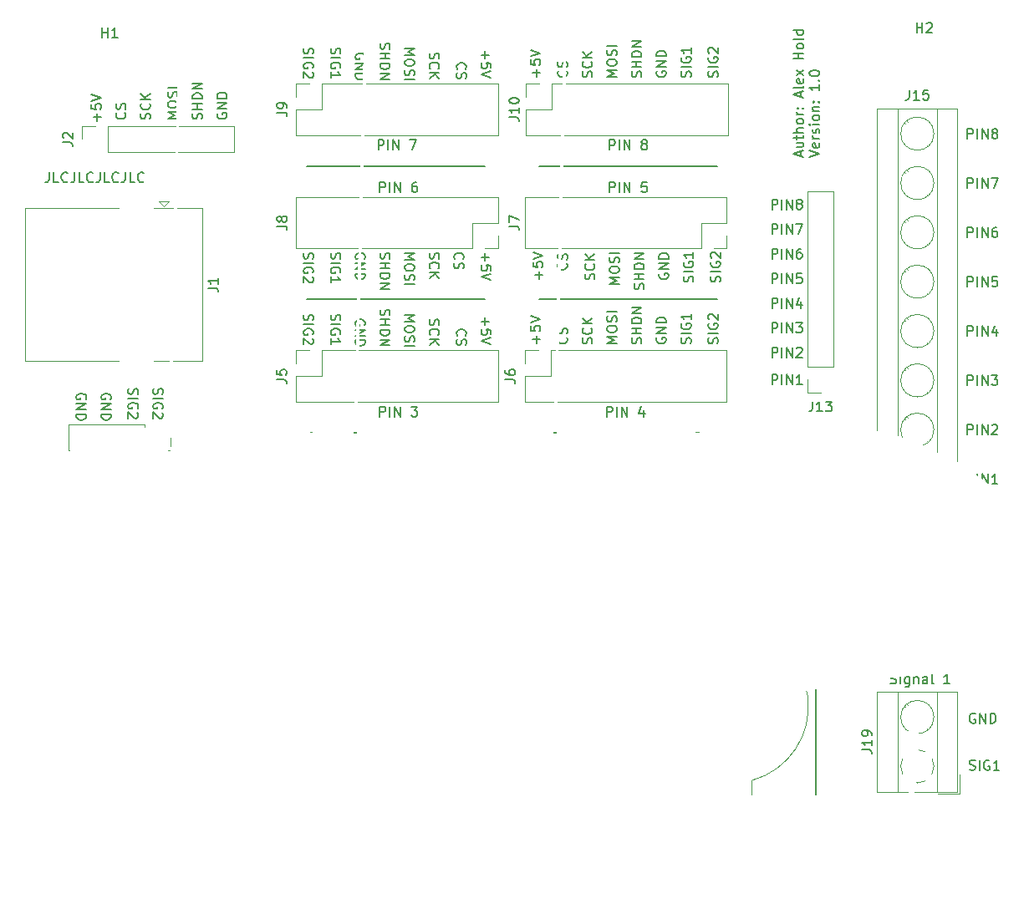
<source format=gto>
G04 #@! TF.GenerationSoftware,KiCad,Pcbnew,7.0.7*
G04 #@! TF.CreationDate,2024-01-31T17:53:19+01:00*
G04 #@! TF.ProjectId,CabelAdapter,43616265-6c41-4646-9170-7465722e6b69,rev?*
G04 #@! TF.SameCoordinates,Original*
G04 #@! TF.FileFunction,Legend,Top*
G04 #@! TF.FilePolarity,Positive*
%FSLAX46Y46*%
G04 Gerber Fmt 4.6, Leading zero omitted, Abs format (unit mm)*
G04 Created by KiCad (PCBNEW 7.0.7) date 2024-01-31 17:53:19*
%MOMM*%
%LPD*%
G01*
G04 APERTURE LIST*
G04 Aperture macros list*
%AMFreePoly0*
4,1,196,0.542178,16.580636,1.081593,16.522643,1.615496,16.426316,2.141167,16.292147,2.655928,16.120818,3.157154,15.913203,3.642292,15.670360,4.108870,15.393527,4.554510,15.084113,4.976942,14.743697,5.374012,14.374012,5.743697,13.976942,6.084113,13.554510,6.393527,13.108870,6.670360,12.642292,6.913203,12.157154,7.120818,11.655928,7.292147,11.141167,7.426316,10.615496,7.522643,10.081593,
7.580636,9.542178,7.600000,9.000000,7.580636,8.457822,7.522643,7.918407,7.426316,7.384504,7.292147,6.858833,7.120818,6.344072,6.913203,5.842846,6.670360,5.357708,6.393527,4.891130,6.084113,4.445490,5.743697,4.023058,5.374012,3.625988,4.976942,3.256303,4.554510,2.915887,4.108870,2.606473,3.642292,2.329640,3.157154,2.086797,2.655928,1.879182,2.141167,1.707853,
1.615496,1.573684,1.495685,1.552067,1.500000,1.500000,1.500000,0.000000,1.479542,-0.246892,1.418726,-0.487049,1.319211,-0.713921,1.183711,-0.921319,1.015922,-1.103586,0.820422,-1.255750,0.602543,-1.373660,0.500000,-1.408862,0.500000,-5.000000,0.479746,-5.140866,0.420627,-5.270320,0.327430,-5.377875,0.207708,-5.454816,0.071157,-5.494911,-0.071157,-5.494911,-0.207708,-5.454816,
-0.327430,-5.377875,-0.420627,-5.270320,-0.479746,-5.140866,-0.500000,-5.000000,-0.500000,-1.408862,-0.602543,-1.373660,-0.820422,-1.255750,-1.015922,-1.103586,-1.183711,-0.921319,-1.319211,-0.713921,-1.418726,-0.487049,-1.479542,-0.246892,-1.500000,0.000000,-1.500000,1.500000,-1.495685,1.552067,-1.615496,1.573684,-2.141167,1.707853,-2.655928,1.879182,-3.157154,2.086797,-3.642292,2.329640,
-4.108870,2.606473,-4.554510,2.915887,-4.976942,3.256303,-5.374012,3.625988,-5.743697,4.023058,-6.084113,4.445490,-6.393527,4.891130,-6.670360,5.357708,-6.913203,5.842846,-7.120818,6.344072,-7.292147,6.858833,-7.426316,7.384504,-7.522643,7.918407,-7.580636,8.457822,-7.600000,9.000000,-5.804959,9.000000,-5.785132,8.520630,-5.725787,8.044535,-5.627329,7.574967,-5.490430,7.115133,
-5.316027,6.668175,-5.105309,6.237145,-4.859717,5.824988,-4.580928,5.434520,-4.270847,5.068408,-3.931592,4.729153,-3.565480,4.419072,-3.175012,4.140283,-2.762855,3.894691,-2.331825,3.683973,-1.884867,3.509570,-1.425033,3.372671,-0.955465,3.274213,-0.479370,3.214868,0.000000,3.195041,0.479370,3.214868,0.955465,3.274213,1.425033,3.372671,1.884867,3.509570,2.331825,3.683973,
2.762855,3.894691,3.175012,4.140283,3.565480,4.419072,3.931592,4.729153,4.270847,5.068408,4.580928,5.434520,4.859717,5.824988,5.105309,6.237145,5.316027,6.668175,5.490430,7.115133,5.627329,7.574967,5.725787,8.044535,5.785132,8.520630,5.804959,9.000000,5.785132,9.479370,5.725787,9.955465,5.627329,10.425033,5.490430,10.884867,5.316027,11.331825,5.105309,11.762855,
4.859717,12.175012,4.580928,12.565480,4.270847,12.931592,3.931592,13.270847,3.565480,13.580928,3.175012,13.859717,2.762855,14.105309,2.331825,14.316027,1.884867,14.490430,1.425033,14.627329,0.955465,14.725787,0.479370,14.785132,0.000000,14.804959,-0.479370,14.785132,-0.955465,14.725787,-1.425033,14.627329,-1.884867,14.490430,-2.331825,14.316027,-2.762855,14.105309,-3.175012,13.859717,
-3.565480,13.580928,-3.931592,13.270847,-4.270847,12.931592,-4.580928,12.565480,-4.859717,12.175012,-5.105309,11.762855,-5.316027,11.331825,-5.490430,10.884867,-5.627329,10.425033,-5.725787,9.955465,-5.785132,9.479370,-5.804959,9.000000,-7.600000,9.000000,-7.580636,9.542178,-7.522643,10.081593,-7.426316,10.615496,-7.292147,11.141167,-7.120818,11.655928,-6.913203,12.157154,-6.670360,12.642292,
-6.393527,13.108870,-6.084113,13.554510,-5.743697,13.976942,-5.374012,14.374012,-4.976942,14.743697,-4.554510,15.084113,-4.108870,15.393527,-3.642292,15.670360,-3.157154,15.913203,-2.655928,16.120818,-2.141167,16.292147,-1.615496,16.426316,-1.081593,16.522643,-0.542178,16.580636,0.000000,16.600000,0.542178,16.580636,0.542178,16.580636,$1*%
%AMFreePoly1*
4,1,39,0.368228,1.454100,0.602543,1.373660,0.820422,1.255750,1.015922,1.103586,1.183711,0.921319,1.319211,0.713921,1.418726,0.487049,1.479542,0.246892,1.500000,0.000000,1.479542,-0.246892,1.418726,-0.487049,1.319211,-0.713921,1.183711,-0.921319,1.015922,-1.103586,0.820422,-1.255750,0.602543,-1.373660,0.368228,-1.454100,0.123869,-1.494877,-0.123869,-1.494877,-0.368228,-1.454100,
-0.602543,-1.373660,-0.820422,-1.255750,-1.015922,-1.103586,-1.183711,-0.921319,-1.319211,-0.713921,-1.418726,-0.487049,-1.479542,-0.246892,-1.500000,0.000000,-1.479542,0.246892,-1.418726,0.487049,-1.319211,0.713921,-1.183711,0.921319,-1.015922,1.103586,-0.820422,1.255750,-0.602543,1.373660,-0.368228,1.454100,-0.123869,1.494877,0.123869,1.494877,0.368228,1.454100,0.368228,1.454100,
$1*%
G04 Aperture macros list end*
%ADD10C,0.150000*%
%ADD11C,0.152400*%
%ADD12C,0.120000*%
%ADD13C,0.100000*%
%ADD14R,1.700000X1.700000*%
%ADD15O,1.700000X1.700000*%
%ADD16FreePoly0,0.000000*%
%ADD17FreePoly1,0.000000*%
%ADD18C,3.200000*%
%ADD19R,1.500000X1.500000*%
%ADD20C,1.500000*%
%ADD21C,2.500000*%
%ADD22R,2.500000X2.500000*%
G04 APERTURE END LIST*
D10*
X124500000Y-140500000D02*
X160500000Y-140500000D01*
X160500000Y-169500000D01*
X124500000Y-169500000D01*
X124500000Y-140500000D01*
X121250000Y-169500000D02*
X121250000Y-140500000D01*
X85500000Y-140500000D02*
X85500000Y-160500000D01*
X132500000Y-96000000D02*
X150500000Y-96000000D01*
X90000000Y-169500000D02*
X121250000Y-169500000D01*
X132500000Y-109500000D02*
X150500000Y-109500000D01*
X109000000Y-123000000D02*
X127000000Y-123000000D01*
X109000000Y-96000000D02*
X127000000Y-96000000D01*
X85500000Y-160500000D02*
X90000000Y-160500000D01*
X109000000Y-109500000D02*
X127000000Y-109500000D01*
X132000000Y-123000000D02*
X150000000Y-123000000D01*
X90000000Y-160500000D02*
X90000000Y-169500000D01*
X121250000Y-140500000D02*
X85500000Y-140500000D01*
X176089160Y-142642770D02*
X176232017Y-142690389D01*
X176232017Y-142690389D02*
X176470112Y-142690389D01*
X176470112Y-142690389D02*
X176565350Y-142642770D01*
X176565350Y-142642770D02*
X176612969Y-142595150D01*
X176612969Y-142595150D02*
X176660588Y-142499912D01*
X176660588Y-142499912D02*
X176660588Y-142404674D01*
X176660588Y-142404674D02*
X176612969Y-142309436D01*
X176612969Y-142309436D02*
X176565350Y-142261817D01*
X176565350Y-142261817D02*
X176470112Y-142214198D01*
X176470112Y-142214198D02*
X176279636Y-142166579D01*
X176279636Y-142166579D02*
X176184398Y-142118960D01*
X176184398Y-142118960D02*
X176136779Y-142071341D01*
X176136779Y-142071341D02*
X176089160Y-141976103D01*
X176089160Y-141976103D02*
X176089160Y-141880865D01*
X176089160Y-141880865D02*
X176136779Y-141785627D01*
X176136779Y-141785627D02*
X176184398Y-141738008D01*
X176184398Y-141738008D02*
X176279636Y-141690389D01*
X176279636Y-141690389D02*
X176517731Y-141690389D01*
X176517731Y-141690389D02*
X176660588Y-141738008D01*
X177089160Y-142690389D02*
X177089160Y-141690389D01*
X178089159Y-141738008D02*
X177993921Y-141690389D01*
X177993921Y-141690389D02*
X177851064Y-141690389D01*
X177851064Y-141690389D02*
X177708207Y-141738008D01*
X177708207Y-141738008D02*
X177612969Y-141833246D01*
X177612969Y-141833246D02*
X177565350Y-141928484D01*
X177565350Y-141928484D02*
X177517731Y-142118960D01*
X177517731Y-142118960D02*
X177517731Y-142261817D01*
X177517731Y-142261817D02*
X177565350Y-142452293D01*
X177565350Y-142452293D02*
X177612969Y-142547531D01*
X177612969Y-142547531D02*
X177708207Y-142642770D01*
X177708207Y-142642770D02*
X177851064Y-142690389D01*
X177851064Y-142690389D02*
X177946302Y-142690389D01*
X177946302Y-142690389D02*
X178089159Y-142642770D01*
X178089159Y-142642770D02*
X178136778Y-142595150D01*
X178136778Y-142595150D02*
X178136778Y-142261817D01*
X178136778Y-142261817D02*
X177946302Y-142261817D01*
X178517731Y-141785627D02*
X178565350Y-141738008D01*
X178565350Y-141738008D02*
X178660588Y-141690389D01*
X178660588Y-141690389D02*
X178898683Y-141690389D01*
X178898683Y-141690389D02*
X178993921Y-141738008D01*
X178993921Y-141738008D02*
X179041540Y-141785627D01*
X179041540Y-141785627D02*
X179089159Y-141880865D01*
X179089159Y-141880865D02*
X179089159Y-141976103D01*
X179089159Y-141976103D02*
X179041540Y-142118960D01*
X179041540Y-142118960D02*
X178470112Y-142690389D01*
X178470112Y-142690389D02*
X179089159Y-142690389D01*
X175886779Y-98190389D02*
X175886779Y-97190389D01*
X175886779Y-97190389D02*
X176267731Y-97190389D01*
X176267731Y-97190389D02*
X176362969Y-97238008D01*
X176362969Y-97238008D02*
X176410588Y-97285627D01*
X176410588Y-97285627D02*
X176458207Y-97380865D01*
X176458207Y-97380865D02*
X176458207Y-97523722D01*
X176458207Y-97523722D02*
X176410588Y-97618960D01*
X176410588Y-97618960D02*
X176362969Y-97666579D01*
X176362969Y-97666579D02*
X176267731Y-97714198D01*
X176267731Y-97714198D02*
X175886779Y-97714198D01*
X176886779Y-98190389D02*
X176886779Y-97190389D01*
X177362969Y-98190389D02*
X177362969Y-97190389D01*
X177362969Y-97190389D02*
X177934397Y-98190389D01*
X177934397Y-98190389D02*
X177934397Y-97190389D01*
X178315350Y-97190389D02*
X178982016Y-97190389D01*
X178982016Y-97190389D02*
X178553445Y-98190389D01*
X93072200Y-91210839D02*
X93119819Y-91067982D01*
X93119819Y-91067982D02*
X93119819Y-90829887D01*
X93119819Y-90829887D02*
X93072200Y-90734649D01*
X93072200Y-90734649D02*
X93024580Y-90687030D01*
X93024580Y-90687030D02*
X92929342Y-90639411D01*
X92929342Y-90639411D02*
X92834104Y-90639411D01*
X92834104Y-90639411D02*
X92738866Y-90687030D01*
X92738866Y-90687030D02*
X92691247Y-90734649D01*
X92691247Y-90734649D02*
X92643628Y-90829887D01*
X92643628Y-90829887D02*
X92596009Y-91020363D01*
X92596009Y-91020363D02*
X92548390Y-91115601D01*
X92548390Y-91115601D02*
X92500771Y-91163220D01*
X92500771Y-91163220D02*
X92405533Y-91210839D01*
X92405533Y-91210839D02*
X92310295Y-91210839D01*
X92310295Y-91210839D02*
X92215057Y-91163220D01*
X92215057Y-91163220D02*
X92167438Y-91115601D01*
X92167438Y-91115601D02*
X92119819Y-91020363D01*
X92119819Y-91020363D02*
X92119819Y-90782268D01*
X92119819Y-90782268D02*
X92167438Y-90639411D01*
X93024580Y-89639411D02*
X93072200Y-89687030D01*
X93072200Y-89687030D02*
X93119819Y-89829887D01*
X93119819Y-89829887D02*
X93119819Y-89925125D01*
X93119819Y-89925125D02*
X93072200Y-90067982D01*
X93072200Y-90067982D02*
X92976961Y-90163220D01*
X92976961Y-90163220D02*
X92881723Y-90210839D01*
X92881723Y-90210839D02*
X92691247Y-90258458D01*
X92691247Y-90258458D02*
X92548390Y-90258458D01*
X92548390Y-90258458D02*
X92357914Y-90210839D01*
X92357914Y-90210839D02*
X92262676Y-90163220D01*
X92262676Y-90163220D02*
X92167438Y-90067982D01*
X92167438Y-90067982D02*
X92119819Y-89925125D01*
X92119819Y-89925125D02*
X92119819Y-89829887D01*
X92119819Y-89829887D02*
X92167438Y-89687030D01*
X92167438Y-89687030D02*
X92215057Y-89639411D01*
X93119819Y-89210839D02*
X92119819Y-89210839D01*
X93119819Y-88639411D02*
X92548390Y-89067982D01*
X92119819Y-88639411D02*
X92691247Y-89210839D01*
X114832561Y-112110588D02*
X114880180Y-112015350D01*
X114880180Y-112015350D02*
X114880180Y-111872493D01*
X114880180Y-111872493D02*
X114832561Y-111729636D01*
X114832561Y-111729636D02*
X114737323Y-111634398D01*
X114737323Y-111634398D02*
X114642085Y-111586779D01*
X114642085Y-111586779D02*
X114451609Y-111539160D01*
X114451609Y-111539160D02*
X114308752Y-111539160D01*
X114308752Y-111539160D02*
X114118276Y-111586779D01*
X114118276Y-111586779D02*
X114023038Y-111634398D01*
X114023038Y-111634398D02*
X113927800Y-111729636D01*
X113927800Y-111729636D02*
X113880180Y-111872493D01*
X113880180Y-111872493D02*
X113880180Y-111967731D01*
X113880180Y-111967731D02*
X113927800Y-112110588D01*
X113927800Y-112110588D02*
X113975419Y-112158207D01*
X113975419Y-112158207D02*
X114308752Y-112158207D01*
X114308752Y-112158207D02*
X114308752Y-111967731D01*
X113880180Y-112586779D02*
X114880180Y-112586779D01*
X114880180Y-112586779D02*
X113880180Y-113158207D01*
X113880180Y-113158207D02*
X114880180Y-113158207D01*
X113880180Y-113634398D02*
X114880180Y-113634398D01*
X114880180Y-113634398D02*
X114880180Y-113872493D01*
X114880180Y-113872493D02*
X114832561Y-114015350D01*
X114832561Y-114015350D02*
X114737323Y-114110588D01*
X114737323Y-114110588D02*
X114642085Y-114158207D01*
X114642085Y-114158207D02*
X114451609Y-114205826D01*
X114451609Y-114205826D02*
X114308752Y-114205826D01*
X114308752Y-114205826D02*
X114118276Y-114158207D01*
X114118276Y-114158207D02*
X114023038Y-114110588D01*
X114023038Y-114110588D02*
X113927800Y-114015350D01*
X113927800Y-114015350D02*
X113880180Y-113872493D01*
X113880180Y-113872493D02*
X113880180Y-113634398D01*
X89082561Y-129360588D02*
X89130180Y-129265350D01*
X89130180Y-129265350D02*
X89130180Y-129122493D01*
X89130180Y-129122493D02*
X89082561Y-128979636D01*
X89082561Y-128979636D02*
X88987323Y-128884398D01*
X88987323Y-128884398D02*
X88892085Y-128836779D01*
X88892085Y-128836779D02*
X88701609Y-128789160D01*
X88701609Y-128789160D02*
X88558752Y-128789160D01*
X88558752Y-128789160D02*
X88368276Y-128836779D01*
X88368276Y-128836779D02*
X88273038Y-128884398D01*
X88273038Y-128884398D02*
X88177800Y-128979636D01*
X88177800Y-128979636D02*
X88130180Y-129122493D01*
X88130180Y-129122493D02*
X88130180Y-129217731D01*
X88130180Y-129217731D02*
X88177800Y-129360588D01*
X88177800Y-129360588D02*
X88225419Y-129408207D01*
X88225419Y-129408207D02*
X88558752Y-129408207D01*
X88558752Y-129408207D02*
X88558752Y-129217731D01*
X88130180Y-129836779D02*
X89130180Y-129836779D01*
X89130180Y-129836779D02*
X88130180Y-130408207D01*
X88130180Y-130408207D02*
X89130180Y-130408207D01*
X88130180Y-130884398D02*
X89130180Y-130884398D01*
X89130180Y-130884398D02*
X89130180Y-131122493D01*
X89130180Y-131122493D02*
X89082561Y-131265350D01*
X89082561Y-131265350D02*
X88987323Y-131360588D01*
X88987323Y-131360588D02*
X88892085Y-131408207D01*
X88892085Y-131408207D02*
X88701609Y-131455826D01*
X88701609Y-131455826D02*
X88558752Y-131455826D01*
X88558752Y-131455826D02*
X88368276Y-131408207D01*
X88368276Y-131408207D02*
X88273038Y-131360588D01*
X88273038Y-131360588D02*
X88177800Y-131265350D01*
X88177800Y-131265350D02*
X88130180Y-131122493D01*
X88130180Y-131122493D02*
X88130180Y-130884398D01*
X140289160Y-168322200D02*
X140432017Y-168369819D01*
X140432017Y-168369819D02*
X140670112Y-168369819D01*
X140670112Y-168369819D02*
X140765350Y-168322200D01*
X140765350Y-168322200D02*
X140812969Y-168274580D01*
X140812969Y-168274580D02*
X140860588Y-168179342D01*
X140860588Y-168179342D02*
X140860588Y-168084104D01*
X140860588Y-168084104D02*
X140812969Y-167988866D01*
X140812969Y-167988866D02*
X140765350Y-167941247D01*
X140765350Y-167941247D02*
X140670112Y-167893628D01*
X140670112Y-167893628D02*
X140479636Y-167846009D01*
X140479636Y-167846009D02*
X140384398Y-167798390D01*
X140384398Y-167798390D02*
X140336779Y-167750771D01*
X140336779Y-167750771D02*
X140289160Y-167655533D01*
X140289160Y-167655533D02*
X140289160Y-167560295D01*
X140289160Y-167560295D02*
X140336779Y-167465057D01*
X140336779Y-167465057D02*
X140384398Y-167417438D01*
X140384398Y-167417438D02*
X140479636Y-167369819D01*
X140479636Y-167369819D02*
X140717731Y-167369819D01*
X140717731Y-167369819D02*
X140860588Y-167417438D01*
X141289160Y-168369819D02*
X141289160Y-167703152D01*
X141289160Y-167369819D02*
X141241541Y-167417438D01*
X141241541Y-167417438D02*
X141289160Y-167465057D01*
X141289160Y-167465057D02*
X141336779Y-167417438D01*
X141336779Y-167417438D02*
X141289160Y-167369819D01*
X141289160Y-167369819D02*
X141289160Y-167465057D01*
X142193921Y-167703152D02*
X142193921Y-168512676D01*
X142193921Y-168512676D02*
X142146302Y-168607914D01*
X142146302Y-168607914D02*
X142098683Y-168655533D01*
X142098683Y-168655533D02*
X142003445Y-168703152D01*
X142003445Y-168703152D02*
X141860588Y-168703152D01*
X141860588Y-168703152D02*
X141765350Y-168655533D01*
X142193921Y-168322200D02*
X142098683Y-168369819D01*
X142098683Y-168369819D02*
X141908207Y-168369819D01*
X141908207Y-168369819D02*
X141812969Y-168322200D01*
X141812969Y-168322200D02*
X141765350Y-168274580D01*
X141765350Y-168274580D02*
X141717731Y-168179342D01*
X141717731Y-168179342D02*
X141717731Y-167893628D01*
X141717731Y-167893628D02*
X141765350Y-167798390D01*
X141765350Y-167798390D02*
X141812969Y-167750771D01*
X141812969Y-167750771D02*
X141908207Y-167703152D01*
X141908207Y-167703152D02*
X142098683Y-167703152D01*
X142098683Y-167703152D02*
X142193921Y-167750771D01*
X142670112Y-167703152D02*
X142670112Y-168369819D01*
X142670112Y-167798390D02*
X142717731Y-167750771D01*
X142717731Y-167750771D02*
X142812969Y-167703152D01*
X142812969Y-167703152D02*
X142955826Y-167703152D01*
X142955826Y-167703152D02*
X143051064Y-167750771D01*
X143051064Y-167750771D02*
X143098683Y-167846009D01*
X143098683Y-167846009D02*
X143098683Y-168369819D01*
X144003445Y-168369819D02*
X144003445Y-167846009D01*
X144003445Y-167846009D02*
X143955826Y-167750771D01*
X143955826Y-167750771D02*
X143860588Y-167703152D01*
X143860588Y-167703152D02*
X143670112Y-167703152D01*
X143670112Y-167703152D02*
X143574874Y-167750771D01*
X144003445Y-168322200D02*
X143908207Y-168369819D01*
X143908207Y-168369819D02*
X143670112Y-168369819D01*
X143670112Y-168369819D02*
X143574874Y-168322200D01*
X143574874Y-168322200D02*
X143527255Y-168226961D01*
X143527255Y-168226961D02*
X143527255Y-168131723D01*
X143527255Y-168131723D02*
X143574874Y-168036485D01*
X143574874Y-168036485D02*
X143670112Y-167988866D01*
X143670112Y-167988866D02*
X143908207Y-167988866D01*
X143908207Y-167988866D02*
X144003445Y-167941247D01*
X144622493Y-168369819D02*
X144527255Y-168322200D01*
X144527255Y-168322200D02*
X144479636Y-168226961D01*
X144479636Y-168226961D02*
X144479636Y-167369819D01*
X145717732Y-167465057D02*
X145765351Y-167417438D01*
X145765351Y-167417438D02*
X145860589Y-167369819D01*
X145860589Y-167369819D02*
X146098684Y-167369819D01*
X146098684Y-167369819D02*
X146193922Y-167417438D01*
X146193922Y-167417438D02*
X146241541Y-167465057D01*
X146241541Y-167465057D02*
X146289160Y-167560295D01*
X146289160Y-167560295D02*
X146289160Y-167655533D01*
X146289160Y-167655533D02*
X146241541Y-167798390D01*
X146241541Y-167798390D02*
X145670113Y-168369819D01*
X145670113Y-168369819D02*
X146289160Y-168369819D01*
X90524580Y-90591792D02*
X90572200Y-90639411D01*
X90572200Y-90639411D02*
X90619819Y-90782268D01*
X90619819Y-90782268D02*
X90619819Y-90877506D01*
X90619819Y-90877506D02*
X90572200Y-91020363D01*
X90572200Y-91020363D02*
X90476961Y-91115601D01*
X90476961Y-91115601D02*
X90381723Y-91163220D01*
X90381723Y-91163220D02*
X90191247Y-91210839D01*
X90191247Y-91210839D02*
X90048390Y-91210839D01*
X90048390Y-91210839D02*
X89857914Y-91163220D01*
X89857914Y-91163220D02*
X89762676Y-91115601D01*
X89762676Y-91115601D02*
X89667438Y-91020363D01*
X89667438Y-91020363D02*
X89619819Y-90877506D01*
X89619819Y-90877506D02*
X89619819Y-90782268D01*
X89619819Y-90782268D02*
X89667438Y-90639411D01*
X89667438Y-90639411D02*
X89715057Y-90591792D01*
X90572200Y-90210839D02*
X90619819Y-90067982D01*
X90619819Y-90067982D02*
X90619819Y-89829887D01*
X90619819Y-89829887D02*
X90572200Y-89734649D01*
X90572200Y-89734649D02*
X90524580Y-89687030D01*
X90524580Y-89687030D02*
X90429342Y-89639411D01*
X90429342Y-89639411D02*
X90334104Y-89639411D01*
X90334104Y-89639411D02*
X90238866Y-89687030D01*
X90238866Y-89687030D02*
X90191247Y-89734649D01*
X90191247Y-89734649D02*
X90143628Y-89829887D01*
X90143628Y-89829887D02*
X90096009Y-90020363D01*
X90096009Y-90020363D02*
X90048390Y-90115601D01*
X90048390Y-90115601D02*
X90000771Y-90163220D01*
X90000771Y-90163220D02*
X89905533Y-90210839D01*
X89905533Y-90210839D02*
X89810295Y-90210839D01*
X89810295Y-90210839D02*
X89715057Y-90163220D01*
X89715057Y-90163220D02*
X89667438Y-90115601D01*
X89667438Y-90115601D02*
X89619819Y-90020363D01*
X89619819Y-90020363D02*
X89619819Y-89782268D01*
X89619819Y-89782268D02*
X89667438Y-89639411D01*
X139369048Y-121369819D02*
X139369048Y-120369819D01*
X139369048Y-120369819D02*
X139750000Y-120369819D01*
X139750000Y-120369819D02*
X139845238Y-120417438D01*
X139845238Y-120417438D02*
X139892857Y-120465057D01*
X139892857Y-120465057D02*
X139940476Y-120560295D01*
X139940476Y-120560295D02*
X139940476Y-120703152D01*
X139940476Y-120703152D02*
X139892857Y-120798390D01*
X139892857Y-120798390D02*
X139845238Y-120846009D01*
X139845238Y-120846009D02*
X139750000Y-120893628D01*
X139750000Y-120893628D02*
X139369048Y-120893628D01*
X140369048Y-121369819D02*
X140369048Y-120369819D01*
X140845238Y-121369819D02*
X140845238Y-120369819D01*
X140845238Y-120369819D02*
X141416666Y-121369819D01*
X141416666Y-121369819D02*
X141416666Y-120369819D01*
X143083333Y-120703152D02*
X143083333Y-121369819D01*
X142845238Y-120322200D02*
X142607143Y-121036485D01*
X142607143Y-121036485D02*
X143226190Y-121036485D01*
X156086779Y-102869819D02*
X156086779Y-101869819D01*
X156086779Y-101869819D02*
X156467731Y-101869819D01*
X156467731Y-101869819D02*
X156562969Y-101917438D01*
X156562969Y-101917438D02*
X156610588Y-101965057D01*
X156610588Y-101965057D02*
X156658207Y-102060295D01*
X156658207Y-102060295D02*
X156658207Y-102203152D01*
X156658207Y-102203152D02*
X156610588Y-102298390D01*
X156610588Y-102298390D02*
X156562969Y-102346009D01*
X156562969Y-102346009D02*
X156467731Y-102393628D01*
X156467731Y-102393628D02*
X156086779Y-102393628D01*
X157086779Y-102869819D02*
X157086779Y-101869819D01*
X157562969Y-102869819D02*
X157562969Y-101869819D01*
X157562969Y-101869819D02*
X158134397Y-102869819D01*
X158134397Y-102869819D02*
X158134397Y-101869819D01*
X158515350Y-101869819D02*
X159182016Y-101869819D01*
X159182016Y-101869819D02*
X158753445Y-102869819D01*
X150572200Y-113960839D02*
X150619819Y-113817982D01*
X150619819Y-113817982D02*
X150619819Y-113579887D01*
X150619819Y-113579887D02*
X150572200Y-113484649D01*
X150572200Y-113484649D02*
X150524580Y-113437030D01*
X150524580Y-113437030D02*
X150429342Y-113389411D01*
X150429342Y-113389411D02*
X150334104Y-113389411D01*
X150334104Y-113389411D02*
X150238866Y-113437030D01*
X150238866Y-113437030D02*
X150191247Y-113484649D01*
X150191247Y-113484649D02*
X150143628Y-113579887D01*
X150143628Y-113579887D02*
X150096009Y-113770363D01*
X150096009Y-113770363D02*
X150048390Y-113865601D01*
X150048390Y-113865601D02*
X150000771Y-113913220D01*
X150000771Y-113913220D02*
X149905533Y-113960839D01*
X149905533Y-113960839D02*
X149810295Y-113960839D01*
X149810295Y-113960839D02*
X149715057Y-113913220D01*
X149715057Y-113913220D02*
X149667438Y-113865601D01*
X149667438Y-113865601D02*
X149619819Y-113770363D01*
X149619819Y-113770363D02*
X149619819Y-113532268D01*
X149619819Y-113532268D02*
X149667438Y-113389411D01*
X150619819Y-112960839D02*
X149619819Y-112960839D01*
X149667438Y-111960840D02*
X149619819Y-112056078D01*
X149619819Y-112056078D02*
X149619819Y-112198935D01*
X149619819Y-112198935D02*
X149667438Y-112341792D01*
X149667438Y-112341792D02*
X149762676Y-112437030D01*
X149762676Y-112437030D02*
X149857914Y-112484649D01*
X149857914Y-112484649D02*
X150048390Y-112532268D01*
X150048390Y-112532268D02*
X150191247Y-112532268D01*
X150191247Y-112532268D02*
X150381723Y-112484649D01*
X150381723Y-112484649D02*
X150476961Y-112437030D01*
X150476961Y-112437030D02*
X150572200Y-112341792D01*
X150572200Y-112341792D02*
X150619819Y-112198935D01*
X150619819Y-112198935D02*
X150619819Y-112103697D01*
X150619819Y-112103697D02*
X150572200Y-111960840D01*
X150572200Y-111960840D02*
X150524580Y-111913221D01*
X150524580Y-111913221D02*
X150191247Y-111913221D01*
X150191247Y-111913221D02*
X150191247Y-112103697D01*
X149715057Y-111532268D02*
X149667438Y-111484649D01*
X149667438Y-111484649D02*
X149619819Y-111389411D01*
X149619819Y-111389411D02*
X149619819Y-111151316D01*
X149619819Y-111151316D02*
X149667438Y-111056078D01*
X149667438Y-111056078D02*
X149715057Y-111008459D01*
X149715057Y-111008459D02*
X149810295Y-110960840D01*
X149810295Y-110960840D02*
X149905533Y-110960840D01*
X149905533Y-110960840D02*
X150048390Y-111008459D01*
X150048390Y-111008459D02*
X150619819Y-111579887D01*
X150619819Y-111579887D02*
X150619819Y-110960840D01*
X111427800Y-104789160D02*
X111380180Y-104932017D01*
X111380180Y-104932017D02*
X111380180Y-105170112D01*
X111380180Y-105170112D02*
X111427800Y-105265350D01*
X111427800Y-105265350D02*
X111475419Y-105312969D01*
X111475419Y-105312969D02*
X111570657Y-105360588D01*
X111570657Y-105360588D02*
X111665895Y-105360588D01*
X111665895Y-105360588D02*
X111761133Y-105312969D01*
X111761133Y-105312969D02*
X111808752Y-105265350D01*
X111808752Y-105265350D02*
X111856371Y-105170112D01*
X111856371Y-105170112D02*
X111903990Y-104979636D01*
X111903990Y-104979636D02*
X111951609Y-104884398D01*
X111951609Y-104884398D02*
X111999228Y-104836779D01*
X111999228Y-104836779D02*
X112094466Y-104789160D01*
X112094466Y-104789160D02*
X112189704Y-104789160D01*
X112189704Y-104789160D02*
X112284942Y-104836779D01*
X112284942Y-104836779D02*
X112332561Y-104884398D01*
X112332561Y-104884398D02*
X112380180Y-104979636D01*
X112380180Y-104979636D02*
X112380180Y-105217731D01*
X112380180Y-105217731D02*
X112332561Y-105360588D01*
X111380180Y-105789160D02*
X112380180Y-105789160D01*
X112332561Y-106789159D02*
X112380180Y-106693921D01*
X112380180Y-106693921D02*
X112380180Y-106551064D01*
X112380180Y-106551064D02*
X112332561Y-106408207D01*
X112332561Y-106408207D02*
X112237323Y-106312969D01*
X112237323Y-106312969D02*
X112142085Y-106265350D01*
X112142085Y-106265350D02*
X111951609Y-106217731D01*
X111951609Y-106217731D02*
X111808752Y-106217731D01*
X111808752Y-106217731D02*
X111618276Y-106265350D01*
X111618276Y-106265350D02*
X111523038Y-106312969D01*
X111523038Y-106312969D02*
X111427800Y-106408207D01*
X111427800Y-106408207D02*
X111380180Y-106551064D01*
X111380180Y-106551064D02*
X111380180Y-106646302D01*
X111380180Y-106646302D02*
X111427800Y-106789159D01*
X111427800Y-106789159D02*
X111475419Y-106836778D01*
X111475419Y-106836778D02*
X111808752Y-106836778D01*
X111808752Y-106836778D02*
X111808752Y-106646302D01*
X111380180Y-107789159D02*
X111380180Y-107217731D01*
X111380180Y-107503445D02*
X112380180Y-107503445D01*
X112380180Y-107503445D02*
X112237323Y-107408207D01*
X112237323Y-107408207D02*
X112142085Y-107312969D01*
X112142085Y-107312969D02*
X112094466Y-107217731D01*
X121427800Y-131789160D02*
X121380180Y-131932017D01*
X121380180Y-131932017D02*
X121380180Y-132170112D01*
X121380180Y-132170112D02*
X121427800Y-132265350D01*
X121427800Y-132265350D02*
X121475419Y-132312969D01*
X121475419Y-132312969D02*
X121570657Y-132360588D01*
X121570657Y-132360588D02*
X121665895Y-132360588D01*
X121665895Y-132360588D02*
X121761133Y-132312969D01*
X121761133Y-132312969D02*
X121808752Y-132265350D01*
X121808752Y-132265350D02*
X121856371Y-132170112D01*
X121856371Y-132170112D02*
X121903990Y-131979636D01*
X121903990Y-131979636D02*
X121951609Y-131884398D01*
X121951609Y-131884398D02*
X121999228Y-131836779D01*
X121999228Y-131836779D02*
X122094466Y-131789160D01*
X122094466Y-131789160D02*
X122189704Y-131789160D01*
X122189704Y-131789160D02*
X122284942Y-131836779D01*
X122284942Y-131836779D02*
X122332561Y-131884398D01*
X122332561Y-131884398D02*
X122380180Y-131979636D01*
X122380180Y-131979636D02*
X122380180Y-132217731D01*
X122380180Y-132217731D02*
X122332561Y-132360588D01*
X121475419Y-133360588D02*
X121427800Y-133312969D01*
X121427800Y-133312969D02*
X121380180Y-133170112D01*
X121380180Y-133170112D02*
X121380180Y-133074874D01*
X121380180Y-133074874D02*
X121427800Y-132932017D01*
X121427800Y-132932017D02*
X121523038Y-132836779D01*
X121523038Y-132836779D02*
X121618276Y-132789160D01*
X121618276Y-132789160D02*
X121808752Y-132741541D01*
X121808752Y-132741541D02*
X121951609Y-132741541D01*
X121951609Y-132741541D02*
X122142085Y-132789160D01*
X122142085Y-132789160D02*
X122237323Y-132836779D01*
X122237323Y-132836779D02*
X122332561Y-132932017D01*
X122332561Y-132932017D02*
X122380180Y-133074874D01*
X122380180Y-133074874D02*
X122380180Y-133170112D01*
X122380180Y-133170112D02*
X122332561Y-133312969D01*
X122332561Y-133312969D02*
X122284942Y-133360588D01*
X121380180Y-133789160D02*
X122380180Y-133789160D01*
X121380180Y-134360588D02*
X121951609Y-133932017D01*
X122380180Y-134360588D02*
X121808752Y-133789160D01*
X139619048Y-94329819D02*
X139619048Y-93329819D01*
X139619048Y-93329819D02*
X140000000Y-93329819D01*
X140000000Y-93329819D02*
X140095238Y-93377438D01*
X140095238Y-93377438D02*
X140142857Y-93425057D01*
X140142857Y-93425057D02*
X140190476Y-93520295D01*
X140190476Y-93520295D02*
X140190476Y-93663152D01*
X140190476Y-93663152D02*
X140142857Y-93758390D01*
X140142857Y-93758390D02*
X140095238Y-93806009D01*
X140095238Y-93806009D02*
X140000000Y-93853628D01*
X140000000Y-93853628D02*
X139619048Y-93853628D01*
X140619048Y-94329819D02*
X140619048Y-93329819D01*
X141095238Y-94329819D02*
X141095238Y-93329819D01*
X141095238Y-93329819D02*
X141666666Y-94329819D01*
X141666666Y-94329819D02*
X141666666Y-93329819D01*
X143047619Y-93758390D02*
X142952381Y-93710771D01*
X142952381Y-93710771D02*
X142904762Y-93663152D01*
X142904762Y-93663152D02*
X142857143Y-93567914D01*
X142857143Y-93567914D02*
X142857143Y-93520295D01*
X142857143Y-93520295D02*
X142904762Y-93425057D01*
X142904762Y-93425057D02*
X142952381Y-93377438D01*
X142952381Y-93377438D02*
X143047619Y-93329819D01*
X143047619Y-93329819D02*
X143238095Y-93329819D01*
X143238095Y-93329819D02*
X143333333Y-93377438D01*
X143333333Y-93377438D02*
X143380952Y-93425057D01*
X143380952Y-93425057D02*
X143428571Y-93520295D01*
X143428571Y-93520295D02*
X143428571Y-93567914D01*
X143428571Y-93567914D02*
X143380952Y-93663152D01*
X143380952Y-93663152D02*
X143333333Y-93710771D01*
X143333333Y-93710771D02*
X143238095Y-93758390D01*
X143238095Y-93758390D02*
X143047619Y-93758390D01*
X143047619Y-93758390D02*
X142952381Y-93806009D01*
X142952381Y-93806009D02*
X142904762Y-93853628D01*
X142904762Y-93853628D02*
X142857143Y-93948866D01*
X142857143Y-93948866D02*
X142857143Y-94139342D01*
X142857143Y-94139342D02*
X142904762Y-94234580D01*
X142904762Y-94234580D02*
X142952381Y-94282200D01*
X142952381Y-94282200D02*
X143047619Y-94329819D01*
X143047619Y-94329819D02*
X143238095Y-94329819D01*
X143238095Y-94329819D02*
X143333333Y-94282200D01*
X143333333Y-94282200D02*
X143380952Y-94234580D01*
X143380952Y-94234580D02*
X143428571Y-94139342D01*
X143428571Y-94139342D02*
X143428571Y-93948866D01*
X143428571Y-93948866D02*
X143380952Y-93853628D01*
X143380952Y-93853628D02*
X143333333Y-93806009D01*
X143333333Y-93806009D02*
X143238095Y-93758390D01*
X108927800Y-131789160D02*
X108880180Y-131932017D01*
X108880180Y-131932017D02*
X108880180Y-132170112D01*
X108880180Y-132170112D02*
X108927800Y-132265350D01*
X108927800Y-132265350D02*
X108975419Y-132312969D01*
X108975419Y-132312969D02*
X109070657Y-132360588D01*
X109070657Y-132360588D02*
X109165895Y-132360588D01*
X109165895Y-132360588D02*
X109261133Y-132312969D01*
X109261133Y-132312969D02*
X109308752Y-132265350D01*
X109308752Y-132265350D02*
X109356371Y-132170112D01*
X109356371Y-132170112D02*
X109403990Y-131979636D01*
X109403990Y-131979636D02*
X109451609Y-131884398D01*
X109451609Y-131884398D02*
X109499228Y-131836779D01*
X109499228Y-131836779D02*
X109594466Y-131789160D01*
X109594466Y-131789160D02*
X109689704Y-131789160D01*
X109689704Y-131789160D02*
X109784942Y-131836779D01*
X109784942Y-131836779D02*
X109832561Y-131884398D01*
X109832561Y-131884398D02*
X109880180Y-131979636D01*
X109880180Y-131979636D02*
X109880180Y-132217731D01*
X109880180Y-132217731D02*
X109832561Y-132360588D01*
X108880180Y-132789160D02*
X109880180Y-132789160D01*
X109832561Y-133789159D02*
X109880180Y-133693921D01*
X109880180Y-133693921D02*
X109880180Y-133551064D01*
X109880180Y-133551064D02*
X109832561Y-133408207D01*
X109832561Y-133408207D02*
X109737323Y-133312969D01*
X109737323Y-133312969D02*
X109642085Y-133265350D01*
X109642085Y-133265350D02*
X109451609Y-133217731D01*
X109451609Y-133217731D02*
X109308752Y-133217731D01*
X109308752Y-133217731D02*
X109118276Y-133265350D01*
X109118276Y-133265350D02*
X109023038Y-133312969D01*
X109023038Y-133312969D02*
X108927800Y-133408207D01*
X108927800Y-133408207D02*
X108880180Y-133551064D01*
X108880180Y-133551064D02*
X108880180Y-133646302D01*
X108880180Y-133646302D02*
X108927800Y-133789159D01*
X108927800Y-133789159D02*
X108975419Y-133836778D01*
X108975419Y-133836778D02*
X109308752Y-133836778D01*
X109308752Y-133836778D02*
X109308752Y-133646302D01*
X109784942Y-134217731D02*
X109832561Y-134265350D01*
X109832561Y-134265350D02*
X109880180Y-134360588D01*
X109880180Y-134360588D02*
X109880180Y-134598683D01*
X109880180Y-134598683D02*
X109832561Y-134693921D01*
X109832561Y-134693921D02*
X109784942Y-134741540D01*
X109784942Y-134741540D02*
X109689704Y-134789159D01*
X109689704Y-134789159D02*
X109594466Y-134789159D01*
X109594466Y-134789159D02*
X109451609Y-134741540D01*
X109451609Y-134741540D02*
X108880180Y-134170112D01*
X108880180Y-134170112D02*
X108880180Y-134789159D01*
X175886779Y-93190389D02*
X175886779Y-92190389D01*
X175886779Y-92190389D02*
X176267731Y-92190389D01*
X176267731Y-92190389D02*
X176362969Y-92238008D01*
X176362969Y-92238008D02*
X176410588Y-92285627D01*
X176410588Y-92285627D02*
X176458207Y-92380865D01*
X176458207Y-92380865D02*
X176458207Y-92523722D01*
X176458207Y-92523722D02*
X176410588Y-92618960D01*
X176410588Y-92618960D02*
X176362969Y-92666579D01*
X176362969Y-92666579D02*
X176267731Y-92714198D01*
X176267731Y-92714198D02*
X175886779Y-92714198D01*
X176886779Y-93190389D02*
X176886779Y-92190389D01*
X177362969Y-93190389D02*
X177362969Y-92190389D01*
X177362969Y-92190389D02*
X177934397Y-93190389D01*
X177934397Y-93190389D02*
X177934397Y-92190389D01*
X178553445Y-92618960D02*
X178458207Y-92571341D01*
X178458207Y-92571341D02*
X178410588Y-92523722D01*
X178410588Y-92523722D02*
X178362969Y-92428484D01*
X178362969Y-92428484D02*
X178362969Y-92380865D01*
X178362969Y-92380865D02*
X178410588Y-92285627D01*
X178410588Y-92285627D02*
X178458207Y-92238008D01*
X178458207Y-92238008D02*
X178553445Y-92190389D01*
X178553445Y-92190389D02*
X178743921Y-92190389D01*
X178743921Y-92190389D02*
X178839159Y-92238008D01*
X178839159Y-92238008D02*
X178886778Y-92285627D01*
X178886778Y-92285627D02*
X178934397Y-92380865D01*
X178934397Y-92380865D02*
X178934397Y-92428484D01*
X178934397Y-92428484D02*
X178886778Y-92523722D01*
X178886778Y-92523722D02*
X178839159Y-92571341D01*
X178839159Y-92571341D02*
X178743921Y-92618960D01*
X178743921Y-92618960D02*
X178553445Y-92618960D01*
X178553445Y-92618960D02*
X178458207Y-92666579D01*
X178458207Y-92666579D02*
X178410588Y-92714198D01*
X178410588Y-92714198D02*
X178362969Y-92809436D01*
X178362969Y-92809436D02*
X178362969Y-92999912D01*
X178362969Y-92999912D02*
X178410588Y-93095150D01*
X178410588Y-93095150D02*
X178458207Y-93142770D01*
X178458207Y-93142770D02*
X178553445Y-93190389D01*
X178553445Y-93190389D02*
X178743921Y-93190389D01*
X178743921Y-93190389D02*
X178839159Y-93142770D01*
X178839159Y-93142770D02*
X178886778Y-93095150D01*
X178886778Y-93095150D02*
X178934397Y-92999912D01*
X178934397Y-92999912D02*
X178934397Y-92809436D01*
X178934397Y-92809436D02*
X178886778Y-92714198D01*
X178886778Y-92714198D02*
X178839159Y-92666579D01*
X178839159Y-92666579D02*
X178743921Y-92618960D01*
X135274580Y-86341792D02*
X135322200Y-86389411D01*
X135322200Y-86389411D02*
X135369819Y-86532268D01*
X135369819Y-86532268D02*
X135369819Y-86627506D01*
X135369819Y-86627506D02*
X135322200Y-86770363D01*
X135322200Y-86770363D02*
X135226961Y-86865601D01*
X135226961Y-86865601D02*
X135131723Y-86913220D01*
X135131723Y-86913220D02*
X134941247Y-86960839D01*
X134941247Y-86960839D02*
X134798390Y-86960839D01*
X134798390Y-86960839D02*
X134607914Y-86913220D01*
X134607914Y-86913220D02*
X134512676Y-86865601D01*
X134512676Y-86865601D02*
X134417438Y-86770363D01*
X134417438Y-86770363D02*
X134369819Y-86627506D01*
X134369819Y-86627506D02*
X134369819Y-86532268D01*
X134369819Y-86532268D02*
X134417438Y-86389411D01*
X134417438Y-86389411D02*
X134465057Y-86341792D01*
X135322200Y-85960839D02*
X135369819Y-85817982D01*
X135369819Y-85817982D02*
X135369819Y-85579887D01*
X135369819Y-85579887D02*
X135322200Y-85484649D01*
X135322200Y-85484649D02*
X135274580Y-85437030D01*
X135274580Y-85437030D02*
X135179342Y-85389411D01*
X135179342Y-85389411D02*
X135084104Y-85389411D01*
X135084104Y-85389411D02*
X134988866Y-85437030D01*
X134988866Y-85437030D02*
X134941247Y-85484649D01*
X134941247Y-85484649D02*
X134893628Y-85579887D01*
X134893628Y-85579887D02*
X134846009Y-85770363D01*
X134846009Y-85770363D02*
X134798390Y-85865601D01*
X134798390Y-85865601D02*
X134750771Y-85913220D01*
X134750771Y-85913220D02*
X134655533Y-85960839D01*
X134655533Y-85960839D02*
X134560295Y-85960839D01*
X134560295Y-85960839D02*
X134465057Y-85913220D01*
X134465057Y-85913220D02*
X134417438Y-85865601D01*
X134417438Y-85865601D02*
X134369819Y-85770363D01*
X134369819Y-85770363D02*
X134369819Y-85532268D01*
X134369819Y-85532268D02*
X134417438Y-85389411D01*
X132488866Y-134663220D02*
X132488866Y-133901316D01*
X132869819Y-134282268D02*
X132107914Y-134282268D01*
X131869819Y-132948935D02*
X131869819Y-133425125D01*
X131869819Y-133425125D02*
X132346009Y-133472744D01*
X132346009Y-133472744D02*
X132298390Y-133425125D01*
X132298390Y-133425125D02*
X132250771Y-133329887D01*
X132250771Y-133329887D02*
X132250771Y-133091792D01*
X132250771Y-133091792D02*
X132298390Y-132996554D01*
X132298390Y-132996554D02*
X132346009Y-132948935D01*
X132346009Y-132948935D02*
X132441247Y-132901316D01*
X132441247Y-132901316D02*
X132679342Y-132901316D01*
X132679342Y-132901316D02*
X132774580Y-132948935D01*
X132774580Y-132948935D02*
X132822200Y-132996554D01*
X132822200Y-132996554D02*
X132869819Y-133091792D01*
X132869819Y-133091792D02*
X132869819Y-133329887D01*
X132869819Y-133329887D02*
X132822200Y-133425125D01*
X132822200Y-133425125D02*
X132774580Y-133472744D01*
X131869819Y-132615601D02*
X132869819Y-132282268D01*
X132869819Y-132282268D02*
X131869819Y-131948935D01*
X132238866Y-86913220D02*
X132238866Y-86151316D01*
X132619819Y-86532268D02*
X131857914Y-86532268D01*
X131619819Y-85198935D02*
X131619819Y-85675125D01*
X131619819Y-85675125D02*
X132096009Y-85722744D01*
X132096009Y-85722744D02*
X132048390Y-85675125D01*
X132048390Y-85675125D02*
X132000771Y-85579887D01*
X132000771Y-85579887D02*
X132000771Y-85341792D01*
X132000771Y-85341792D02*
X132048390Y-85246554D01*
X132048390Y-85246554D02*
X132096009Y-85198935D01*
X132096009Y-85198935D02*
X132191247Y-85151316D01*
X132191247Y-85151316D02*
X132429342Y-85151316D01*
X132429342Y-85151316D02*
X132524580Y-85198935D01*
X132524580Y-85198935D02*
X132572200Y-85246554D01*
X132572200Y-85246554D02*
X132619819Y-85341792D01*
X132619819Y-85341792D02*
X132619819Y-85579887D01*
X132619819Y-85579887D02*
X132572200Y-85675125D01*
X132572200Y-85675125D02*
X132524580Y-85722744D01*
X131619819Y-84865601D02*
X132619819Y-84532268D01*
X132619819Y-84532268D02*
X131619819Y-84198935D01*
X93427800Y-128289160D02*
X93380180Y-128432017D01*
X93380180Y-128432017D02*
X93380180Y-128670112D01*
X93380180Y-128670112D02*
X93427800Y-128765350D01*
X93427800Y-128765350D02*
X93475419Y-128812969D01*
X93475419Y-128812969D02*
X93570657Y-128860588D01*
X93570657Y-128860588D02*
X93665895Y-128860588D01*
X93665895Y-128860588D02*
X93761133Y-128812969D01*
X93761133Y-128812969D02*
X93808752Y-128765350D01*
X93808752Y-128765350D02*
X93856371Y-128670112D01*
X93856371Y-128670112D02*
X93903990Y-128479636D01*
X93903990Y-128479636D02*
X93951609Y-128384398D01*
X93951609Y-128384398D02*
X93999228Y-128336779D01*
X93999228Y-128336779D02*
X94094466Y-128289160D01*
X94094466Y-128289160D02*
X94189704Y-128289160D01*
X94189704Y-128289160D02*
X94284942Y-128336779D01*
X94284942Y-128336779D02*
X94332561Y-128384398D01*
X94332561Y-128384398D02*
X94380180Y-128479636D01*
X94380180Y-128479636D02*
X94380180Y-128717731D01*
X94380180Y-128717731D02*
X94332561Y-128860588D01*
X93380180Y-129289160D02*
X94380180Y-129289160D01*
X94332561Y-130289159D02*
X94380180Y-130193921D01*
X94380180Y-130193921D02*
X94380180Y-130051064D01*
X94380180Y-130051064D02*
X94332561Y-129908207D01*
X94332561Y-129908207D02*
X94237323Y-129812969D01*
X94237323Y-129812969D02*
X94142085Y-129765350D01*
X94142085Y-129765350D02*
X93951609Y-129717731D01*
X93951609Y-129717731D02*
X93808752Y-129717731D01*
X93808752Y-129717731D02*
X93618276Y-129765350D01*
X93618276Y-129765350D02*
X93523038Y-129812969D01*
X93523038Y-129812969D02*
X93427800Y-129908207D01*
X93427800Y-129908207D02*
X93380180Y-130051064D01*
X93380180Y-130051064D02*
X93380180Y-130146302D01*
X93380180Y-130146302D02*
X93427800Y-130289159D01*
X93427800Y-130289159D02*
X93475419Y-130336778D01*
X93475419Y-130336778D02*
X93808752Y-130336778D01*
X93808752Y-130336778D02*
X93808752Y-130146302D01*
X93380180Y-131289159D02*
X93380180Y-130717731D01*
X93380180Y-131003445D02*
X94380180Y-131003445D01*
X94380180Y-131003445D02*
X94237323Y-130908207D01*
X94237323Y-130908207D02*
X94142085Y-130812969D01*
X94142085Y-130812969D02*
X94094466Y-130717731D01*
X168089160Y-148392770D02*
X168232017Y-148440389D01*
X168232017Y-148440389D02*
X168470112Y-148440389D01*
X168470112Y-148440389D02*
X168565350Y-148392770D01*
X168565350Y-148392770D02*
X168612969Y-148345150D01*
X168612969Y-148345150D02*
X168660588Y-148249912D01*
X168660588Y-148249912D02*
X168660588Y-148154674D01*
X168660588Y-148154674D02*
X168612969Y-148059436D01*
X168612969Y-148059436D02*
X168565350Y-148011817D01*
X168565350Y-148011817D02*
X168470112Y-147964198D01*
X168470112Y-147964198D02*
X168279636Y-147916579D01*
X168279636Y-147916579D02*
X168184398Y-147868960D01*
X168184398Y-147868960D02*
X168136779Y-147821341D01*
X168136779Y-147821341D02*
X168089160Y-147726103D01*
X168089160Y-147726103D02*
X168089160Y-147630865D01*
X168089160Y-147630865D02*
X168136779Y-147535627D01*
X168136779Y-147535627D02*
X168184398Y-147488008D01*
X168184398Y-147488008D02*
X168279636Y-147440389D01*
X168279636Y-147440389D02*
X168517731Y-147440389D01*
X168517731Y-147440389D02*
X168660588Y-147488008D01*
X169089160Y-148440389D02*
X169089160Y-147773722D01*
X169089160Y-147440389D02*
X169041541Y-147488008D01*
X169041541Y-147488008D02*
X169089160Y-147535627D01*
X169089160Y-147535627D02*
X169136779Y-147488008D01*
X169136779Y-147488008D02*
X169089160Y-147440389D01*
X169089160Y-147440389D02*
X169089160Y-147535627D01*
X169993921Y-147773722D02*
X169993921Y-148583246D01*
X169993921Y-148583246D02*
X169946302Y-148678484D01*
X169946302Y-148678484D02*
X169898683Y-148726103D01*
X169898683Y-148726103D02*
X169803445Y-148773722D01*
X169803445Y-148773722D02*
X169660588Y-148773722D01*
X169660588Y-148773722D02*
X169565350Y-148726103D01*
X169993921Y-148392770D02*
X169898683Y-148440389D01*
X169898683Y-148440389D02*
X169708207Y-148440389D01*
X169708207Y-148440389D02*
X169612969Y-148392770D01*
X169612969Y-148392770D02*
X169565350Y-148345150D01*
X169565350Y-148345150D02*
X169517731Y-148249912D01*
X169517731Y-148249912D02*
X169517731Y-147964198D01*
X169517731Y-147964198D02*
X169565350Y-147868960D01*
X169565350Y-147868960D02*
X169612969Y-147821341D01*
X169612969Y-147821341D02*
X169708207Y-147773722D01*
X169708207Y-147773722D02*
X169898683Y-147773722D01*
X169898683Y-147773722D02*
X169993921Y-147821341D01*
X170470112Y-147773722D02*
X170470112Y-148440389D01*
X170470112Y-147868960D02*
X170517731Y-147821341D01*
X170517731Y-147821341D02*
X170612969Y-147773722D01*
X170612969Y-147773722D02*
X170755826Y-147773722D01*
X170755826Y-147773722D02*
X170851064Y-147821341D01*
X170851064Y-147821341D02*
X170898683Y-147916579D01*
X170898683Y-147916579D02*
X170898683Y-148440389D01*
X171803445Y-148440389D02*
X171803445Y-147916579D01*
X171803445Y-147916579D02*
X171755826Y-147821341D01*
X171755826Y-147821341D02*
X171660588Y-147773722D01*
X171660588Y-147773722D02*
X171470112Y-147773722D01*
X171470112Y-147773722D02*
X171374874Y-147821341D01*
X171803445Y-148392770D02*
X171708207Y-148440389D01*
X171708207Y-148440389D02*
X171470112Y-148440389D01*
X171470112Y-148440389D02*
X171374874Y-148392770D01*
X171374874Y-148392770D02*
X171327255Y-148297531D01*
X171327255Y-148297531D02*
X171327255Y-148202293D01*
X171327255Y-148202293D02*
X171374874Y-148107055D01*
X171374874Y-148107055D02*
X171470112Y-148059436D01*
X171470112Y-148059436D02*
X171708207Y-148059436D01*
X171708207Y-148059436D02*
X171803445Y-148011817D01*
X172422493Y-148440389D02*
X172327255Y-148392770D01*
X172327255Y-148392770D02*
X172279636Y-148297531D01*
X172279636Y-148297531D02*
X172279636Y-147440389D01*
X174089160Y-148440389D02*
X173517732Y-148440389D01*
X173803446Y-148440389D02*
X173803446Y-147440389D01*
X173803446Y-147440389D02*
X173708208Y-147583246D01*
X173708208Y-147583246D02*
X173612970Y-147678484D01*
X173612970Y-147678484D02*
X173517732Y-147726103D01*
X121427800Y-111539160D02*
X121380180Y-111682017D01*
X121380180Y-111682017D02*
X121380180Y-111920112D01*
X121380180Y-111920112D02*
X121427800Y-112015350D01*
X121427800Y-112015350D02*
X121475419Y-112062969D01*
X121475419Y-112062969D02*
X121570657Y-112110588D01*
X121570657Y-112110588D02*
X121665895Y-112110588D01*
X121665895Y-112110588D02*
X121761133Y-112062969D01*
X121761133Y-112062969D02*
X121808752Y-112015350D01*
X121808752Y-112015350D02*
X121856371Y-111920112D01*
X121856371Y-111920112D02*
X121903990Y-111729636D01*
X121903990Y-111729636D02*
X121951609Y-111634398D01*
X121951609Y-111634398D02*
X121999228Y-111586779D01*
X121999228Y-111586779D02*
X122094466Y-111539160D01*
X122094466Y-111539160D02*
X122189704Y-111539160D01*
X122189704Y-111539160D02*
X122284942Y-111586779D01*
X122284942Y-111586779D02*
X122332561Y-111634398D01*
X122332561Y-111634398D02*
X122380180Y-111729636D01*
X122380180Y-111729636D02*
X122380180Y-111967731D01*
X122380180Y-111967731D02*
X122332561Y-112110588D01*
X121475419Y-113110588D02*
X121427800Y-113062969D01*
X121427800Y-113062969D02*
X121380180Y-112920112D01*
X121380180Y-112920112D02*
X121380180Y-112824874D01*
X121380180Y-112824874D02*
X121427800Y-112682017D01*
X121427800Y-112682017D02*
X121523038Y-112586779D01*
X121523038Y-112586779D02*
X121618276Y-112539160D01*
X121618276Y-112539160D02*
X121808752Y-112491541D01*
X121808752Y-112491541D02*
X121951609Y-112491541D01*
X121951609Y-112491541D02*
X122142085Y-112539160D01*
X122142085Y-112539160D02*
X122237323Y-112586779D01*
X122237323Y-112586779D02*
X122332561Y-112682017D01*
X122332561Y-112682017D02*
X122380180Y-112824874D01*
X122380180Y-112824874D02*
X122380180Y-112920112D01*
X122380180Y-112920112D02*
X122332561Y-113062969D01*
X122332561Y-113062969D02*
X122284942Y-113110588D01*
X121380180Y-113539160D02*
X122380180Y-113539160D01*
X121380180Y-114110588D02*
X121951609Y-113682017D01*
X122380180Y-114110588D02*
X121808752Y-113539160D01*
X140619819Y-134913220D02*
X139619819Y-134913220D01*
X139619819Y-134913220D02*
X140334104Y-134579887D01*
X140334104Y-134579887D02*
X139619819Y-134246554D01*
X139619819Y-134246554D02*
X140619819Y-134246554D01*
X139619819Y-133579887D02*
X139619819Y-133389411D01*
X139619819Y-133389411D02*
X139667438Y-133294173D01*
X139667438Y-133294173D02*
X139762676Y-133198935D01*
X139762676Y-133198935D02*
X139953152Y-133151316D01*
X139953152Y-133151316D02*
X140286485Y-133151316D01*
X140286485Y-133151316D02*
X140476961Y-133198935D01*
X140476961Y-133198935D02*
X140572200Y-133294173D01*
X140572200Y-133294173D02*
X140619819Y-133389411D01*
X140619819Y-133389411D02*
X140619819Y-133579887D01*
X140619819Y-133579887D02*
X140572200Y-133675125D01*
X140572200Y-133675125D02*
X140476961Y-133770363D01*
X140476961Y-133770363D02*
X140286485Y-133817982D01*
X140286485Y-133817982D02*
X139953152Y-133817982D01*
X139953152Y-133817982D02*
X139762676Y-133770363D01*
X139762676Y-133770363D02*
X139667438Y-133675125D01*
X139667438Y-133675125D02*
X139619819Y-133579887D01*
X140572200Y-132770363D02*
X140619819Y-132627506D01*
X140619819Y-132627506D02*
X140619819Y-132389411D01*
X140619819Y-132389411D02*
X140572200Y-132294173D01*
X140572200Y-132294173D02*
X140524580Y-132246554D01*
X140524580Y-132246554D02*
X140429342Y-132198935D01*
X140429342Y-132198935D02*
X140334104Y-132198935D01*
X140334104Y-132198935D02*
X140238866Y-132246554D01*
X140238866Y-132246554D02*
X140191247Y-132294173D01*
X140191247Y-132294173D02*
X140143628Y-132389411D01*
X140143628Y-132389411D02*
X140096009Y-132579887D01*
X140096009Y-132579887D02*
X140048390Y-132675125D01*
X140048390Y-132675125D02*
X140000771Y-132722744D01*
X140000771Y-132722744D02*
X139905533Y-132770363D01*
X139905533Y-132770363D02*
X139810295Y-132770363D01*
X139810295Y-132770363D02*
X139715057Y-132722744D01*
X139715057Y-132722744D02*
X139667438Y-132675125D01*
X139667438Y-132675125D02*
X139619819Y-132579887D01*
X139619819Y-132579887D02*
X139619819Y-132341792D01*
X139619819Y-132341792D02*
X139667438Y-132198935D01*
X140619819Y-131770363D02*
X139619819Y-131770363D01*
X116427800Y-110539160D02*
X116380180Y-110682017D01*
X116380180Y-110682017D02*
X116380180Y-110920112D01*
X116380180Y-110920112D02*
X116427800Y-111015350D01*
X116427800Y-111015350D02*
X116475419Y-111062969D01*
X116475419Y-111062969D02*
X116570657Y-111110588D01*
X116570657Y-111110588D02*
X116665895Y-111110588D01*
X116665895Y-111110588D02*
X116761133Y-111062969D01*
X116761133Y-111062969D02*
X116808752Y-111015350D01*
X116808752Y-111015350D02*
X116856371Y-110920112D01*
X116856371Y-110920112D02*
X116903990Y-110729636D01*
X116903990Y-110729636D02*
X116951609Y-110634398D01*
X116951609Y-110634398D02*
X116999228Y-110586779D01*
X116999228Y-110586779D02*
X117094466Y-110539160D01*
X117094466Y-110539160D02*
X117189704Y-110539160D01*
X117189704Y-110539160D02*
X117284942Y-110586779D01*
X117284942Y-110586779D02*
X117332561Y-110634398D01*
X117332561Y-110634398D02*
X117380180Y-110729636D01*
X117380180Y-110729636D02*
X117380180Y-110967731D01*
X117380180Y-110967731D02*
X117332561Y-111110588D01*
X116380180Y-111539160D02*
X117380180Y-111539160D01*
X116903990Y-111539160D02*
X116903990Y-112110588D01*
X116380180Y-112110588D02*
X117380180Y-112110588D01*
X116380180Y-112586779D02*
X117380180Y-112586779D01*
X117380180Y-112586779D02*
X117380180Y-112824874D01*
X117380180Y-112824874D02*
X117332561Y-112967731D01*
X117332561Y-112967731D02*
X117237323Y-113062969D01*
X117237323Y-113062969D02*
X117142085Y-113110588D01*
X117142085Y-113110588D02*
X116951609Y-113158207D01*
X116951609Y-113158207D02*
X116808752Y-113158207D01*
X116808752Y-113158207D02*
X116618276Y-113110588D01*
X116618276Y-113110588D02*
X116523038Y-113062969D01*
X116523038Y-113062969D02*
X116427800Y-112967731D01*
X116427800Y-112967731D02*
X116380180Y-112824874D01*
X116380180Y-112824874D02*
X116380180Y-112586779D01*
X116380180Y-113586779D02*
X117380180Y-113586779D01*
X117380180Y-113586779D02*
X116380180Y-114158207D01*
X116380180Y-114158207D02*
X117380180Y-114158207D01*
X168089160Y-133892770D02*
X168232017Y-133940389D01*
X168232017Y-133940389D02*
X168470112Y-133940389D01*
X168470112Y-133940389D02*
X168565350Y-133892770D01*
X168565350Y-133892770D02*
X168612969Y-133845150D01*
X168612969Y-133845150D02*
X168660588Y-133749912D01*
X168660588Y-133749912D02*
X168660588Y-133654674D01*
X168660588Y-133654674D02*
X168612969Y-133559436D01*
X168612969Y-133559436D02*
X168565350Y-133511817D01*
X168565350Y-133511817D02*
X168470112Y-133464198D01*
X168470112Y-133464198D02*
X168279636Y-133416579D01*
X168279636Y-133416579D02*
X168184398Y-133368960D01*
X168184398Y-133368960D02*
X168136779Y-133321341D01*
X168136779Y-133321341D02*
X168089160Y-133226103D01*
X168089160Y-133226103D02*
X168089160Y-133130865D01*
X168089160Y-133130865D02*
X168136779Y-133035627D01*
X168136779Y-133035627D02*
X168184398Y-132988008D01*
X168184398Y-132988008D02*
X168279636Y-132940389D01*
X168279636Y-132940389D02*
X168517731Y-132940389D01*
X168517731Y-132940389D02*
X168660588Y-132988008D01*
X169089160Y-133940389D02*
X169089160Y-133273722D01*
X169089160Y-132940389D02*
X169041541Y-132988008D01*
X169041541Y-132988008D02*
X169089160Y-133035627D01*
X169089160Y-133035627D02*
X169136779Y-132988008D01*
X169136779Y-132988008D02*
X169089160Y-132940389D01*
X169089160Y-132940389D02*
X169089160Y-133035627D01*
X169993921Y-133273722D02*
X169993921Y-134083246D01*
X169993921Y-134083246D02*
X169946302Y-134178484D01*
X169946302Y-134178484D02*
X169898683Y-134226103D01*
X169898683Y-134226103D02*
X169803445Y-134273722D01*
X169803445Y-134273722D02*
X169660588Y-134273722D01*
X169660588Y-134273722D02*
X169565350Y-134226103D01*
X169993921Y-133892770D02*
X169898683Y-133940389D01*
X169898683Y-133940389D02*
X169708207Y-133940389D01*
X169708207Y-133940389D02*
X169612969Y-133892770D01*
X169612969Y-133892770D02*
X169565350Y-133845150D01*
X169565350Y-133845150D02*
X169517731Y-133749912D01*
X169517731Y-133749912D02*
X169517731Y-133464198D01*
X169517731Y-133464198D02*
X169565350Y-133368960D01*
X169565350Y-133368960D02*
X169612969Y-133321341D01*
X169612969Y-133321341D02*
X169708207Y-133273722D01*
X169708207Y-133273722D02*
X169898683Y-133273722D01*
X169898683Y-133273722D02*
X169993921Y-133321341D01*
X170470112Y-133273722D02*
X170470112Y-133940389D01*
X170470112Y-133368960D02*
X170517731Y-133321341D01*
X170517731Y-133321341D02*
X170612969Y-133273722D01*
X170612969Y-133273722D02*
X170755826Y-133273722D01*
X170755826Y-133273722D02*
X170851064Y-133321341D01*
X170851064Y-133321341D02*
X170898683Y-133416579D01*
X170898683Y-133416579D02*
X170898683Y-133940389D01*
X171803445Y-133940389D02*
X171803445Y-133416579D01*
X171803445Y-133416579D02*
X171755826Y-133321341D01*
X171755826Y-133321341D02*
X171660588Y-133273722D01*
X171660588Y-133273722D02*
X171470112Y-133273722D01*
X171470112Y-133273722D02*
X171374874Y-133321341D01*
X171803445Y-133892770D02*
X171708207Y-133940389D01*
X171708207Y-133940389D02*
X171470112Y-133940389D01*
X171470112Y-133940389D02*
X171374874Y-133892770D01*
X171374874Y-133892770D02*
X171327255Y-133797531D01*
X171327255Y-133797531D02*
X171327255Y-133702293D01*
X171327255Y-133702293D02*
X171374874Y-133607055D01*
X171374874Y-133607055D02*
X171470112Y-133559436D01*
X171470112Y-133559436D02*
X171708207Y-133559436D01*
X171708207Y-133559436D02*
X171803445Y-133511817D01*
X172422493Y-133940389D02*
X172327255Y-133892770D01*
X172327255Y-133892770D02*
X172279636Y-133797531D01*
X172279636Y-133797531D02*
X172279636Y-132940389D01*
X173517732Y-133035627D02*
X173565351Y-132988008D01*
X173565351Y-132988008D02*
X173660589Y-132940389D01*
X173660589Y-132940389D02*
X173898684Y-132940389D01*
X173898684Y-132940389D02*
X173993922Y-132988008D01*
X173993922Y-132988008D02*
X174041541Y-133035627D01*
X174041541Y-133035627D02*
X174089160Y-133130865D01*
X174089160Y-133130865D02*
X174089160Y-133226103D01*
X174089160Y-133226103D02*
X174041541Y-133368960D01*
X174041541Y-133368960D02*
X173470113Y-133940389D01*
X173470113Y-133940389D02*
X174089160Y-133940389D01*
X99917438Y-90639411D02*
X99869819Y-90734649D01*
X99869819Y-90734649D02*
X99869819Y-90877506D01*
X99869819Y-90877506D02*
X99917438Y-91020363D01*
X99917438Y-91020363D02*
X100012676Y-91115601D01*
X100012676Y-91115601D02*
X100107914Y-91163220D01*
X100107914Y-91163220D02*
X100298390Y-91210839D01*
X100298390Y-91210839D02*
X100441247Y-91210839D01*
X100441247Y-91210839D02*
X100631723Y-91163220D01*
X100631723Y-91163220D02*
X100726961Y-91115601D01*
X100726961Y-91115601D02*
X100822200Y-91020363D01*
X100822200Y-91020363D02*
X100869819Y-90877506D01*
X100869819Y-90877506D02*
X100869819Y-90782268D01*
X100869819Y-90782268D02*
X100822200Y-90639411D01*
X100822200Y-90639411D02*
X100774580Y-90591792D01*
X100774580Y-90591792D02*
X100441247Y-90591792D01*
X100441247Y-90591792D02*
X100441247Y-90782268D01*
X100869819Y-90163220D02*
X99869819Y-90163220D01*
X99869819Y-90163220D02*
X100869819Y-89591792D01*
X100869819Y-89591792D02*
X99869819Y-89591792D01*
X100869819Y-89115601D02*
X99869819Y-89115601D01*
X99869819Y-89115601D02*
X99869819Y-88877506D01*
X99869819Y-88877506D02*
X99917438Y-88734649D01*
X99917438Y-88734649D02*
X100012676Y-88639411D01*
X100012676Y-88639411D02*
X100107914Y-88591792D01*
X100107914Y-88591792D02*
X100298390Y-88544173D01*
X100298390Y-88544173D02*
X100441247Y-88544173D01*
X100441247Y-88544173D02*
X100631723Y-88591792D01*
X100631723Y-88591792D02*
X100726961Y-88639411D01*
X100726961Y-88639411D02*
X100822200Y-88734649D01*
X100822200Y-88734649D02*
X100869819Y-88877506D01*
X100869819Y-88877506D02*
X100869819Y-89115601D01*
X138072200Y-134460839D02*
X138119819Y-134317982D01*
X138119819Y-134317982D02*
X138119819Y-134079887D01*
X138119819Y-134079887D02*
X138072200Y-133984649D01*
X138072200Y-133984649D02*
X138024580Y-133937030D01*
X138024580Y-133937030D02*
X137929342Y-133889411D01*
X137929342Y-133889411D02*
X137834104Y-133889411D01*
X137834104Y-133889411D02*
X137738866Y-133937030D01*
X137738866Y-133937030D02*
X137691247Y-133984649D01*
X137691247Y-133984649D02*
X137643628Y-134079887D01*
X137643628Y-134079887D02*
X137596009Y-134270363D01*
X137596009Y-134270363D02*
X137548390Y-134365601D01*
X137548390Y-134365601D02*
X137500771Y-134413220D01*
X137500771Y-134413220D02*
X137405533Y-134460839D01*
X137405533Y-134460839D02*
X137310295Y-134460839D01*
X137310295Y-134460839D02*
X137215057Y-134413220D01*
X137215057Y-134413220D02*
X137167438Y-134365601D01*
X137167438Y-134365601D02*
X137119819Y-134270363D01*
X137119819Y-134270363D02*
X137119819Y-134032268D01*
X137119819Y-134032268D02*
X137167438Y-133889411D01*
X138024580Y-132889411D02*
X138072200Y-132937030D01*
X138072200Y-132937030D02*
X138119819Y-133079887D01*
X138119819Y-133079887D02*
X138119819Y-133175125D01*
X138119819Y-133175125D02*
X138072200Y-133317982D01*
X138072200Y-133317982D02*
X137976961Y-133413220D01*
X137976961Y-133413220D02*
X137881723Y-133460839D01*
X137881723Y-133460839D02*
X137691247Y-133508458D01*
X137691247Y-133508458D02*
X137548390Y-133508458D01*
X137548390Y-133508458D02*
X137357914Y-133460839D01*
X137357914Y-133460839D02*
X137262676Y-133413220D01*
X137262676Y-133413220D02*
X137167438Y-133317982D01*
X137167438Y-133317982D02*
X137119819Y-133175125D01*
X137119819Y-133175125D02*
X137119819Y-133079887D01*
X137119819Y-133079887D02*
X137167438Y-132937030D01*
X137167438Y-132937030D02*
X137215057Y-132889411D01*
X138119819Y-132460839D02*
X137119819Y-132460839D01*
X138119819Y-131889411D02*
X137548390Y-132317982D01*
X137119819Y-131889411D02*
X137691247Y-132460839D01*
X111427800Y-111039160D02*
X111380180Y-111182017D01*
X111380180Y-111182017D02*
X111380180Y-111420112D01*
X111380180Y-111420112D02*
X111427800Y-111515350D01*
X111427800Y-111515350D02*
X111475419Y-111562969D01*
X111475419Y-111562969D02*
X111570657Y-111610588D01*
X111570657Y-111610588D02*
X111665895Y-111610588D01*
X111665895Y-111610588D02*
X111761133Y-111562969D01*
X111761133Y-111562969D02*
X111808752Y-111515350D01*
X111808752Y-111515350D02*
X111856371Y-111420112D01*
X111856371Y-111420112D02*
X111903990Y-111229636D01*
X111903990Y-111229636D02*
X111951609Y-111134398D01*
X111951609Y-111134398D02*
X111999228Y-111086779D01*
X111999228Y-111086779D02*
X112094466Y-111039160D01*
X112094466Y-111039160D02*
X112189704Y-111039160D01*
X112189704Y-111039160D02*
X112284942Y-111086779D01*
X112284942Y-111086779D02*
X112332561Y-111134398D01*
X112332561Y-111134398D02*
X112380180Y-111229636D01*
X112380180Y-111229636D02*
X112380180Y-111467731D01*
X112380180Y-111467731D02*
X112332561Y-111610588D01*
X111380180Y-112039160D02*
X112380180Y-112039160D01*
X112332561Y-113039159D02*
X112380180Y-112943921D01*
X112380180Y-112943921D02*
X112380180Y-112801064D01*
X112380180Y-112801064D02*
X112332561Y-112658207D01*
X112332561Y-112658207D02*
X112237323Y-112562969D01*
X112237323Y-112562969D02*
X112142085Y-112515350D01*
X112142085Y-112515350D02*
X111951609Y-112467731D01*
X111951609Y-112467731D02*
X111808752Y-112467731D01*
X111808752Y-112467731D02*
X111618276Y-112515350D01*
X111618276Y-112515350D02*
X111523038Y-112562969D01*
X111523038Y-112562969D02*
X111427800Y-112658207D01*
X111427800Y-112658207D02*
X111380180Y-112801064D01*
X111380180Y-112801064D02*
X111380180Y-112896302D01*
X111380180Y-112896302D02*
X111427800Y-113039159D01*
X111427800Y-113039159D02*
X111475419Y-113086778D01*
X111475419Y-113086778D02*
X111808752Y-113086778D01*
X111808752Y-113086778D02*
X111808752Y-112896302D01*
X111380180Y-114039159D02*
X111380180Y-113467731D01*
X111380180Y-113753445D02*
X112380180Y-113753445D01*
X112380180Y-113753445D02*
X112237323Y-113658207D01*
X112237323Y-113658207D02*
X112142085Y-113562969D01*
X112142085Y-113562969D02*
X112094466Y-113467731D01*
X116369048Y-98619819D02*
X116369048Y-97619819D01*
X116369048Y-97619819D02*
X116750000Y-97619819D01*
X116750000Y-97619819D02*
X116845238Y-97667438D01*
X116845238Y-97667438D02*
X116892857Y-97715057D01*
X116892857Y-97715057D02*
X116940476Y-97810295D01*
X116940476Y-97810295D02*
X116940476Y-97953152D01*
X116940476Y-97953152D02*
X116892857Y-98048390D01*
X116892857Y-98048390D02*
X116845238Y-98096009D01*
X116845238Y-98096009D02*
X116750000Y-98143628D01*
X116750000Y-98143628D02*
X116369048Y-98143628D01*
X117369048Y-98619819D02*
X117369048Y-97619819D01*
X117845238Y-98619819D02*
X117845238Y-97619819D01*
X117845238Y-97619819D02*
X118416666Y-98619819D01*
X118416666Y-98619819D02*
X118416666Y-97619819D01*
X120083333Y-97619819D02*
X119892857Y-97619819D01*
X119892857Y-97619819D02*
X119797619Y-97667438D01*
X119797619Y-97667438D02*
X119750000Y-97715057D01*
X119750000Y-97715057D02*
X119654762Y-97857914D01*
X119654762Y-97857914D02*
X119607143Y-98048390D01*
X119607143Y-98048390D02*
X119607143Y-98429342D01*
X119607143Y-98429342D02*
X119654762Y-98524580D01*
X119654762Y-98524580D02*
X119702381Y-98572200D01*
X119702381Y-98572200D02*
X119797619Y-98619819D01*
X119797619Y-98619819D02*
X119988095Y-98619819D01*
X119988095Y-98619819D02*
X120083333Y-98572200D01*
X120083333Y-98572200D02*
X120130952Y-98524580D01*
X120130952Y-98524580D02*
X120178571Y-98429342D01*
X120178571Y-98429342D02*
X120178571Y-98191247D01*
X120178571Y-98191247D02*
X120130952Y-98096009D01*
X120130952Y-98096009D02*
X120083333Y-98048390D01*
X120083333Y-98048390D02*
X119988095Y-98000771D01*
X119988095Y-98000771D02*
X119797619Y-98000771D01*
X119797619Y-98000771D02*
X119702381Y-98048390D01*
X119702381Y-98048390D02*
X119654762Y-98096009D01*
X119654762Y-98096009D02*
X119607143Y-98191247D01*
X82872493Y-96619819D02*
X82872493Y-97334104D01*
X82872493Y-97334104D02*
X82824874Y-97476961D01*
X82824874Y-97476961D02*
X82729636Y-97572200D01*
X82729636Y-97572200D02*
X82586779Y-97619819D01*
X82586779Y-97619819D02*
X82491541Y-97619819D01*
X83824874Y-97619819D02*
X83348684Y-97619819D01*
X83348684Y-97619819D02*
X83348684Y-96619819D01*
X84729636Y-97524580D02*
X84682017Y-97572200D01*
X84682017Y-97572200D02*
X84539160Y-97619819D01*
X84539160Y-97619819D02*
X84443922Y-97619819D01*
X84443922Y-97619819D02*
X84301065Y-97572200D01*
X84301065Y-97572200D02*
X84205827Y-97476961D01*
X84205827Y-97476961D02*
X84158208Y-97381723D01*
X84158208Y-97381723D02*
X84110589Y-97191247D01*
X84110589Y-97191247D02*
X84110589Y-97048390D01*
X84110589Y-97048390D02*
X84158208Y-96857914D01*
X84158208Y-96857914D02*
X84205827Y-96762676D01*
X84205827Y-96762676D02*
X84301065Y-96667438D01*
X84301065Y-96667438D02*
X84443922Y-96619819D01*
X84443922Y-96619819D02*
X84539160Y-96619819D01*
X84539160Y-96619819D02*
X84682017Y-96667438D01*
X84682017Y-96667438D02*
X84729636Y-96715057D01*
X85443922Y-96619819D02*
X85443922Y-97334104D01*
X85443922Y-97334104D02*
X85396303Y-97476961D01*
X85396303Y-97476961D02*
X85301065Y-97572200D01*
X85301065Y-97572200D02*
X85158208Y-97619819D01*
X85158208Y-97619819D02*
X85062970Y-97619819D01*
X86396303Y-97619819D02*
X85920113Y-97619819D01*
X85920113Y-97619819D02*
X85920113Y-96619819D01*
X87301065Y-97524580D02*
X87253446Y-97572200D01*
X87253446Y-97572200D02*
X87110589Y-97619819D01*
X87110589Y-97619819D02*
X87015351Y-97619819D01*
X87015351Y-97619819D02*
X86872494Y-97572200D01*
X86872494Y-97572200D02*
X86777256Y-97476961D01*
X86777256Y-97476961D02*
X86729637Y-97381723D01*
X86729637Y-97381723D02*
X86682018Y-97191247D01*
X86682018Y-97191247D02*
X86682018Y-97048390D01*
X86682018Y-97048390D02*
X86729637Y-96857914D01*
X86729637Y-96857914D02*
X86777256Y-96762676D01*
X86777256Y-96762676D02*
X86872494Y-96667438D01*
X86872494Y-96667438D02*
X87015351Y-96619819D01*
X87015351Y-96619819D02*
X87110589Y-96619819D01*
X87110589Y-96619819D02*
X87253446Y-96667438D01*
X87253446Y-96667438D02*
X87301065Y-96715057D01*
X88015351Y-96619819D02*
X88015351Y-97334104D01*
X88015351Y-97334104D02*
X87967732Y-97476961D01*
X87967732Y-97476961D02*
X87872494Y-97572200D01*
X87872494Y-97572200D02*
X87729637Y-97619819D01*
X87729637Y-97619819D02*
X87634399Y-97619819D01*
X88967732Y-97619819D02*
X88491542Y-97619819D01*
X88491542Y-97619819D02*
X88491542Y-96619819D01*
X89872494Y-97524580D02*
X89824875Y-97572200D01*
X89824875Y-97572200D02*
X89682018Y-97619819D01*
X89682018Y-97619819D02*
X89586780Y-97619819D01*
X89586780Y-97619819D02*
X89443923Y-97572200D01*
X89443923Y-97572200D02*
X89348685Y-97476961D01*
X89348685Y-97476961D02*
X89301066Y-97381723D01*
X89301066Y-97381723D02*
X89253447Y-97191247D01*
X89253447Y-97191247D02*
X89253447Y-97048390D01*
X89253447Y-97048390D02*
X89301066Y-96857914D01*
X89301066Y-96857914D02*
X89348685Y-96762676D01*
X89348685Y-96762676D02*
X89443923Y-96667438D01*
X89443923Y-96667438D02*
X89586780Y-96619819D01*
X89586780Y-96619819D02*
X89682018Y-96619819D01*
X89682018Y-96619819D02*
X89824875Y-96667438D01*
X89824875Y-96667438D02*
X89872494Y-96715057D01*
X90586780Y-96619819D02*
X90586780Y-97334104D01*
X90586780Y-97334104D02*
X90539161Y-97476961D01*
X90539161Y-97476961D02*
X90443923Y-97572200D01*
X90443923Y-97572200D02*
X90301066Y-97619819D01*
X90301066Y-97619819D02*
X90205828Y-97619819D01*
X91539161Y-97619819D02*
X91062971Y-97619819D01*
X91062971Y-97619819D02*
X91062971Y-96619819D01*
X92443923Y-97524580D02*
X92396304Y-97572200D01*
X92396304Y-97572200D02*
X92253447Y-97619819D01*
X92253447Y-97619819D02*
X92158209Y-97619819D01*
X92158209Y-97619819D02*
X92015352Y-97572200D01*
X92015352Y-97572200D02*
X91920114Y-97476961D01*
X91920114Y-97476961D02*
X91872495Y-97381723D01*
X91872495Y-97381723D02*
X91824876Y-97191247D01*
X91824876Y-97191247D02*
X91824876Y-97048390D01*
X91824876Y-97048390D02*
X91872495Y-96857914D01*
X91872495Y-96857914D02*
X91920114Y-96762676D01*
X91920114Y-96762676D02*
X92015352Y-96667438D01*
X92015352Y-96667438D02*
X92158209Y-96619819D01*
X92158209Y-96619819D02*
X92253447Y-96619819D01*
X92253447Y-96619819D02*
X92396304Y-96667438D01*
X92396304Y-96667438D02*
X92443923Y-96715057D01*
X142822200Y-86960839D02*
X142869819Y-86817982D01*
X142869819Y-86817982D02*
X142869819Y-86579887D01*
X142869819Y-86579887D02*
X142822200Y-86484649D01*
X142822200Y-86484649D02*
X142774580Y-86437030D01*
X142774580Y-86437030D02*
X142679342Y-86389411D01*
X142679342Y-86389411D02*
X142584104Y-86389411D01*
X142584104Y-86389411D02*
X142488866Y-86437030D01*
X142488866Y-86437030D02*
X142441247Y-86484649D01*
X142441247Y-86484649D02*
X142393628Y-86579887D01*
X142393628Y-86579887D02*
X142346009Y-86770363D01*
X142346009Y-86770363D02*
X142298390Y-86865601D01*
X142298390Y-86865601D02*
X142250771Y-86913220D01*
X142250771Y-86913220D02*
X142155533Y-86960839D01*
X142155533Y-86960839D02*
X142060295Y-86960839D01*
X142060295Y-86960839D02*
X141965057Y-86913220D01*
X141965057Y-86913220D02*
X141917438Y-86865601D01*
X141917438Y-86865601D02*
X141869819Y-86770363D01*
X141869819Y-86770363D02*
X141869819Y-86532268D01*
X141869819Y-86532268D02*
X141917438Y-86389411D01*
X142869819Y-85960839D02*
X141869819Y-85960839D01*
X142346009Y-85960839D02*
X142346009Y-85389411D01*
X142869819Y-85389411D02*
X141869819Y-85389411D01*
X142869819Y-84913220D02*
X141869819Y-84913220D01*
X141869819Y-84913220D02*
X141869819Y-84675125D01*
X141869819Y-84675125D02*
X141917438Y-84532268D01*
X141917438Y-84532268D02*
X142012676Y-84437030D01*
X142012676Y-84437030D02*
X142107914Y-84389411D01*
X142107914Y-84389411D02*
X142298390Y-84341792D01*
X142298390Y-84341792D02*
X142441247Y-84341792D01*
X142441247Y-84341792D02*
X142631723Y-84389411D01*
X142631723Y-84389411D02*
X142726961Y-84437030D01*
X142726961Y-84437030D02*
X142822200Y-84532268D01*
X142822200Y-84532268D02*
X142869819Y-84675125D01*
X142869819Y-84675125D02*
X142869819Y-84913220D01*
X142869819Y-83913220D02*
X141869819Y-83913220D01*
X141869819Y-83913220D02*
X142869819Y-83341792D01*
X142869819Y-83341792D02*
X141869819Y-83341792D01*
X95869819Y-91163220D02*
X94869819Y-91163220D01*
X94869819Y-91163220D02*
X95584104Y-90829887D01*
X95584104Y-90829887D02*
X94869819Y-90496554D01*
X94869819Y-90496554D02*
X95869819Y-90496554D01*
X94869819Y-89829887D02*
X94869819Y-89639411D01*
X94869819Y-89639411D02*
X94917438Y-89544173D01*
X94917438Y-89544173D02*
X95012676Y-89448935D01*
X95012676Y-89448935D02*
X95203152Y-89401316D01*
X95203152Y-89401316D02*
X95536485Y-89401316D01*
X95536485Y-89401316D02*
X95726961Y-89448935D01*
X95726961Y-89448935D02*
X95822200Y-89544173D01*
X95822200Y-89544173D02*
X95869819Y-89639411D01*
X95869819Y-89639411D02*
X95869819Y-89829887D01*
X95869819Y-89829887D02*
X95822200Y-89925125D01*
X95822200Y-89925125D02*
X95726961Y-90020363D01*
X95726961Y-90020363D02*
X95536485Y-90067982D01*
X95536485Y-90067982D02*
X95203152Y-90067982D01*
X95203152Y-90067982D02*
X95012676Y-90020363D01*
X95012676Y-90020363D02*
X94917438Y-89925125D01*
X94917438Y-89925125D02*
X94869819Y-89829887D01*
X95822200Y-89020363D02*
X95869819Y-88877506D01*
X95869819Y-88877506D02*
X95869819Y-88639411D01*
X95869819Y-88639411D02*
X95822200Y-88544173D01*
X95822200Y-88544173D02*
X95774580Y-88496554D01*
X95774580Y-88496554D02*
X95679342Y-88448935D01*
X95679342Y-88448935D02*
X95584104Y-88448935D01*
X95584104Y-88448935D02*
X95488866Y-88496554D01*
X95488866Y-88496554D02*
X95441247Y-88544173D01*
X95441247Y-88544173D02*
X95393628Y-88639411D01*
X95393628Y-88639411D02*
X95346009Y-88829887D01*
X95346009Y-88829887D02*
X95298390Y-88925125D01*
X95298390Y-88925125D02*
X95250771Y-88972744D01*
X95250771Y-88972744D02*
X95155533Y-89020363D01*
X95155533Y-89020363D02*
X95060295Y-89020363D01*
X95060295Y-89020363D02*
X94965057Y-88972744D01*
X94965057Y-88972744D02*
X94917438Y-88925125D01*
X94917438Y-88925125D02*
X94869819Y-88829887D01*
X94869819Y-88829887D02*
X94869819Y-88591792D01*
X94869819Y-88591792D02*
X94917438Y-88448935D01*
X95869819Y-88020363D02*
X94869819Y-88020363D01*
X127011133Y-111336779D02*
X127011133Y-112098684D01*
X126630180Y-111717731D02*
X127392085Y-111717731D01*
X127630180Y-113051064D02*
X127630180Y-112574874D01*
X127630180Y-112574874D02*
X127153990Y-112527255D01*
X127153990Y-112527255D02*
X127201609Y-112574874D01*
X127201609Y-112574874D02*
X127249228Y-112670112D01*
X127249228Y-112670112D02*
X127249228Y-112908207D01*
X127249228Y-112908207D02*
X127201609Y-113003445D01*
X127201609Y-113003445D02*
X127153990Y-113051064D01*
X127153990Y-113051064D02*
X127058752Y-113098683D01*
X127058752Y-113098683D02*
X126820657Y-113098683D01*
X126820657Y-113098683D02*
X126725419Y-113051064D01*
X126725419Y-113051064D02*
X126677800Y-113003445D01*
X126677800Y-113003445D02*
X126630180Y-112908207D01*
X126630180Y-112908207D02*
X126630180Y-112670112D01*
X126630180Y-112670112D02*
X126677800Y-112574874D01*
X126677800Y-112574874D02*
X126725419Y-112527255D01*
X127630180Y-113384398D02*
X126630180Y-113717731D01*
X126630180Y-113717731D02*
X127630180Y-114051064D01*
X150822200Y-134710839D02*
X150869819Y-134567982D01*
X150869819Y-134567982D02*
X150869819Y-134329887D01*
X150869819Y-134329887D02*
X150822200Y-134234649D01*
X150822200Y-134234649D02*
X150774580Y-134187030D01*
X150774580Y-134187030D02*
X150679342Y-134139411D01*
X150679342Y-134139411D02*
X150584104Y-134139411D01*
X150584104Y-134139411D02*
X150488866Y-134187030D01*
X150488866Y-134187030D02*
X150441247Y-134234649D01*
X150441247Y-134234649D02*
X150393628Y-134329887D01*
X150393628Y-134329887D02*
X150346009Y-134520363D01*
X150346009Y-134520363D02*
X150298390Y-134615601D01*
X150298390Y-134615601D02*
X150250771Y-134663220D01*
X150250771Y-134663220D02*
X150155533Y-134710839D01*
X150155533Y-134710839D02*
X150060295Y-134710839D01*
X150060295Y-134710839D02*
X149965057Y-134663220D01*
X149965057Y-134663220D02*
X149917438Y-134615601D01*
X149917438Y-134615601D02*
X149869819Y-134520363D01*
X149869819Y-134520363D02*
X149869819Y-134282268D01*
X149869819Y-134282268D02*
X149917438Y-134139411D01*
X150869819Y-133710839D02*
X149869819Y-133710839D01*
X149917438Y-132710840D02*
X149869819Y-132806078D01*
X149869819Y-132806078D02*
X149869819Y-132948935D01*
X149869819Y-132948935D02*
X149917438Y-133091792D01*
X149917438Y-133091792D02*
X150012676Y-133187030D01*
X150012676Y-133187030D02*
X150107914Y-133234649D01*
X150107914Y-133234649D02*
X150298390Y-133282268D01*
X150298390Y-133282268D02*
X150441247Y-133282268D01*
X150441247Y-133282268D02*
X150631723Y-133234649D01*
X150631723Y-133234649D02*
X150726961Y-133187030D01*
X150726961Y-133187030D02*
X150822200Y-133091792D01*
X150822200Y-133091792D02*
X150869819Y-132948935D01*
X150869819Y-132948935D02*
X150869819Y-132853697D01*
X150869819Y-132853697D02*
X150822200Y-132710840D01*
X150822200Y-132710840D02*
X150774580Y-132663221D01*
X150774580Y-132663221D02*
X150441247Y-132663221D01*
X150441247Y-132663221D02*
X150441247Y-132853697D01*
X149965057Y-132282268D02*
X149917438Y-132234649D01*
X149917438Y-132234649D02*
X149869819Y-132139411D01*
X149869819Y-132139411D02*
X149869819Y-131901316D01*
X149869819Y-131901316D02*
X149917438Y-131806078D01*
X149917438Y-131806078D02*
X149965057Y-131758459D01*
X149965057Y-131758459D02*
X150060295Y-131710840D01*
X150060295Y-131710840D02*
X150155533Y-131710840D01*
X150155533Y-131710840D02*
X150298390Y-131758459D01*
X150298390Y-131758459D02*
X150869819Y-132329887D01*
X150869819Y-132329887D02*
X150869819Y-131710840D01*
X158974104Y-94960839D02*
X158974104Y-94484649D01*
X159259819Y-95056077D02*
X158259819Y-94722744D01*
X158259819Y-94722744D02*
X159259819Y-94389411D01*
X158593152Y-93627506D02*
X159259819Y-93627506D01*
X158593152Y-94056077D02*
X159116961Y-94056077D01*
X159116961Y-94056077D02*
X159212200Y-94008458D01*
X159212200Y-94008458D02*
X159259819Y-93913220D01*
X159259819Y-93913220D02*
X159259819Y-93770363D01*
X159259819Y-93770363D02*
X159212200Y-93675125D01*
X159212200Y-93675125D02*
X159164580Y-93627506D01*
X158593152Y-93294172D02*
X158593152Y-92913220D01*
X158259819Y-93151315D02*
X159116961Y-93151315D01*
X159116961Y-93151315D02*
X159212200Y-93103696D01*
X159212200Y-93103696D02*
X159259819Y-93008458D01*
X159259819Y-93008458D02*
X159259819Y-92913220D01*
X159259819Y-92579886D02*
X158259819Y-92579886D01*
X159259819Y-92151315D02*
X158736009Y-92151315D01*
X158736009Y-92151315D02*
X158640771Y-92198934D01*
X158640771Y-92198934D02*
X158593152Y-92294172D01*
X158593152Y-92294172D02*
X158593152Y-92437029D01*
X158593152Y-92437029D02*
X158640771Y-92532267D01*
X158640771Y-92532267D02*
X158688390Y-92579886D01*
X159259819Y-91532267D02*
X159212200Y-91627505D01*
X159212200Y-91627505D02*
X159164580Y-91675124D01*
X159164580Y-91675124D02*
X159069342Y-91722743D01*
X159069342Y-91722743D02*
X158783628Y-91722743D01*
X158783628Y-91722743D02*
X158688390Y-91675124D01*
X158688390Y-91675124D02*
X158640771Y-91627505D01*
X158640771Y-91627505D02*
X158593152Y-91532267D01*
X158593152Y-91532267D02*
X158593152Y-91389410D01*
X158593152Y-91389410D02*
X158640771Y-91294172D01*
X158640771Y-91294172D02*
X158688390Y-91246553D01*
X158688390Y-91246553D02*
X158783628Y-91198934D01*
X158783628Y-91198934D02*
X159069342Y-91198934D01*
X159069342Y-91198934D02*
X159164580Y-91246553D01*
X159164580Y-91246553D02*
X159212200Y-91294172D01*
X159212200Y-91294172D02*
X159259819Y-91389410D01*
X159259819Y-91389410D02*
X159259819Y-91532267D01*
X159259819Y-90770362D02*
X158593152Y-90770362D01*
X158783628Y-90770362D02*
X158688390Y-90722743D01*
X158688390Y-90722743D02*
X158640771Y-90675124D01*
X158640771Y-90675124D02*
X158593152Y-90579886D01*
X158593152Y-90579886D02*
X158593152Y-90484648D01*
X159164580Y-90151314D02*
X159212200Y-90103695D01*
X159212200Y-90103695D02*
X159259819Y-90151314D01*
X159259819Y-90151314D02*
X159212200Y-90198933D01*
X159212200Y-90198933D02*
X159164580Y-90151314D01*
X159164580Y-90151314D02*
X159259819Y-90151314D01*
X158640771Y-90151314D02*
X158688390Y-90103695D01*
X158688390Y-90103695D02*
X158736009Y-90151314D01*
X158736009Y-90151314D02*
X158688390Y-90198933D01*
X158688390Y-90198933D02*
X158640771Y-90151314D01*
X158640771Y-90151314D02*
X158736009Y-90151314D01*
X158974104Y-88960838D02*
X158974104Y-88484648D01*
X159259819Y-89056076D02*
X158259819Y-88722743D01*
X158259819Y-88722743D02*
X159259819Y-88389410D01*
X159259819Y-87913219D02*
X159212200Y-88008457D01*
X159212200Y-88008457D02*
X159116961Y-88056076D01*
X159116961Y-88056076D02*
X158259819Y-88056076D01*
X159212200Y-87151314D02*
X159259819Y-87246552D01*
X159259819Y-87246552D02*
X159259819Y-87437028D01*
X159259819Y-87437028D02*
X159212200Y-87532266D01*
X159212200Y-87532266D02*
X159116961Y-87579885D01*
X159116961Y-87579885D02*
X158736009Y-87579885D01*
X158736009Y-87579885D02*
X158640771Y-87532266D01*
X158640771Y-87532266D02*
X158593152Y-87437028D01*
X158593152Y-87437028D02*
X158593152Y-87246552D01*
X158593152Y-87246552D02*
X158640771Y-87151314D01*
X158640771Y-87151314D02*
X158736009Y-87103695D01*
X158736009Y-87103695D02*
X158831247Y-87103695D01*
X158831247Y-87103695D02*
X158926485Y-87579885D01*
X159259819Y-86770361D02*
X158593152Y-86246552D01*
X158593152Y-86770361D02*
X159259819Y-86246552D01*
X159259819Y-85103694D02*
X158259819Y-85103694D01*
X158736009Y-85103694D02*
X158736009Y-84532266D01*
X159259819Y-84532266D02*
X158259819Y-84532266D01*
X159259819Y-83913218D02*
X159212200Y-84008456D01*
X159212200Y-84008456D02*
X159164580Y-84056075D01*
X159164580Y-84056075D02*
X159069342Y-84103694D01*
X159069342Y-84103694D02*
X158783628Y-84103694D01*
X158783628Y-84103694D02*
X158688390Y-84056075D01*
X158688390Y-84056075D02*
X158640771Y-84008456D01*
X158640771Y-84008456D02*
X158593152Y-83913218D01*
X158593152Y-83913218D02*
X158593152Y-83770361D01*
X158593152Y-83770361D02*
X158640771Y-83675123D01*
X158640771Y-83675123D02*
X158688390Y-83627504D01*
X158688390Y-83627504D02*
X158783628Y-83579885D01*
X158783628Y-83579885D02*
X159069342Y-83579885D01*
X159069342Y-83579885D02*
X159164580Y-83627504D01*
X159164580Y-83627504D02*
X159212200Y-83675123D01*
X159212200Y-83675123D02*
X159259819Y-83770361D01*
X159259819Y-83770361D02*
X159259819Y-83913218D01*
X159259819Y-83008456D02*
X159212200Y-83103694D01*
X159212200Y-83103694D02*
X159116961Y-83151313D01*
X159116961Y-83151313D02*
X158259819Y-83151313D01*
X159259819Y-82198932D02*
X158259819Y-82198932D01*
X159212200Y-82198932D02*
X159259819Y-82294170D01*
X159259819Y-82294170D02*
X159259819Y-82484646D01*
X159259819Y-82484646D02*
X159212200Y-82579884D01*
X159212200Y-82579884D02*
X159164580Y-82627503D01*
X159164580Y-82627503D02*
X159069342Y-82675122D01*
X159069342Y-82675122D02*
X158783628Y-82675122D01*
X158783628Y-82675122D02*
X158688390Y-82627503D01*
X158688390Y-82627503D02*
X158640771Y-82579884D01*
X158640771Y-82579884D02*
X158593152Y-82484646D01*
X158593152Y-82484646D02*
X158593152Y-82294170D01*
X158593152Y-82294170D02*
X158640771Y-82198932D01*
X159869819Y-95056077D02*
X160869819Y-94722744D01*
X160869819Y-94722744D02*
X159869819Y-94389411D01*
X160822200Y-93675125D02*
X160869819Y-93770363D01*
X160869819Y-93770363D02*
X160869819Y-93960839D01*
X160869819Y-93960839D02*
X160822200Y-94056077D01*
X160822200Y-94056077D02*
X160726961Y-94103696D01*
X160726961Y-94103696D02*
X160346009Y-94103696D01*
X160346009Y-94103696D02*
X160250771Y-94056077D01*
X160250771Y-94056077D02*
X160203152Y-93960839D01*
X160203152Y-93960839D02*
X160203152Y-93770363D01*
X160203152Y-93770363D02*
X160250771Y-93675125D01*
X160250771Y-93675125D02*
X160346009Y-93627506D01*
X160346009Y-93627506D02*
X160441247Y-93627506D01*
X160441247Y-93627506D02*
X160536485Y-94103696D01*
X160869819Y-93198934D02*
X160203152Y-93198934D01*
X160393628Y-93198934D02*
X160298390Y-93151315D01*
X160298390Y-93151315D02*
X160250771Y-93103696D01*
X160250771Y-93103696D02*
X160203152Y-93008458D01*
X160203152Y-93008458D02*
X160203152Y-92913220D01*
X160822200Y-92627505D02*
X160869819Y-92532267D01*
X160869819Y-92532267D02*
X160869819Y-92341791D01*
X160869819Y-92341791D02*
X160822200Y-92246553D01*
X160822200Y-92246553D02*
X160726961Y-92198934D01*
X160726961Y-92198934D02*
X160679342Y-92198934D01*
X160679342Y-92198934D02*
X160584104Y-92246553D01*
X160584104Y-92246553D02*
X160536485Y-92341791D01*
X160536485Y-92341791D02*
X160536485Y-92484648D01*
X160536485Y-92484648D02*
X160488866Y-92579886D01*
X160488866Y-92579886D02*
X160393628Y-92627505D01*
X160393628Y-92627505D02*
X160346009Y-92627505D01*
X160346009Y-92627505D02*
X160250771Y-92579886D01*
X160250771Y-92579886D02*
X160203152Y-92484648D01*
X160203152Y-92484648D02*
X160203152Y-92341791D01*
X160203152Y-92341791D02*
X160250771Y-92246553D01*
X160869819Y-91770362D02*
X160203152Y-91770362D01*
X159869819Y-91770362D02*
X159917438Y-91817981D01*
X159917438Y-91817981D02*
X159965057Y-91770362D01*
X159965057Y-91770362D02*
X159917438Y-91722743D01*
X159917438Y-91722743D02*
X159869819Y-91770362D01*
X159869819Y-91770362D02*
X159965057Y-91770362D01*
X160869819Y-91151315D02*
X160822200Y-91246553D01*
X160822200Y-91246553D02*
X160774580Y-91294172D01*
X160774580Y-91294172D02*
X160679342Y-91341791D01*
X160679342Y-91341791D02*
X160393628Y-91341791D01*
X160393628Y-91341791D02*
X160298390Y-91294172D01*
X160298390Y-91294172D02*
X160250771Y-91246553D01*
X160250771Y-91246553D02*
X160203152Y-91151315D01*
X160203152Y-91151315D02*
X160203152Y-91008458D01*
X160203152Y-91008458D02*
X160250771Y-90913220D01*
X160250771Y-90913220D02*
X160298390Y-90865601D01*
X160298390Y-90865601D02*
X160393628Y-90817982D01*
X160393628Y-90817982D02*
X160679342Y-90817982D01*
X160679342Y-90817982D02*
X160774580Y-90865601D01*
X160774580Y-90865601D02*
X160822200Y-90913220D01*
X160822200Y-90913220D02*
X160869819Y-91008458D01*
X160869819Y-91008458D02*
X160869819Y-91151315D01*
X160203152Y-90389410D02*
X160869819Y-90389410D01*
X160298390Y-90389410D02*
X160250771Y-90341791D01*
X160250771Y-90341791D02*
X160203152Y-90246553D01*
X160203152Y-90246553D02*
X160203152Y-90103696D01*
X160203152Y-90103696D02*
X160250771Y-90008458D01*
X160250771Y-90008458D02*
X160346009Y-89960839D01*
X160346009Y-89960839D02*
X160869819Y-89960839D01*
X160774580Y-89484648D02*
X160822200Y-89437029D01*
X160822200Y-89437029D02*
X160869819Y-89484648D01*
X160869819Y-89484648D02*
X160822200Y-89532267D01*
X160822200Y-89532267D02*
X160774580Y-89484648D01*
X160774580Y-89484648D02*
X160869819Y-89484648D01*
X160250771Y-89484648D02*
X160298390Y-89437029D01*
X160298390Y-89437029D02*
X160346009Y-89484648D01*
X160346009Y-89484648D02*
X160298390Y-89532267D01*
X160298390Y-89532267D02*
X160250771Y-89484648D01*
X160250771Y-89484648D02*
X160346009Y-89484648D01*
X160869819Y-87722744D02*
X160869819Y-88294172D01*
X160869819Y-88008458D02*
X159869819Y-88008458D01*
X159869819Y-88008458D02*
X160012676Y-88103696D01*
X160012676Y-88103696D02*
X160107914Y-88198934D01*
X160107914Y-88198934D02*
X160155533Y-88294172D01*
X160774580Y-87294172D02*
X160822200Y-87246553D01*
X160822200Y-87246553D02*
X160869819Y-87294172D01*
X160869819Y-87294172D02*
X160822200Y-87341791D01*
X160822200Y-87341791D02*
X160774580Y-87294172D01*
X160774580Y-87294172D02*
X160869819Y-87294172D01*
X159869819Y-86627506D02*
X159869819Y-86532268D01*
X159869819Y-86532268D02*
X159917438Y-86437030D01*
X159917438Y-86437030D02*
X159965057Y-86389411D01*
X159965057Y-86389411D02*
X160060295Y-86341792D01*
X160060295Y-86341792D02*
X160250771Y-86294173D01*
X160250771Y-86294173D02*
X160488866Y-86294173D01*
X160488866Y-86294173D02*
X160679342Y-86341792D01*
X160679342Y-86341792D02*
X160774580Y-86389411D01*
X160774580Y-86389411D02*
X160822200Y-86437030D01*
X160822200Y-86437030D02*
X160869819Y-86532268D01*
X160869819Y-86532268D02*
X160869819Y-86627506D01*
X160869819Y-86627506D02*
X160822200Y-86722744D01*
X160822200Y-86722744D02*
X160774580Y-86770363D01*
X160774580Y-86770363D02*
X160679342Y-86817982D01*
X160679342Y-86817982D02*
X160488866Y-86865601D01*
X160488866Y-86865601D02*
X160250771Y-86865601D01*
X160250771Y-86865601D02*
X160060295Y-86817982D01*
X160060295Y-86817982D02*
X159965057Y-86770363D01*
X159965057Y-86770363D02*
X159917438Y-86722744D01*
X159917438Y-86722744D02*
X159869819Y-86627506D01*
X123975419Y-105408207D02*
X123927800Y-105360588D01*
X123927800Y-105360588D02*
X123880180Y-105217731D01*
X123880180Y-105217731D02*
X123880180Y-105122493D01*
X123880180Y-105122493D02*
X123927800Y-104979636D01*
X123927800Y-104979636D02*
X124023038Y-104884398D01*
X124023038Y-104884398D02*
X124118276Y-104836779D01*
X124118276Y-104836779D02*
X124308752Y-104789160D01*
X124308752Y-104789160D02*
X124451609Y-104789160D01*
X124451609Y-104789160D02*
X124642085Y-104836779D01*
X124642085Y-104836779D02*
X124737323Y-104884398D01*
X124737323Y-104884398D02*
X124832561Y-104979636D01*
X124832561Y-104979636D02*
X124880180Y-105122493D01*
X124880180Y-105122493D02*
X124880180Y-105217731D01*
X124880180Y-105217731D02*
X124832561Y-105360588D01*
X124832561Y-105360588D02*
X124784942Y-105408207D01*
X123927800Y-105789160D02*
X123880180Y-105932017D01*
X123880180Y-105932017D02*
X123880180Y-106170112D01*
X123880180Y-106170112D02*
X123927800Y-106265350D01*
X123927800Y-106265350D02*
X123975419Y-106312969D01*
X123975419Y-106312969D02*
X124070657Y-106360588D01*
X124070657Y-106360588D02*
X124165895Y-106360588D01*
X124165895Y-106360588D02*
X124261133Y-106312969D01*
X124261133Y-106312969D02*
X124308752Y-106265350D01*
X124308752Y-106265350D02*
X124356371Y-106170112D01*
X124356371Y-106170112D02*
X124403990Y-105979636D01*
X124403990Y-105979636D02*
X124451609Y-105884398D01*
X124451609Y-105884398D02*
X124499228Y-105836779D01*
X124499228Y-105836779D02*
X124594466Y-105789160D01*
X124594466Y-105789160D02*
X124689704Y-105789160D01*
X124689704Y-105789160D02*
X124784942Y-105836779D01*
X124784942Y-105836779D02*
X124832561Y-105884398D01*
X124832561Y-105884398D02*
X124880180Y-105979636D01*
X124880180Y-105979636D02*
X124880180Y-106217731D01*
X124880180Y-106217731D02*
X124832561Y-106360588D01*
X108677800Y-104789160D02*
X108630180Y-104932017D01*
X108630180Y-104932017D02*
X108630180Y-105170112D01*
X108630180Y-105170112D02*
X108677800Y-105265350D01*
X108677800Y-105265350D02*
X108725419Y-105312969D01*
X108725419Y-105312969D02*
X108820657Y-105360588D01*
X108820657Y-105360588D02*
X108915895Y-105360588D01*
X108915895Y-105360588D02*
X109011133Y-105312969D01*
X109011133Y-105312969D02*
X109058752Y-105265350D01*
X109058752Y-105265350D02*
X109106371Y-105170112D01*
X109106371Y-105170112D02*
X109153990Y-104979636D01*
X109153990Y-104979636D02*
X109201609Y-104884398D01*
X109201609Y-104884398D02*
X109249228Y-104836779D01*
X109249228Y-104836779D02*
X109344466Y-104789160D01*
X109344466Y-104789160D02*
X109439704Y-104789160D01*
X109439704Y-104789160D02*
X109534942Y-104836779D01*
X109534942Y-104836779D02*
X109582561Y-104884398D01*
X109582561Y-104884398D02*
X109630180Y-104979636D01*
X109630180Y-104979636D02*
X109630180Y-105217731D01*
X109630180Y-105217731D02*
X109582561Y-105360588D01*
X108630180Y-105789160D02*
X109630180Y-105789160D01*
X109582561Y-106789159D02*
X109630180Y-106693921D01*
X109630180Y-106693921D02*
X109630180Y-106551064D01*
X109630180Y-106551064D02*
X109582561Y-106408207D01*
X109582561Y-106408207D02*
X109487323Y-106312969D01*
X109487323Y-106312969D02*
X109392085Y-106265350D01*
X109392085Y-106265350D02*
X109201609Y-106217731D01*
X109201609Y-106217731D02*
X109058752Y-106217731D01*
X109058752Y-106217731D02*
X108868276Y-106265350D01*
X108868276Y-106265350D02*
X108773038Y-106312969D01*
X108773038Y-106312969D02*
X108677800Y-106408207D01*
X108677800Y-106408207D02*
X108630180Y-106551064D01*
X108630180Y-106551064D02*
X108630180Y-106646302D01*
X108630180Y-106646302D02*
X108677800Y-106789159D01*
X108677800Y-106789159D02*
X108725419Y-106836778D01*
X108725419Y-106836778D02*
X109058752Y-106836778D01*
X109058752Y-106836778D02*
X109058752Y-106646302D01*
X109534942Y-107217731D02*
X109582561Y-107265350D01*
X109582561Y-107265350D02*
X109630180Y-107360588D01*
X109630180Y-107360588D02*
X109630180Y-107598683D01*
X109630180Y-107598683D02*
X109582561Y-107693921D01*
X109582561Y-107693921D02*
X109534942Y-107741540D01*
X109534942Y-107741540D02*
X109439704Y-107789159D01*
X109439704Y-107789159D02*
X109344466Y-107789159D01*
X109344466Y-107789159D02*
X109201609Y-107741540D01*
X109201609Y-107741540D02*
X108630180Y-107170112D01*
X108630180Y-107170112D02*
X108630180Y-107789159D01*
X144667438Y-133889411D02*
X144619819Y-133984649D01*
X144619819Y-133984649D02*
X144619819Y-134127506D01*
X144619819Y-134127506D02*
X144667438Y-134270363D01*
X144667438Y-134270363D02*
X144762676Y-134365601D01*
X144762676Y-134365601D02*
X144857914Y-134413220D01*
X144857914Y-134413220D02*
X145048390Y-134460839D01*
X145048390Y-134460839D02*
X145191247Y-134460839D01*
X145191247Y-134460839D02*
X145381723Y-134413220D01*
X145381723Y-134413220D02*
X145476961Y-134365601D01*
X145476961Y-134365601D02*
X145572200Y-134270363D01*
X145572200Y-134270363D02*
X145619819Y-134127506D01*
X145619819Y-134127506D02*
X145619819Y-134032268D01*
X145619819Y-134032268D02*
X145572200Y-133889411D01*
X145572200Y-133889411D02*
X145524580Y-133841792D01*
X145524580Y-133841792D02*
X145191247Y-133841792D01*
X145191247Y-133841792D02*
X145191247Y-134032268D01*
X145619819Y-133413220D02*
X144619819Y-133413220D01*
X144619819Y-133413220D02*
X145619819Y-132841792D01*
X145619819Y-132841792D02*
X144619819Y-132841792D01*
X145619819Y-132365601D02*
X144619819Y-132365601D01*
X144619819Y-132365601D02*
X144619819Y-132127506D01*
X144619819Y-132127506D02*
X144667438Y-131984649D01*
X144667438Y-131984649D02*
X144762676Y-131889411D01*
X144762676Y-131889411D02*
X144857914Y-131841792D01*
X144857914Y-131841792D02*
X145048390Y-131794173D01*
X145048390Y-131794173D02*
X145191247Y-131794173D01*
X145191247Y-131794173D02*
X145381723Y-131841792D01*
X145381723Y-131841792D02*
X145476961Y-131889411D01*
X145476961Y-131889411D02*
X145572200Y-131984649D01*
X145572200Y-131984649D02*
X145619819Y-132127506D01*
X145619819Y-132127506D02*
X145619819Y-132365601D01*
X142822200Y-113960839D02*
X142869819Y-113817982D01*
X142869819Y-113817982D02*
X142869819Y-113579887D01*
X142869819Y-113579887D02*
X142822200Y-113484649D01*
X142822200Y-113484649D02*
X142774580Y-113437030D01*
X142774580Y-113437030D02*
X142679342Y-113389411D01*
X142679342Y-113389411D02*
X142584104Y-113389411D01*
X142584104Y-113389411D02*
X142488866Y-113437030D01*
X142488866Y-113437030D02*
X142441247Y-113484649D01*
X142441247Y-113484649D02*
X142393628Y-113579887D01*
X142393628Y-113579887D02*
X142346009Y-113770363D01*
X142346009Y-113770363D02*
X142298390Y-113865601D01*
X142298390Y-113865601D02*
X142250771Y-113913220D01*
X142250771Y-113913220D02*
X142155533Y-113960839D01*
X142155533Y-113960839D02*
X142060295Y-113960839D01*
X142060295Y-113960839D02*
X141965057Y-113913220D01*
X141965057Y-113913220D02*
X141917438Y-113865601D01*
X141917438Y-113865601D02*
X141869819Y-113770363D01*
X141869819Y-113770363D02*
X141869819Y-113532268D01*
X141869819Y-113532268D02*
X141917438Y-113389411D01*
X142869819Y-112960839D02*
X141869819Y-112960839D01*
X142346009Y-112960839D02*
X142346009Y-112389411D01*
X142869819Y-112389411D02*
X141869819Y-112389411D01*
X142869819Y-111913220D02*
X141869819Y-111913220D01*
X141869819Y-111913220D02*
X141869819Y-111675125D01*
X141869819Y-111675125D02*
X141917438Y-111532268D01*
X141917438Y-111532268D02*
X142012676Y-111437030D01*
X142012676Y-111437030D02*
X142107914Y-111389411D01*
X142107914Y-111389411D02*
X142298390Y-111341792D01*
X142298390Y-111341792D02*
X142441247Y-111341792D01*
X142441247Y-111341792D02*
X142631723Y-111389411D01*
X142631723Y-111389411D02*
X142726961Y-111437030D01*
X142726961Y-111437030D02*
X142822200Y-111532268D01*
X142822200Y-111532268D02*
X142869819Y-111675125D01*
X142869819Y-111675125D02*
X142869819Y-111913220D01*
X142869819Y-110913220D02*
X141869819Y-110913220D01*
X141869819Y-110913220D02*
X142869819Y-110341792D01*
X142869819Y-110341792D02*
X141869819Y-110341792D01*
X116209048Y-94329819D02*
X116209048Y-93329819D01*
X116209048Y-93329819D02*
X116590000Y-93329819D01*
X116590000Y-93329819D02*
X116685238Y-93377438D01*
X116685238Y-93377438D02*
X116732857Y-93425057D01*
X116732857Y-93425057D02*
X116780476Y-93520295D01*
X116780476Y-93520295D02*
X116780476Y-93663152D01*
X116780476Y-93663152D02*
X116732857Y-93758390D01*
X116732857Y-93758390D02*
X116685238Y-93806009D01*
X116685238Y-93806009D02*
X116590000Y-93853628D01*
X116590000Y-93853628D02*
X116209048Y-93853628D01*
X117209048Y-94329819D02*
X117209048Y-93329819D01*
X117685238Y-94329819D02*
X117685238Y-93329819D01*
X117685238Y-93329819D02*
X118256666Y-94329819D01*
X118256666Y-94329819D02*
X118256666Y-93329819D01*
X119399524Y-93329819D02*
X120066190Y-93329819D01*
X120066190Y-93329819D02*
X119637619Y-94329819D01*
X98322200Y-91210839D02*
X98369819Y-91067982D01*
X98369819Y-91067982D02*
X98369819Y-90829887D01*
X98369819Y-90829887D02*
X98322200Y-90734649D01*
X98322200Y-90734649D02*
X98274580Y-90687030D01*
X98274580Y-90687030D02*
X98179342Y-90639411D01*
X98179342Y-90639411D02*
X98084104Y-90639411D01*
X98084104Y-90639411D02*
X97988866Y-90687030D01*
X97988866Y-90687030D02*
X97941247Y-90734649D01*
X97941247Y-90734649D02*
X97893628Y-90829887D01*
X97893628Y-90829887D02*
X97846009Y-91020363D01*
X97846009Y-91020363D02*
X97798390Y-91115601D01*
X97798390Y-91115601D02*
X97750771Y-91163220D01*
X97750771Y-91163220D02*
X97655533Y-91210839D01*
X97655533Y-91210839D02*
X97560295Y-91210839D01*
X97560295Y-91210839D02*
X97465057Y-91163220D01*
X97465057Y-91163220D02*
X97417438Y-91115601D01*
X97417438Y-91115601D02*
X97369819Y-91020363D01*
X97369819Y-91020363D02*
X97369819Y-90782268D01*
X97369819Y-90782268D02*
X97417438Y-90639411D01*
X98369819Y-90210839D02*
X97369819Y-90210839D01*
X97846009Y-90210839D02*
X97846009Y-89639411D01*
X98369819Y-89639411D02*
X97369819Y-89639411D01*
X98369819Y-89163220D02*
X97369819Y-89163220D01*
X97369819Y-89163220D02*
X97369819Y-88925125D01*
X97369819Y-88925125D02*
X97417438Y-88782268D01*
X97417438Y-88782268D02*
X97512676Y-88687030D01*
X97512676Y-88687030D02*
X97607914Y-88639411D01*
X97607914Y-88639411D02*
X97798390Y-88591792D01*
X97798390Y-88591792D02*
X97941247Y-88591792D01*
X97941247Y-88591792D02*
X98131723Y-88639411D01*
X98131723Y-88639411D02*
X98226961Y-88687030D01*
X98226961Y-88687030D02*
X98322200Y-88782268D01*
X98322200Y-88782268D02*
X98369819Y-88925125D01*
X98369819Y-88925125D02*
X98369819Y-89163220D01*
X98369819Y-88163220D02*
X97369819Y-88163220D01*
X97369819Y-88163220D02*
X98369819Y-87591792D01*
X98369819Y-87591792D02*
X97369819Y-87591792D01*
X176660588Y-151488008D02*
X176565350Y-151440389D01*
X176565350Y-151440389D02*
X176422493Y-151440389D01*
X176422493Y-151440389D02*
X176279636Y-151488008D01*
X176279636Y-151488008D02*
X176184398Y-151583246D01*
X176184398Y-151583246D02*
X176136779Y-151678484D01*
X176136779Y-151678484D02*
X176089160Y-151868960D01*
X176089160Y-151868960D02*
X176089160Y-152011817D01*
X176089160Y-152011817D02*
X176136779Y-152202293D01*
X176136779Y-152202293D02*
X176184398Y-152297531D01*
X176184398Y-152297531D02*
X176279636Y-152392770D01*
X176279636Y-152392770D02*
X176422493Y-152440389D01*
X176422493Y-152440389D02*
X176517731Y-152440389D01*
X176517731Y-152440389D02*
X176660588Y-152392770D01*
X176660588Y-152392770D02*
X176708207Y-152345150D01*
X176708207Y-152345150D02*
X176708207Y-152011817D01*
X176708207Y-152011817D02*
X176517731Y-152011817D01*
X177136779Y-152440389D02*
X177136779Y-151440389D01*
X177136779Y-151440389D02*
X177708207Y-152440389D01*
X177708207Y-152440389D02*
X177708207Y-151440389D01*
X178184398Y-152440389D02*
X178184398Y-151440389D01*
X178184398Y-151440389D02*
X178422493Y-151440389D01*
X178422493Y-151440389D02*
X178565350Y-151488008D01*
X178565350Y-151488008D02*
X178660588Y-151583246D01*
X178660588Y-151583246D02*
X178708207Y-151678484D01*
X178708207Y-151678484D02*
X178755826Y-151868960D01*
X178755826Y-151868960D02*
X178755826Y-152011817D01*
X178755826Y-152011817D02*
X178708207Y-152202293D01*
X178708207Y-152202293D02*
X178660588Y-152297531D01*
X178660588Y-152297531D02*
X178565350Y-152392770D01*
X178565350Y-152392770D02*
X178422493Y-152440389D01*
X178422493Y-152440389D02*
X178184398Y-152440389D01*
X150822200Y-107710839D02*
X150869819Y-107567982D01*
X150869819Y-107567982D02*
X150869819Y-107329887D01*
X150869819Y-107329887D02*
X150822200Y-107234649D01*
X150822200Y-107234649D02*
X150774580Y-107187030D01*
X150774580Y-107187030D02*
X150679342Y-107139411D01*
X150679342Y-107139411D02*
X150584104Y-107139411D01*
X150584104Y-107139411D02*
X150488866Y-107187030D01*
X150488866Y-107187030D02*
X150441247Y-107234649D01*
X150441247Y-107234649D02*
X150393628Y-107329887D01*
X150393628Y-107329887D02*
X150346009Y-107520363D01*
X150346009Y-107520363D02*
X150298390Y-107615601D01*
X150298390Y-107615601D02*
X150250771Y-107663220D01*
X150250771Y-107663220D02*
X150155533Y-107710839D01*
X150155533Y-107710839D02*
X150060295Y-107710839D01*
X150060295Y-107710839D02*
X149965057Y-107663220D01*
X149965057Y-107663220D02*
X149917438Y-107615601D01*
X149917438Y-107615601D02*
X149869819Y-107520363D01*
X149869819Y-107520363D02*
X149869819Y-107282268D01*
X149869819Y-107282268D02*
X149917438Y-107139411D01*
X150869819Y-106710839D02*
X149869819Y-106710839D01*
X149917438Y-105710840D02*
X149869819Y-105806078D01*
X149869819Y-105806078D02*
X149869819Y-105948935D01*
X149869819Y-105948935D02*
X149917438Y-106091792D01*
X149917438Y-106091792D02*
X150012676Y-106187030D01*
X150012676Y-106187030D02*
X150107914Y-106234649D01*
X150107914Y-106234649D02*
X150298390Y-106282268D01*
X150298390Y-106282268D02*
X150441247Y-106282268D01*
X150441247Y-106282268D02*
X150631723Y-106234649D01*
X150631723Y-106234649D02*
X150726961Y-106187030D01*
X150726961Y-106187030D02*
X150822200Y-106091792D01*
X150822200Y-106091792D02*
X150869819Y-105948935D01*
X150869819Y-105948935D02*
X150869819Y-105853697D01*
X150869819Y-105853697D02*
X150822200Y-105710840D01*
X150822200Y-105710840D02*
X150774580Y-105663221D01*
X150774580Y-105663221D02*
X150441247Y-105663221D01*
X150441247Y-105663221D02*
X150441247Y-105853697D01*
X149965057Y-105282268D02*
X149917438Y-105234649D01*
X149917438Y-105234649D02*
X149869819Y-105139411D01*
X149869819Y-105139411D02*
X149869819Y-104901316D01*
X149869819Y-104901316D02*
X149917438Y-104806078D01*
X149917438Y-104806078D02*
X149965057Y-104758459D01*
X149965057Y-104758459D02*
X150060295Y-104710840D01*
X150060295Y-104710840D02*
X150155533Y-104710840D01*
X150155533Y-104710840D02*
X150298390Y-104758459D01*
X150298390Y-104758459D02*
X150869819Y-105329887D01*
X150869819Y-105329887D02*
X150869819Y-104710840D01*
X175886779Y-113190389D02*
X175886779Y-112190389D01*
X175886779Y-112190389D02*
X176267731Y-112190389D01*
X176267731Y-112190389D02*
X176362969Y-112238008D01*
X176362969Y-112238008D02*
X176410588Y-112285627D01*
X176410588Y-112285627D02*
X176458207Y-112380865D01*
X176458207Y-112380865D02*
X176458207Y-112523722D01*
X176458207Y-112523722D02*
X176410588Y-112618960D01*
X176410588Y-112618960D02*
X176362969Y-112666579D01*
X176362969Y-112666579D02*
X176267731Y-112714198D01*
X176267731Y-112714198D02*
X175886779Y-112714198D01*
X176886779Y-113190389D02*
X176886779Y-112190389D01*
X177362969Y-113190389D02*
X177362969Y-112190389D01*
X177362969Y-112190389D02*
X177934397Y-113190389D01*
X177934397Y-113190389D02*
X177934397Y-112190389D01*
X178839159Y-112523722D02*
X178839159Y-113190389D01*
X178601064Y-112142770D02*
X178362969Y-112857055D01*
X178362969Y-112857055D02*
X178982016Y-112857055D01*
X175886779Y-103190389D02*
X175886779Y-102190389D01*
X175886779Y-102190389D02*
X176267731Y-102190389D01*
X176267731Y-102190389D02*
X176362969Y-102238008D01*
X176362969Y-102238008D02*
X176410588Y-102285627D01*
X176410588Y-102285627D02*
X176458207Y-102380865D01*
X176458207Y-102380865D02*
X176458207Y-102523722D01*
X176458207Y-102523722D02*
X176410588Y-102618960D01*
X176410588Y-102618960D02*
X176362969Y-102666579D01*
X176362969Y-102666579D02*
X176267731Y-102714198D01*
X176267731Y-102714198D02*
X175886779Y-102714198D01*
X176886779Y-103190389D02*
X176886779Y-102190389D01*
X177362969Y-103190389D02*
X177362969Y-102190389D01*
X177362969Y-102190389D02*
X177934397Y-103190389D01*
X177934397Y-103190389D02*
X177934397Y-102190389D01*
X178839159Y-102190389D02*
X178648683Y-102190389D01*
X178648683Y-102190389D02*
X178553445Y-102238008D01*
X178553445Y-102238008D02*
X178505826Y-102285627D01*
X178505826Y-102285627D02*
X178410588Y-102428484D01*
X178410588Y-102428484D02*
X178362969Y-102618960D01*
X178362969Y-102618960D02*
X178362969Y-102999912D01*
X178362969Y-102999912D02*
X178410588Y-103095150D01*
X178410588Y-103095150D02*
X178458207Y-103142770D01*
X178458207Y-103142770D02*
X178553445Y-103190389D01*
X178553445Y-103190389D02*
X178743921Y-103190389D01*
X178743921Y-103190389D02*
X178839159Y-103142770D01*
X178839159Y-103142770D02*
X178886778Y-103095150D01*
X178886778Y-103095150D02*
X178934397Y-102999912D01*
X178934397Y-102999912D02*
X178934397Y-102761817D01*
X178934397Y-102761817D02*
X178886778Y-102666579D01*
X178886778Y-102666579D02*
X178839159Y-102618960D01*
X178839159Y-102618960D02*
X178743921Y-102571341D01*
X178743921Y-102571341D02*
X178553445Y-102571341D01*
X178553445Y-102571341D02*
X178458207Y-102618960D01*
X178458207Y-102618960D02*
X178410588Y-102666579D01*
X178410588Y-102666579D02*
X178362969Y-102761817D01*
X139369048Y-125619819D02*
X139369048Y-124619819D01*
X139369048Y-124619819D02*
X139750000Y-124619819D01*
X139750000Y-124619819D02*
X139845238Y-124667438D01*
X139845238Y-124667438D02*
X139892857Y-124715057D01*
X139892857Y-124715057D02*
X139940476Y-124810295D01*
X139940476Y-124810295D02*
X139940476Y-124953152D01*
X139940476Y-124953152D02*
X139892857Y-125048390D01*
X139892857Y-125048390D02*
X139845238Y-125096009D01*
X139845238Y-125096009D02*
X139750000Y-125143628D01*
X139750000Y-125143628D02*
X139369048Y-125143628D01*
X140369048Y-125619819D02*
X140369048Y-124619819D01*
X140845238Y-125619819D02*
X140845238Y-124619819D01*
X140845238Y-124619819D02*
X141416666Y-125619819D01*
X141416666Y-125619819D02*
X141416666Y-124619819D01*
X143178571Y-125619819D02*
X142607143Y-125619819D01*
X142892857Y-125619819D02*
X142892857Y-124619819D01*
X142892857Y-124619819D02*
X142797619Y-124762676D01*
X142797619Y-124762676D02*
X142702381Y-124857914D01*
X142702381Y-124857914D02*
X142607143Y-124905533D01*
X144417438Y-86389411D02*
X144369819Y-86484649D01*
X144369819Y-86484649D02*
X144369819Y-86627506D01*
X144369819Y-86627506D02*
X144417438Y-86770363D01*
X144417438Y-86770363D02*
X144512676Y-86865601D01*
X144512676Y-86865601D02*
X144607914Y-86913220D01*
X144607914Y-86913220D02*
X144798390Y-86960839D01*
X144798390Y-86960839D02*
X144941247Y-86960839D01*
X144941247Y-86960839D02*
X145131723Y-86913220D01*
X145131723Y-86913220D02*
X145226961Y-86865601D01*
X145226961Y-86865601D02*
X145322200Y-86770363D01*
X145322200Y-86770363D02*
X145369819Y-86627506D01*
X145369819Y-86627506D02*
X145369819Y-86532268D01*
X145369819Y-86532268D02*
X145322200Y-86389411D01*
X145322200Y-86389411D02*
X145274580Y-86341792D01*
X145274580Y-86341792D02*
X144941247Y-86341792D01*
X144941247Y-86341792D02*
X144941247Y-86532268D01*
X145369819Y-85913220D02*
X144369819Y-85913220D01*
X144369819Y-85913220D02*
X145369819Y-85341792D01*
X145369819Y-85341792D02*
X144369819Y-85341792D01*
X145369819Y-84865601D02*
X144369819Y-84865601D01*
X144369819Y-84865601D02*
X144369819Y-84627506D01*
X144369819Y-84627506D02*
X144417438Y-84484649D01*
X144417438Y-84484649D02*
X144512676Y-84389411D01*
X144512676Y-84389411D02*
X144607914Y-84341792D01*
X144607914Y-84341792D02*
X144798390Y-84294173D01*
X144798390Y-84294173D02*
X144941247Y-84294173D01*
X144941247Y-84294173D02*
X145131723Y-84341792D01*
X145131723Y-84341792D02*
X145226961Y-84389411D01*
X145226961Y-84389411D02*
X145322200Y-84484649D01*
X145322200Y-84484649D02*
X145369819Y-84627506D01*
X145369819Y-84627506D02*
X145369819Y-84865601D01*
X135524580Y-132841792D02*
X135572200Y-132889411D01*
X135572200Y-132889411D02*
X135619819Y-133032268D01*
X135619819Y-133032268D02*
X135619819Y-133127506D01*
X135619819Y-133127506D02*
X135572200Y-133270363D01*
X135572200Y-133270363D02*
X135476961Y-133365601D01*
X135476961Y-133365601D02*
X135381723Y-133413220D01*
X135381723Y-133413220D02*
X135191247Y-133460839D01*
X135191247Y-133460839D02*
X135048390Y-133460839D01*
X135048390Y-133460839D02*
X134857914Y-133413220D01*
X134857914Y-133413220D02*
X134762676Y-133365601D01*
X134762676Y-133365601D02*
X134667438Y-133270363D01*
X134667438Y-133270363D02*
X134619819Y-133127506D01*
X134619819Y-133127506D02*
X134619819Y-133032268D01*
X134619819Y-133032268D02*
X134667438Y-132889411D01*
X134667438Y-132889411D02*
X134715057Y-132841792D01*
X135572200Y-132460839D02*
X135619819Y-132317982D01*
X135619819Y-132317982D02*
X135619819Y-132079887D01*
X135619819Y-132079887D02*
X135572200Y-131984649D01*
X135572200Y-131984649D02*
X135524580Y-131937030D01*
X135524580Y-131937030D02*
X135429342Y-131889411D01*
X135429342Y-131889411D02*
X135334104Y-131889411D01*
X135334104Y-131889411D02*
X135238866Y-131937030D01*
X135238866Y-131937030D02*
X135191247Y-131984649D01*
X135191247Y-131984649D02*
X135143628Y-132079887D01*
X135143628Y-132079887D02*
X135096009Y-132270363D01*
X135096009Y-132270363D02*
X135048390Y-132365601D01*
X135048390Y-132365601D02*
X135000771Y-132413220D01*
X135000771Y-132413220D02*
X134905533Y-132460839D01*
X134905533Y-132460839D02*
X134810295Y-132460839D01*
X134810295Y-132460839D02*
X134715057Y-132413220D01*
X134715057Y-132413220D02*
X134667438Y-132365601D01*
X134667438Y-132365601D02*
X134619819Y-132270363D01*
X134619819Y-132270363D02*
X134619819Y-132032268D01*
X134619819Y-132032268D02*
X134667438Y-131889411D01*
X118880180Y-104836779D02*
X119880180Y-104836779D01*
X119880180Y-104836779D02*
X119165895Y-105170112D01*
X119165895Y-105170112D02*
X119880180Y-105503445D01*
X119880180Y-105503445D02*
X118880180Y-105503445D01*
X119880180Y-106170112D02*
X119880180Y-106360588D01*
X119880180Y-106360588D02*
X119832561Y-106455826D01*
X119832561Y-106455826D02*
X119737323Y-106551064D01*
X119737323Y-106551064D02*
X119546847Y-106598683D01*
X119546847Y-106598683D02*
X119213514Y-106598683D01*
X119213514Y-106598683D02*
X119023038Y-106551064D01*
X119023038Y-106551064D02*
X118927800Y-106455826D01*
X118927800Y-106455826D02*
X118880180Y-106360588D01*
X118880180Y-106360588D02*
X118880180Y-106170112D01*
X118880180Y-106170112D02*
X118927800Y-106074874D01*
X118927800Y-106074874D02*
X119023038Y-105979636D01*
X119023038Y-105979636D02*
X119213514Y-105932017D01*
X119213514Y-105932017D02*
X119546847Y-105932017D01*
X119546847Y-105932017D02*
X119737323Y-105979636D01*
X119737323Y-105979636D02*
X119832561Y-106074874D01*
X119832561Y-106074874D02*
X119880180Y-106170112D01*
X118927800Y-106979636D02*
X118880180Y-107122493D01*
X118880180Y-107122493D02*
X118880180Y-107360588D01*
X118880180Y-107360588D02*
X118927800Y-107455826D01*
X118927800Y-107455826D02*
X118975419Y-107503445D01*
X118975419Y-107503445D02*
X119070657Y-107551064D01*
X119070657Y-107551064D02*
X119165895Y-107551064D01*
X119165895Y-107551064D02*
X119261133Y-107503445D01*
X119261133Y-107503445D02*
X119308752Y-107455826D01*
X119308752Y-107455826D02*
X119356371Y-107360588D01*
X119356371Y-107360588D02*
X119403990Y-107170112D01*
X119403990Y-107170112D02*
X119451609Y-107074874D01*
X119451609Y-107074874D02*
X119499228Y-107027255D01*
X119499228Y-107027255D02*
X119594466Y-106979636D01*
X119594466Y-106979636D02*
X119689704Y-106979636D01*
X119689704Y-106979636D02*
X119784942Y-107027255D01*
X119784942Y-107027255D02*
X119832561Y-107074874D01*
X119832561Y-107074874D02*
X119880180Y-107170112D01*
X119880180Y-107170112D02*
X119880180Y-107408207D01*
X119880180Y-107408207D02*
X119832561Y-107551064D01*
X118880180Y-107979636D02*
X119880180Y-107979636D01*
X140369819Y-86913220D02*
X139369819Y-86913220D01*
X139369819Y-86913220D02*
X140084104Y-86579887D01*
X140084104Y-86579887D02*
X139369819Y-86246554D01*
X139369819Y-86246554D02*
X140369819Y-86246554D01*
X139369819Y-85579887D02*
X139369819Y-85389411D01*
X139369819Y-85389411D02*
X139417438Y-85294173D01*
X139417438Y-85294173D02*
X139512676Y-85198935D01*
X139512676Y-85198935D02*
X139703152Y-85151316D01*
X139703152Y-85151316D02*
X140036485Y-85151316D01*
X140036485Y-85151316D02*
X140226961Y-85198935D01*
X140226961Y-85198935D02*
X140322200Y-85294173D01*
X140322200Y-85294173D02*
X140369819Y-85389411D01*
X140369819Y-85389411D02*
X140369819Y-85579887D01*
X140369819Y-85579887D02*
X140322200Y-85675125D01*
X140322200Y-85675125D02*
X140226961Y-85770363D01*
X140226961Y-85770363D02*
X140036485Y-85817982D01*
X140036485Y-85817982D02*
X139703152Y-85817982D01*
X139703152Y-85817982D02*
X139512676Y-85770363D01*
X139512676Y-85770363D02*
X139417438Y-85675125D01*
X139417438Y-85675125D02*
X139369819Y-85579887D01*
X140322200Y-84770363D02*
X140369819Y-84627506D01*
X140369819Y-84627506D02*
X140369819Y-84389411D01*
X140369819Y-84389411D02*
X140322200Y-84294173D01*
X140322200Y-84294173D02*
X140274580Y-84246554D01*
X140274580Y-84246554D02*
X140179342Y-84198935D01*
X140179342Y-84198935D02*
X140084104Y-84198935D01*
X140084104Y-84198935D02*
X139988866Y-84246554D01*
X139988866Y-84246554D02*
X139941247Y-84294173D01*
X139941247Y-84294173D02*
X139893628Y-84389411D01*
X139893628Y-84389411D02*
X139846009Y-84579887D01*
X139846009Y-84579887D02*
X139798390Y-84675125D01*
X139798390Y-84675125D02*
X139750771Y-84722744D01*
X139750771Y-84722744D02*
X139655533Y-84770363D01*
X139655533Y-84770363D02*
X139560295Y-84770363D01*
X139560295Y-84770363D02*
X139465057Y-84722744D01*
X139465057Y-84722744D02*
X139417438Y-84675125D01*
X139417438Y-84675125D02*
X139369819Y-84579887D01*
X139369819Y-84579887D02*
X139369819Y-84341792D01*
X139369819Y-84341792D02*
X139417438Y-84198935D01*
X140369819Y-83770363D02*
X139369819Y-83770363D01*
X124225419Y-86158207D02*
X124177800Y-86110588D01*
X124177800Y-86110588D02*
X124130180Y-85967731D01*
X124130180Y-85967731D02*
X124130180Y-85872493D01*
X124130180Y-85872493D02*
X124177800Y-85729636D01*
X124177800Y-85729636D02*
X124273038Y-85634398D01*
X124273038Y-85634398D02*
X124368276Y-85586779D01*
X124368276Y-85586779D02*
X124558752Y-85539160D01*
X124558752Y-85539160D02*
X124701609Y-85539160D01*
X124701609Y-85539160D02*
X124892085Y-85586779D01*
X124892085Y-85586779D02*
X124987323Y-85634398D01*
X124987323Y-85634398D02*
X125082561Y-85729636D01*
X125082561Y-85729636D02*
X125130180Y-85872493D01*
X125130180Y-85872493D02*
X125130180Y-85967731D01*
X125130180Y-85967731D02*
X125082561Y-86110588D01*
X125082561Y-86110588D02*
X125034942Y-86158207D01*
X124177800Y-86539160D02*
X124130180Y-86682017D01*
X124130180Y-86682017D02*
X124130180Y-86920112D01*
X124130180Y-86920112D02*
X124177800Y-87015350D01*
X124177800Y-87015350D02*
X124225419Y-87062969D01*
X124225419Y-87062969D02*
X124320657Y-87110588D01*
X124320657Y-87110588D02*
X124415895Y-87110588D01*
X124415895Y-87110588D02*
X124511133Y-87062969D01*
X124511133Y-87062969D02*
X124558752Y-87015350D01*
X124558752Y-87015350D02*
X124606371Y-86920112D01*
X124606371Y-86920112D02*
X124653990Y-86729636D01*
X124653990Y-86729636D02*
X124701609Y-86634398D01*
X124701609Y-86634398D02*
X124749228Y-86586779D01*
X124749228Y-86586779D02*
X124844466Y-86539160D01*
X124844466Y-86539160D02*
X124939704Y-86539160D01*
X124939704Y-86539160D02*
X125034942Y-86586779D01*
X125034942Y-86586779D02*
X125082561Y-86634398D01*
X125082561Y-86634398D02*
X125130180Y-86729636D01*
X125130180Y-86729636D02*
X125130180Y-86967731D01*
X125130180Y-86967731D02*
X125082561Y-87110588D01*
X138072200Y-107460839D02*
X138119819Y-107317982D01*
X138119819Y-107317982D02*
X138119819Y-107079887D01*
X138119819Y-107079887D02*
X138072200Y-106984649D01*
X138072200Y-106984649D02*
X138024580Y-106937030D01*
X138024580Y-106937030D02*
X137929342Y-106889411D01*
X137929342Y-106889411D02*
X137834104Y-106889411D01*
X137834104Y-106889411D02*
X137738866Y-106937030D01*
X137738866Y-106937030D02*
X137691247Y-106984649D01*
X137691247Y-106984649D02*
X137643628Y-107079887D01*
X137643628Y-107079887D02*
X137596009Y-107270363D01*
X137596009Y-107270363D02*
X137548390Y-107365601D01*
X137548390Y-107365601D02*
X137500771Y-107413220D01*
X137500771Y-107413220D02*
X137405533Y-107460839D01*
X137405533Y-107460839D02*
X137310295Y-107460839D01*
X137310295Y-107460839D02*
X137215057Y-107413220D01*
X137215057Y-107413220D02*
X137167438Y-107365601D01*
X137167438Y-107365601D02*
X137119819Y-107270363D01*
X137119819Y-107270363D02*
X137119819Y-107032268D01*
X137119819Y-107032268D02*
X137167438Y-106889411D01*
X138024580Y-105889411D02*
X138072200Y-105937030D01*
X138072200Y-105937030D02*
X138119819Y-106079887D01*
X138119819Y-106079887D02*
X138119819Y-106175125D01*
X138119819Y-106175125D02*
X138072200Y-106317982D01*
X138072200Y-106317982D02*
X137976961Y-106413220D01*
X137976961Y-106413220D02*
X137881723Y-106460839D01*
X137881723Y-106460839D02*
X137691247Y-106508458D01*
X137691247Y-106508458D02*
X137548390Y-106508458D01*
X137548390Y-106508458D02*
X137357914Y-106460839D01*
X137357914Y-106460839D02*
X137262676Y-106413220D01*
X137262676Y-106413220D02*
X137167438Y-106317982D01*
X137167438Y-106317982D02*
X137119819Y-106175125D01*
X137119819Y-106175125D02*
X137119819Y-106079887D01*
X137119819Y-106079887D02*
X137167438Y-105937030D01*
X137167438Y-105937030D02*
X137215057Y-105889411D01*
X138119819Y-105460839D02*
X137119819Y-105460839D01*
X138119819Y-104889411D02*
X137548390Y-105317982D01*
X137119819Y-104889411D02*
X137691247Y-105460839D01*
X118880180Y-84086779D02*
X119880180Y-84086779D01*
X119880180Y-84086779D02*
X119165895Y-84420112D01*
X119165895Y-84420112D02*
X119880180Y-84753445D01*
X119880180Y-84753445D02*
X118880180Y-84753445D01*
X119880180Y-85420112D02*
X119880180Y-85610588D01*
X119880180Y-85610588D02*
X119832561Y-85705826D01*
X119832561Y-85705826D02*
X119737323Y-85801064D01*
X119737323Y-85801064D02*
X119546847Y-85848683D01*
X119546847Y-85848683D02*
X119213514Y-85848683D01*
X119213514Y-85848683D02*
X119023038Y-85801064D01*
X119023038Y-85801064D02*
X118927800Y-85705826D01*
X118927800Y-85705826D02*
X118880180Y-85610588D01*
X118880180Y-85610588D02*
X118880180Y-85420112D01*
X118880180Y-85420112D02*
X118927800Y-85324874D01*
X118927800Y-85324874D02*
X119023038Y-85229636D01*
X119023038Y-85229636D02*
X119213514Y-85182017D01*
X119213514Y-85182017D02*
X119546847Y-85182017D01*
X119546847Y-85182017D02*
X119737323Y-85229636D01*
X119737323Y-85229636D02*
X119832561Y-85324874D01*
X119832561Y-85324874D02*
X119880180Y-85420112D01*
X118927800Y-86229636D02*
X118880180Y-86372493D01*
X118880180Y-86372493D02*
X118880180Y-86610588D01*
X118880180Y-86610588D02*
X118927800Y-86705826D01*
X118927800Y-86705826D02*
X118975419Y-86753445D01*
X118975419Y-86753445D02*
X119070657Y-86801064D01*
X119070657Y-86801064D02*
X119165895Y-86801064D01*
X119165895Y-86801064D02*
X119261133Y-86753445D01*
X119261133Y-86753445D02*
X119308752Y-86705826D01*
X119308752Y-86705826D02*
X119356371Y-86610588D01*
X119356371Y-86610588D02*
X119403990Y-86420112D01*
X119403990Y-86420112D02*
X119451609Y-86324874D01*
X119451609Y-86324874D02*
X119499228Y-86277255D01*
X119499228Y-86277255D02*
X119594466Y-86229636D01*
X119594466Y-86229636D02*
X119689704Y-86229636D01*
X119689704Y-86229636D02*
X119784942Y-86277255D01*
X119784942Y-86277255D02*
X119832561Y-86324874D01*
X119832561Y-86324874D02*
X119880180Y-86420112D01*
X119880180Y-86420112D02*
X119880180Y-86658207D01*
X119880180Y-86658207D02*
X119832561Y-86801064D01*
X118880180Y-87229636D02*
X119880180Y-87229636D01*
X139619048Y-98619819D02*
X139619048Y-97619819D01*
X139619048Y-97619819D02*
X140000000Y-97619819D01*
X140000000Y-97619819D02*
X140095238Y-97667438D01*
X140095238Y-97667438D02*
X140142857Y-97715057D01*
X140142857Y-97715057D02*
X140190476Y-97810295D01*
X140190476Y-97810295D02*
X140190476Y-97953152D01*
X140190476Y-97953152D02*
X140142857Y-98048390D01*
X140142857Y-98048390D02*
X140095238Y-98096009D01*
X140095238Y-98096009D02*
X140000000Y-98143628D01*
X140000000Y-98143628D02*
X139619048Y-98143628D01*
X140619048Y-98619819D02*
X140619048Y-97619819D01*
X141095238Y-98619819D02*
X141095238Y-97619819D01*
X141095238Y-97619819D02*
X141666666Y-98619819D01*
X141666666Y-98619819D02*
X141666666Y-97619819D01*
X143380952Y-97619819D02*
X142904762Y-97619819D01*
X142904762Y-97619819D02*
X142857143Y-98096009D01*
X142857143Y-98096009D02*
X142904762Y-98048390D01*
X142904762Y-98048390D02*
X143000000Y-98000771D01*
X143000000Y-98000771D02*
X143238095Y-98000771D01*
X143238095Y-98000771D02*
X143333333Y-98048390D01*
X143333333Y-98048390D02*
X143380952Y-98096009D01*
X143380952Y-98096009D02*
X143428571Y-98191247D01*
X143428571Y-98191247D02*
X143428571Y-98429342D01*
X143428571Y-98429342D02*
X143380952Y-98524580D01*
X143380952Y-98524580D02*
X143333333Y-98572200D01*
X143333333Y-98572200D02*
X143238095Y-98619819D01*
X143238095Y-98619819D02*
X143000000Y-98619819D01*
X143000000Y-98619819D02*
X142904762Y-98572200D01*
X142904762Y-98572200D02*
X142857143Y-98524580D01*
X116427800Y-83539160D02*
X116380180Y-83682017D01*
X116380180Y-83682017D02*
X116380180Y-83920112D01*
X116380180Y-83920112D02*
X116427800Y-84015350D01*
X116427800Y-84015350D02*
X116475419Y-84062969D01*
X116475419Y-84062969D02*
X116570657Y-84110588D01*
X116570657Y-84110588D02*
X116665895Y-84110588D01*
X116665895Y-84110588D02*
X116761133Y-84062969D01*
X116761133Y-84062969D02*
X116808752Y-84015350D01*
X116808752Y-84015350D02*
X116856371Y-83920112D01*
X116856371Y-83920112D02*
X116903990Y-83729636D01*
X116903990Y-83729636D02*
X116951609Y-83634398D01*
X116951609Y-83634398D02*
X116999228Y-83586779D01*
X116999228Y-83586779D02*
X117094466Y-83539160D01*
X117094466Y-83539160D02*
X117189704Y-83539160D01*
X117189704Y-83539160D02*
X117284942Y-83586779D01*
X117284942Y-83586779D02*
X117332561Y-83634398D01*
X117332561Y-83634398D02*
X117380180Y-83729636D01*
X117380180Y-83729636D02*
X117380180Y-83967731D01*
X117380180Y-83967731D02*
X117332561Y-84110588D01*
X116380180Y-84539160D02*
X117380180Y-84539160D01*
X116903990Y-84539160D02*
X116903990Y-85110588D01*
X116380180Y-85110588D02*
X117380180Y-85110588D01*
X116380180Y-85586779D02*
X117380180Y-85586779D01*
X117380180Y-85586779D02*
X117380180Y-85824874D01*
X117380180Y-85824874D02*
X117332561Y-85967731D01*
X117332561Y-85967731D02*
X117237323Y-86062969D01*
X117237323Y-86062969D02*
X117142085Y-86110588D01*
X117142085Y-86110588D02*
X116951609Y-86158207D01*
X116951609Y-86158207D02*
X116808752Y-86158207D01*
X116808752Y-86158207D02*
X116618276Y-86110588D01*
X116618276Y-86110588D02*
X116523038Y-86062969D01*
X116523038Y-86062969D02*
X116427800Y-85967731D01*
X116427800Y-85967731D02*
X116380180Y-85824874D01*
X116380180Y-85824874D02*
X116380180Y-85586779D01*
X116380180Y-86586779D02*
X117380180Y-86586779D01*
X117380180Y-86586779D02*
X116380180Y-87158207D01*
X116380180Y-87158207D02*
X117380180Y-87158207D01*
X137822200Y-113960839D02*
X137869819Y-113817982D01*
X137869819Y-113817982D02*
X137869819Y-113579887D01*
X137869819Y-113579887D02*
X137822200Y-113484649D01*
X137822200Y-113484649D02*
X137774580Y-113437030D01*
X137774580Y-113437030D02*
X137679342Y-113389411D01*
X137679342Y-113389411D02*
X137584104Y-113389411D01*
X137584104Y-113389411D02*
X137488866Y-113437030D01*
X137488866Y-113437030D02*
X137441247Y-113484649D01*
X137441247Y-113484649D02*
X137393628Y-113579887D01*
X137393628Y-113579887D02*
X137346009Y-113770363D01*
X137346009Y-113770363D02*
X137298390Y-113865601D01*
X137298390Y-113865601D02*
X137250771Y-113913220D01*
X137250771Y-113913220D02*
X137155533Y-113960839D01*
X137155533Y-113960839D02*
X137060295Y-113960839D01*
X137060295Y-113960839D02*
X136965057Y-113913220D01*
X136965057Y-113913220D02*
X136917438Y-113865601D01*
X136917438Y-113865601D02*
X136869819Y-113770363D01*
X136869819Y-113770363D02*
X136869819Y-113532268D01*
X136869819Y-113532268D02*
X136917438Y-113389411D01*
X137774580Y-112389411D02*
X137822200Y-112437030D01*
X137822200Y-112437030D02*
X137869819Y-112579887D01*
X137869819Y-112579887D02*
X137869819Y-112675125D01*
X137869819Y-112675125D02*
X137822200Y-112817982D01*
X137822200Y-112817982D02*
X137726961Y-112913220D01*
X137726961Y-112913220D02*
X137631723Y-112960839D01*
X137631723Y-112960839D02*
X137441247Y-113008458D01*
X137441247Y-113008458D02*
X137298390Y-113008458D01*
X137298390Y-113008458D02*
X137107914Y-112960839D01*
X137107914Y-112960839D02*
X137012676Y-112913220D01*
X137012676Y-112913220D02*
X136917438Y-112817982D01*
X136917438Y-112817982D02*
X136869819Y-112675125D01*
X136869819Y-112675125D02*
X136869819Y-112579887D01*
X136869819Y-112579887D02*
X136917438Y-112437030D01*
X136917438Y-112437030D02*
X136965057Y-112389411D01*
X137869819Y-111960839D02*
X136869819Y-111960839D01*
X137869819Y-111389411D02*
X137298390Y-111817982D01*
X136869819Y-111389411D02*
X137441247Y-111960839D01*
X156086779Y-110369819D02*
X156086779Y-109369819D01*
X156086779Y-109369819D02*
X156467731Y-109369819D01*
X156467731Y-109369819D02*
X156562969Y-109417438D01*
X156562969Y-109417438D02*
X156610588Y-109465057D01*
X156610588Y-109465057D02*
X156658207Y-109560295D01*
X156658207Y-109560295D02*
X156658207Y-109703152D01*
X156658207Y-109703152D02*
X156610588Y-109798390D01*
X156610588Y-109798390D02*
X156562969Y-109846009D01*
X156562969Y-109846009D02*
X156467731Y-109893628D01*
X156467731Y-109893628D02*
X156086779Y-109893628D01*
X157086779Y-110369819D02*
X157086779Y-109369819D01*
X157562969Y-110369819D02*
X157562969Y-109369819D01*
X157562969Y-109369819D02*
X158134397Y-110369819D01*
X158134397Y-110369819D02*
X158134397Y-109369819D01*
X159039159Y-109703152D02*
X159039159Y-110369819D01*
X158801064Y-109322200D02*
X158562969Y-110036485D01*
X158562969Y-110036485D02*
X159182016Y-110036485D01*
X176089160Y-157142770D02*
X176232017Y-157190389D01*
X176232017Y-157190389D02*
X176470112Y-157190389D01*
X176470112Y-157190389D02*
X176565350Y-157142770D01*
X176565350Y-157142770D02*
X176612969Y-157095150D01*
X176612969Y-157095150D02*
X176660588Y-156999912D01*
X176660588Y-156999912D02*
X176660588Y-156904674D01*
X176660588Y-156904674D02*
X176612969Y-156809436D01*
X176612969Y-156809436D02*
X176565350Y-156761817D01*
X176565350Y-156761817D02*
X176470112Y-156714198D01*
X176470112Y-156714198D02*
X176279636Y-156666579D01*
X176279636Y-156666579D02*
X176184398Y-156618960D01*
X176184398Y-156618960D02*
X176136779Y-156571341D01*
X176136779Y-156571341D02*
X176089160Y-156476103D01*
X176089160Y-156476103D02*
X176089160Y-156380865D01*
X176089160Y-156380865D02*
X176136779Y-156285627D01*
X176136779Y-156285627D02*
X176184398Y-156238008D01*
X176184398Y-156238008D02*
X176279636Y-156190389D01*
X176279636Y-156190389D02*
X176517731Y-156190389D01*
X176517731Y-156190389D02*
X176660588Y-156238008D01*
X177089160Y-157190389D02*
X177089160Y-156190389D01*
X178089159Y-156238008D02*
X177993921Y-156190389D01*
X177993921Y-156190389D02*
X177851064Y-156190389D01*
X177851064Y-156190389D02*
X177708207Y-156238008D01*
X177708207Y-156238008D02*
X177612969Y-156333246D01*
X177612969Y-156333246D02*
X177565350Y-156428484D01*
X177565350Y-156428484D02*
X177517731Y-156618960D01*
X177517731Y-156618960D02*
X177517731Y-156761817D01*
X177517731Y-156761817D02*
X177565350Y-156952293D01*
X177565350Y-156952293D02*
X177612969Y-157047531D01*
X177612969Y-157047531D02*
X177708207Y-157142770D01*
X177708207Y-157142770D02*
X177851064Y-157190389D01*
X177851064Y-157190389D02*
X177946302Y-157190389D01*
X177946302Y-157190389D02*
X178089159Y-157142770D01*
X178089159Y-157142770D02*
X178136778Y-157095150D01*
X178136778Y-157095150D02*
X178136778Y-156761817D01*
X178136778Y-156761817D02*
X177946302Y-156761817D01*
X179089159Y-157190389D02*
X178517731Y-157190389D01*
X178803445Y-157190389D02*
X178803445Y-156190389D01*
X178803445Y-156190389D02*
X178708207Y-156333246D01*
X178708207Y-156333246D02*
X178612969Y-156428484D01*
X178612969Y-156428484D02*
X178517731Y-156476103D01*
X137822200Y-86960839D02*
X137869819Y-86817982D01*
X137869819Y-86817982D02*
X137869819Y-86579887D01*
X137869819Y-86579887D02*
X137822200Y-86484649D01*
X137822200Y-86484649D02*
X137774580Y-86437030D01*
X137774580Y-86437030D02*
X137679342Y-86389411D01*
X137679342Y-86389411D02*
X137584104Y-86389411D01*
X137584104Y-86389411D02*
X137488866Y-86437030D01*
X137488866Y-86437030D02*
X137441247Y-86484649D01*
X137441247Y-86484649D02*
X137393628Y-86579887D01*
X137393628Y-86579887D02*
X137346009Y-86770363D01*
X137346009Y-86770363D02*
X137298390Y-86865601D01*
X137298390Y-86865601D02*
X137250771Y-86913220D01*
X137250771Y-86913220D02*
X137155533Y-86960839D01*
X137155533Y-86960839D02*
X137060295Y-86960839D01*
X137060295Y-86960839D02*
X136965057Y-86913220D01*
X136965057Y-86913220D02*
X136917438Y-86865601D01*
X136917438Y-86865601D02*
X136869819Y-86770363D01*
X136869819Y-86770363D02*
X136869819Y-86532268D01*
X136869819Y-86532268D02*
X136917438Y-86389411D01*
X137774580Y-85389411D02*
X137822200Y-85437030D01*
X137822200Y-85437030D02*
X137869819Y-85579887D01*
X137869819Y-85579887D02*
X137869819Y-85675125D01*
X137869819Y-85675125D02*
X137822200Y-85817982D01*
X137822200Y-85817982D02*
X137726961Y-85913220D01*
X137726961Y-85913220D02*
X137631723Y-85960839D01*
X137631723Y-85960839D02*
X137441247Y-86008458D01*
X137441247Y-86008458D02*
X137298390Y-86008458D01*
X137298390Y-86008458D02*
X137107914Y-85960839D01*
X137107914Y-85960839D02*
X137012676Y-85913220D01*
X137012676Y-85913220D02*
X136917438Y-85817982D01*
X136917438Y-85817982D02*
X136869819Y-85675125D01*
X136869819Y-85675125D02*
X136869819Y-85579887D01*
X136869819Y-85579887D02*
X136917438Y-85437030D01*
X136917438Y-85437030D02*
X136965057Y-85389411D01*
X137869819Y-84960839D02*
X136869819Y-84960839D01*
X137869819Y-84389411D02*
X137298390Y-84817982D01*
X136869819Y-84389411D02*
X137441247Y-84960839D01*
X148072200Y-134710839D02*
X148119819Y-134567982D01*
X148119819Y-134567982D02*
X148119819Y-134329887D01*
X148119819Y-134329887D02*
X148072200Y-134234649D01*
X148072200Y-134234649D02*
X148024580Y-134187030D01*
X148024580Y-134187030D02*
X147929342Y-134139411D01*
X147929342Y-134139411D02*
X147834104Y-134139411D01*
X147834104Y-134139411D02*
X147738866Y-134187030D01*
X147738866Y-134187030D02*
X147691247Y-134234649D01*
X147691247Y-134234649D02*
X147643628Y-134329887D01*
X147643628Y-134329887D02*
X147596009Y-134520363D01*
X147596009Y-134520363D02*
X147548390Y-134615601D01*
X147548390Y-134615601D02*
X147500771Y-134663220D01*
X147500771Y-134663220D02*
X147405533Y-134710839D01*
X147405533Y-134710839D02*
X147310295Y-134710839D01*
X147310295Y-134710839D02*
X147215057Y-134663220D01*
X147215057Y-134663220D02*
X147167438Y-134615601D01*
X147167438Y-134615601D02*
X147119819Y-134520363D01*
X147119819Y-134520363D02*
X147119819Y-134282268D01*
X147119819Y-134282268D02*
X147167438Y-134139411D01*
X148119819Y-133710839D02*
X147119819Y-133710839D01*
X147167438Y-132710840D02*
X147119819Y-132806078D01*
X147119819Y-132806078D02*
X147119819Y-132948935D01*
X147119819Y-132948935D02*
X147167438Y-133091792D01*
X147167438Y-133091792D02*
X147262676Y-133187030D01*
X147262676Y-133187030D02*
X147357914Y-133234649D01*
X147357914Y-133234649D02*
X147548390Y-133282268D01*
X147548390Y-133282268D02*
X147691247Y-133282268D01*
X147691247Y-133282268D02*
X147881723Y-133234649D01*
X147881723Y-133234649D02*
X147976961Y-133187030D01*
X147976961Y-133187030D02*
X148072200Y-133091792D01*
X148072200Y-133091792D02*
X148119819Y-132948935D01*
X148119819Y-132948935D02*
X148119819Y-132853697D01*
X148119819Y-132853697D02*
X148072200Y-132710840D01*
X148072200Y-132710840D02*
X148024580Y-132663221D01*
X148024580Y-132663221D02*
X147691247Y-132663221D01*
X147691247Y-132663221D02*
X147691247Y-132853697D01*
X148119819Y-131710840D02*
X148119819Y-132282268D01*
X148119819Y-131996554D02*
X147119819Y-131996554D01*
X147119819Y-131996554D02*
X147262676Y-132091792D01*
X147262676Y-132091792D02*
X147357914Y-132187030D01*
X147357914Y-132187030D02*
X147405533Y-132282268D01*
X135274580Y-105841792D02*
X135322200Y-105889411D01*
X135322200Y-105889411D02*
X135369819Y-106032268D01*
X135369819Y-106032268D02*
X135369819Y-106127506D01*
X135369819Y-106127506D02*
X135322200Y-106270363D01*
X135322200Y-106270363D02*
X135226961Y-106365601D01*
X135226961Y-106365601D02*
X135131723Y-106413220D01*
X135131723Y-106413220D02*
X134941247Y-106460839D01*
X134941247Y-106460839D02*
X134798390Y-106460839D01*
X134798390Y-106460839D02*
X134607914Y-106413220D01*
X134607914Y-106413220D02*
X134512676Y-106365601D01*
X134512676Y-106365601D02*
X134417438Y-106270363D01*
X134417438Y-106270363D02*
X134369819Y-106127506D01*
X134369819Y-106127506D02*
X134369819Y-106032268D01*
X134369819Y-106032268D02*
X134417438Y-105889411D01*
X134417438Y-105889411D02*
X134465057Y-105841792D01*
X135322200Y-105460839D02*
X135369819Y-105317982D01*
X135369819Y-105317982D02*
X135369819Y-105079887D01*
X135369819Y-105079887D02*
X135322200Y-104984649D01*
X135322200Y-104984649D02*
X135274580Y-104937030D01*
X135274580Y-104937030D02*
X135179342Y-104889411D01*
X135179342Y-104889411D02*
X135084104Y-104889411D01*
X135084104Y-104889411D02*
X134988866Y-104937030D01*
X134988866Y-104937030D02*
X134941247Y-104984649D01*
X134941247Y-104984649D02*
X134893628Y-105079887D01*
X134893628Y-105079887D02*
X134846009Y-105270363D01*
X134846009Y-105270363D02*
X134798390Y-105365601D01*
X134798390Y-105365601D02*
X134750771Y-105413220D01*
X134750771Y-105413220D02*
X134655533Y-105460839D01*
X134655533Y-105460839D02*
X134560295Y-105460839D01*
X134560295Y-105460839D02*
X134465057Y-105413220D01*
X134465057Y-105413220D02*
X134417438Y-105365601D01*
X134417438Y-105365601D02*
X134369819Y-105270363D01*
X134369819Y-105270363D02*
X134369819Y-105032268D01*
X134369819Y-105032268D02*
X134417438Y-104889411D01*
X114832561Y-105360588D02*
X114880180Y-105265350D01*
X114880180Y-105265350D02*
X114880180Y-105122493D01*
X114880180Y-105122493D02*
X114832561Y-104979636D01*
X114832561Y-104979636D02*
X114737323Y-104884398D01*
X114737323Y-104884398D02*
X114642085Y-104836779D01*
X114642085Y-104836779D02*
X114451609Y-104789160D01*
X114451609Y-104789160D02*
X114308752Y-104789160D01*
X114308752Y-104789160D02*
X114118276Y-104836779D01*
X114118276Y-104836779D02*
X114023038Y-104884398D01*
X114023038Y-104884398D02*
X113927800Y-104979636D01*
X113927800Y-104979636D02*
X113880180Y-105122493D01*
X113880180Y-105122493D02*
X113880180Y-105217731D01*
X113880180Y-105217731D02*
X113927800Y-105360588D01*
X113927800Y-105360588D02*
X113975419Y-105408207D01*
X113975419Y-105408207D02*
X114308752Y-105408207D01*
X114308752Y-105408207D02*
X114308752Y-105217731D01*
X113880180Y-105836779D02*
X114880180Y-105836779D01*
X114880180Y-105836779D02*
X113880180Y-106408207D01*
X113880180Y-106408207D02*
X114880180Y-106408207D01*
X113880180Y-106884398D02*
X114880180Y-106884398D01*
X114880180Y-106884398D02*
X114880180Y-107122493D01*
X114880180Y-107122493D02*
X114832561Y-107265350D01*
X114832561Y-107265350D02*
X114737323Y-107360588D01*
X114737323Y-107360588D02*
X114642085Y-107408207D01*
X114642085Y-107408207D02*
X114451609Y-107455826D01*
X114451609Y-107455826D02*
X114308752Y-107455826D01*
X114308752Y-107455826D02*
X114118276Y-107408207D01*
X114118276Y-107408207D02*
X114023038Y-107360588D01*
X114023038Y-107360588D02*
X113927800Y-107265350D01*
X113927800Y-107265350D02*
X113880180Y-107122493D01*
X113880180Y-107122493D02*
X113880180Y-106884398D01*
X100289160Y-168322200D02*
X100432017Y-168369819D01*
X100432017Y-168369819D02*
X100670112Y-168369819D01*
X100670112Y-168369819D02*
X100765350Y-168322200D01*
X100765350Y-168322200D02*
X100812969Y-168274580D01*
X100812969Y-168274580D02*
X100860588Y-168179342D01*
X100860588Y-168179342D02*
X100860588Y-168084104D01*
X100860588Y-168084104D02*
X100812969Y-167988866D01*
X100812969Y-167988866D02*
X100765350Y-167941247D01*
X100765350Y-167941247D02*
X100670112Y-167893628D01*
X100670112Y-167893628D02*
X100479636Y-167846009D01*
X100479636Y-167846009D02*
X100384398Y-167798390D01*
X100384398Y-167798390D02*
X100336779Y-167750771D01*
X100336779Y-167750771D02*
X100289160Y-167655533D01*
X100289160Y-167655533D02*
X100289160Y-167560295D01*
X100289160Y-167560295D02*
X100336779Y-167465057D01*
X100336779Y-167465057D02*
X100384398Y-167417438D01*
X100384398Y-167417438D02*
X100479636Y-167369819D01*
X100479636Y-167369819D02*
X100717731Y-167369819D01*
X100717731Y-167369819D02*
X100860588Y-167417438D01*
X101289160Y-168369819D02*
X101289160Y-167703152D01*
X101289160Y-167369819D02*
X101241541Y-167417438D01*
X101241541Y-167417438D02*
X101289160Y-167465057D01*
X101289160Y-167465057D02*
X101336779Y-167417438D01*
X101336779Y-167417438D02*
X101289160Y-167369819D01*
X101289160Y-167369819D02*
X101289160Y-167465057D01*
X102193921Y-167703152D02*
X102193921Y-168512676D01*
X102193921Y-168512676D02*
X102146302Y-168607914D01*
X102146302Y-168607914D02*
X102098683Y-168655533D01*
X102098683Y-168655533D02*
X102003445Y-168703152D01*
X102003445Y-168703152D02*
X101860588Y-168703152D01*
X101860588Y-168703152D02*
X101765350Y-168655533D01*
X102193921Y-168322200D02*
X102098683Y-168369819D01*
X102098683Y-168369819D02*
X101908207Y-168369819D01*
X101908207Y-168369819D02*
X101812969Y-168322200D01*
X101812969Y-168322200D02*
X101765350Y-168274580D01*
X101765350Y-168274580D02*
X101717731Y-168179342D01*
X101717731Y-168179342D02*
X101717731Y-167893628D01*
X101717731Y-167893628D02*
X101765350Y-167798390D01*
X101765350Y-167798390D02*
X101812969Y-167750771D01*
X101812969Y-167750771D02*
X101908207Y-167703152D01*
X101908207Y-167703152D02*
X102098683Y-167703152D01*
X102098683Y-167703152D02*
X102193921Y-167750771D01*
X102670112Y-167703152D02*
X102670112Y-168369819D01*
X102670112Y-167798390D02*
X102717731Y-167750771D01*
X102717731Y-167750771D02*
X102812969Y-167703152D01*
X102812969Y-167703152D02*
X102955826Y-167703152D01*
X102955826Y-167703152D02*
X103051064Y-167750771D01*
X103051064Y-167750771D02*
X103098683Y-167846009D01*
X103098683Y-167846009D02*
X103098683Y-168369819D01*
X104003445Y-168369819D02*
X104003445Y-167846009D01*
X104003445Y-167846009D02*
X103955826Y-167750771D01*
X103955826Y-167750771D02*
X103860588Y-167703152D01*
X103860588Y-167703152D02*
X103670112Y-167703152D01*
X103670112Y-167703152D02*
X103574874Y-167750771D01*
X104003445Y-168322200D02*
X103908207Y-168369819D01*
X103908207Y-168369819D02*
X103670112Y-168369819D01*
X103670112Y-168369819D02*
X103574874Y-168322200D01*
X103574874Y-168322200D02*
X103527255Y-168226961D01*
X103527255Y-168226961D02*
X103527255Y-168131723D01*
X103527255Y-168131723D02*
X103574874Y-168036485D01*
X103574874Y-168036485D02*
X103670112Y-167988866D01*
X103670112Y-167988866D02*
X103908207Y-167988866D01*
X103908207Y-167988866D02*
X104003445Y-167941247D01*
X104622493Y-168369819D02*
X104527255Y-168322200D01*
X104527255Y-168322200D02*
X104479636Y-168226961D01*
X104479636Y-168226961D02*
X104479636Y-167369819D01*
X106289160Y-168369819D02*
X105717732Y-168369819D01*
X106003446Y-168369819D02*
X106003446Y-167369819D01*
X106003446Y-167369819D02*
X105908208Y-167512676D01*
X105908208Y-167512676D02*
X105812970Y-167607914D01*
X105812970Y-167607914D02*
X105717732Y-167655533D01*
X116427800Y-131789160D02*
X116380180Y-131932017D01*
X116380180Y-131932017D02*
X116380180Y-132170112D01*
X116380180Y-132170112D02*
X116427800Y-132265350D01*
X116427800Y-132265350D02*
X116475419Y-132312969D01*
X116475419Y-132312969D02*
X116570657Y-132360588D01*
X116570657Y-132360588D02*
X116665895Y-132360588D01*
X116665895Y-132360588D02*
X116761133Y-132312969D01*
X116761133Y-132312969D02*
X116808752Y-132265350D01*
X116808752Y-132265350D02*
X116856371Y-132170112D01*
X116856371Y-132170112D02*
X116903990Y-131979636D01*
X116903990Y-131979636D02*
X116951609Y-131884398D01*
X116951609Y-131884398D02*
X116999228Y-131836779D01*
X116999228Y-131836779D02*
X117094466Y-131789160D01*
X117094466Y-131789160D02*
X117189704Y-131789160D01*
X117189704Y-131789160D02*
X117284942Y-131836779D01*
X117284942Y-131836779D02*
X117332561Y-131884398D01*
X117332561Y-131884398D02*
X117380180Y-131979636D01*
X117380180Y-131979636D02*
X117380180Y-132217731D01*
X117380180Y-132217731D02*
X117332561Y-132360588D01*
X116380180Y-132789160D02*
X117380180Y-132789160D01*
X116903990Y-132789160D02*
X116903990Y-133360588D01*
X116380180Y-133360588D02*
X117380180Y-133360588D01*
X116380180Y-133836779D02*
X117380180Y-133836779D01*
X117380180Y-133836779D02*
X117380180Y-134074874D01*
X117380180Y-134074874D02*
X117332561Y-134217731D01*
X117332561Y-134217731D02*
X117237323Y-134312969D01*
X117237323Y-134312969D02*
X117142085Y-134360588D01*
X117142085Y-134360588D02*
X116951609Y-134408207D01*
X116951609Y-134408207D02*
X116808752Y-134408207D01*
X116808752Y-134408207D02*
X116618276Y-134360588D01*
X116618276Y-134360588D02*
X116523038Y-134312969D01*
X116523038Y-134312969D02*
X116427800Y-134217731D01*
X116427800Y-134217731D02*
X116380180Y-134074874D01*
X116380180Y-134074874D02*
X116380180Y-133836779D01*
X116380180Y-134836779D02*
X117380180Y-134836779D01*
X117380180Y-134836779D02*
X116380180Y-135408207D01*
X116380180Y-135408207D02*
X117380180Y-135408207D01*
X148072200Y-107710839D02*
X148119819Y-107567982D01*
X148119819Y-107567982D02*
X148119819Y-107329887D01*
X148119819Y-107329887D02*
X148072200Y-107234649D01*
X148072200Y-107234649D02*
X148024580Y-107187030D01*
X148024580Y-107187030D02*
X147929342Y-107139411D01*
X147929342Y-107139411D02*
X147834104Y-107139411D01*
X147834104Y-107139411D02*
X147738866Y-107187030D01*
X147738866Y-107187030D02*
X147691247Y-107234649D01*
X147691247Y-107234649D02*
X147643628Y-107329887D01*
X147643628Y-107329887D02*
X147596009Y-107520363D01*
X147596009Y-107520363D02*
X147548390Y-107615601D01*
X147548390Y-107615601D02*
X147500771Y-107663220D01*
X147500771Y-107663220D02*
X147405533Y-107710839D01*
X147405533Y-107710839D02*
X147310295Y-107710839D01*
X147310295Y-107710839D02*
X147215057Y-107663220D01*
X147215057Y-107663220D02*
X147167438Y-107615601D01*
X147167438Y-107615601D02*
X147119819Y-107520363D01*
X147119819Y-107520363D02*
X147119819Y-107282268D01*
X147119819Y-107282268D02*
X147167438Y-107139411D01*
X148119819Y-106710839D02*
X147119819Y-106710839D01*
X147167438Y-105710840D02*
X147119819Y-105806078D01*
X147119819Y-105806078D02*
X147119819Y-105948935D01*
X147119819Y-105948935D02*
X147167438Y-106091792D01*
X147167438Y-106091792D02*
X147262676Y-106187030D01*
X147262676Y-106187030D02*
X147357914Y-106234649D01*
X147357914Y-106234649D02*
X147548390Y-106282268D01*
X147548390Y-106282268D02*
X147691247Y-106282268D01*
X147691247Y-106282268D02*
X147881723Y-106234649D01*
X147881723Y-106234649D02*
X147976961Y-106187030D01*
X147976961Y-106187030D02*
X148072200Y-106091792D01*
X148072200Y-106091792D02*
X148119819Y-105948935D01*
X148119819Y-105948935D02*
X148119819Y-105853697D01*
X148119819Y-105853697D02*
X148072200Y-105710840D01*
X148072200Y-105710840D02*
X148024580Y-105663221D01*
X148024580Y-105663221D02*
X147691247Y-105663221D01*
X147691247Y-105663221D02*
X147691247Y-105853697D01*
X148119819Y-104710840D02*
X148119819Y-105282268D01*
X148119819Y-104996554D02*
X147119819Y-104996554D01*
X147119819Y-104996554D02*
X147262676Y-105091792D01*
X147262676Y-105091792D02*
X147357914Y-105187030D01*
X147357914Y-105187030D02*
X147405533Y-105282268D01*
X156086779Y-100369819D02*
X156086779Y-99369819D01*
X156086779Y-99369819D02*
X156467731Y-99369819D01*
X156467731Y-99369819D02*
X156562969Y-99417438D01*
X156562969Y-99417438D02*
X156610588Y-99465057D01*
X156610588Y-99465057D02*
X156658207Y-99560295D01*
X156658207Y-99560295D02*
X156658207Y-99703152D01*
X156658207Y-99703152D02*
X156610588Y-99798390D01*
X156610588Y-99798390D02*
X156562969Y-99846009D01*
X156562969Y-99846009D02*
X156467731Y-99893628D01*
X156467731Y-99893628D02*
X156086779Y-99893628D01*
X157086779Y-100369819D02*
X157086779Y-99369819D01*
X157562969Y-100369819D02*
X157562969Y-99369819D01*
X157562969Y-99369819D02*
X158134397Y-100369819D01*
X158134397Y-100369819D02*
X158134397Y-99369819D01*
X158753445Y-99798390D02*
X158658207Y-99750771D01*
X158658207Y-99750771D02*
X158610588Y-99703152D01*
X158610588Y-99703152D02*
X158562969Y-99607914D01*
X158562969Y-99607914D02*
X158562969Y-99560295D01*
X158562969Y-99560295D02*
X158610588Y-99465057D01*
X158610588Y-99465057D02*
X158658207Y-99417438D01*
X158658207Y-99417438D02*
X158753445Y-99369819D01*
X158753445Y-99369819D02*
X158943921Y-99369819D01*
X158943921Y-99369819D02*
X159039159Y-99417438D01*
X159039159Y-99417438D02*
X159086778Y-99465057D01*
X159086778Y-99465057D02*
X159134397Y-99560295D01*
X159134397Y-99560295D02*
X159134397Y-99607914D01*
X159134397Y-99607914D02*
X159086778Y-99703152D01*
X159086778Y-99703152D02*
X159039159Y-99750771D01*
X159039159Y-99750771D02*
X158943921Y-99798390D01*
X158943921Y-99798390D02*
X158753445Y-99798390D01*
X158753445Y-99798390D02*
X158658207Y-99846009D01*
X158658207Y-99846009D02*
X158610588Y-99893628D01*
X158610588Y-99893628D02*
X158562969Y-99988866D01*
X158562969Y-99988866D02*
X158562969Y-100179342D01*
X158562969Y-100179342D02*
X158610588Y-100274580D01*
X158610588Y-100274580D02*
X158658207Y-100322200D01*
X158658207Y-100322200D02*
X158753445Y-100369819D01*
X158753445Y-100369819D02*
X158943921Y-100369819D01*
X158943921Y-100369819D02*
X159039159Y-100322200D01*
X159039159Y-100322200D02*
X159086778Y-100274580D01*
X159086778Y-100274580D02*
X159134397Y-100179342D01*
X159134397Y-100179342D02*
X159134397Y-99988866D01*
X159134397Y-99988866D02*
X159086778Y-99893628D01*
X159086778Y-99893628D02*
X159039159Y-99846009D01*
X159039159Y-99846009D02*
X158943921Y-99798390D01*
X147822200Y-113960839D02*
X147869819Y-113817982D01*
X147869819Y-113817982D02*
X147869819Y-113579887D01*
X147869819Y-113579887D02*
X147822200Y-113484649D01*
X147822200Y-113484649D02*
X147774580Y-113437030D01*
X147774580Y-113437030D02*
X147679342Y-113389411D01*
X147679342Y-113389411D02*
X147584104Y-113389411D01*
X147584104Y-113389411D02*
X147488866Y-113437030D01*
X147488866Y-113437030D02*
X147441247Y-113484649D01*
X147441247Y-113484649D02*
X147393628Y-113579887D01*
X147393628Y-113579887D02*
X147346009Y-113770363D01*
X147346009Y-113770363D02*
X147298390Y-113865601D01*
X147298390Y-113865601D02*
X147250771Y-113913220D01*
X147250771Y-113913220D02*
X147155533Y-113960839D01*
X147155533Y-113960839D02*
X147060295Y-113960839D01*
X147060295Y-113960839D02*
X146965057Y-113913220D01*
X146965057Y-113913220D02*
X146917438Y-113865601D01*
X146917438Y-113865601D02*
X146869819Y-113770363D01*
X146869819Y-113770363D02*
X146869819Y-113532268D01*
X146869819Y-113532268D02*
X146917438Y-113389411D01*
X147869819Y-112960839D02*
X146869819Y-112960839D01*
X146917438Y-111960840D02*
X146869819Y-112056078D01*
X146869819Y-112056078D02*
X146869819Y-112198935D01*
X146869819Y-112198935D02*
X146917438Y-112341792D01*
X146917438Y-112341792D02*
X147012676Y-112437030D01*
X147012676Y-112437030D02*
X147107914Y-112484649D01*
X147107914Y-112484649D02*
X147298390Y-112532268D01*
X147298390Y-112532268D02*
X147441247Y-112532268D01*
X147441247Y-112532268D02*
X147631723Y-112484649D01*
X147631723Y-112484649D02*
X147726961Y-112437030D01*
X147726961Y-112437030D02*
X147822200Y-112341792D01*
X147822200Y-112341792D02*
X147869819Y-112198935D01*
X147869819Y-112198935D02*
X147869819Y-112103697D01*
X147869819Y-112103697D02*
X147822200Y-111960840D01*
X147822200Y-111960840D02*
X147774580Y-111913221D01*
X147774580Y-111913221D02*
X147441247Y-111913221D01*
X147441247Y-111913221D02*
X147441247Y-112103697D01*
X147869819Y-110960840D02*
X147869819Y-111532268D01*
X147869819Y-111246554D02*
X146869819Y-111246554D01*
X146869819Y-111246554D02*
X147012676Y-111341792D01*
X147012676Y-111341792D02*
X147107914Y-111437030D01*
X147107914Y-111437030D02*
X147155533Y-111532268D01*
X175886779Y-123190389D02*
X175886779Y-122190389D01*
X175886779Y-122190389D02*
X176267731Y-122190389D01*
X176267731Y-122190389D02*
X176362969Y-122238008D01*
X176362969Y-122238008D02*
X176410588Y-122285627D01*
X176410588Y-122285627D02*
X176458207Y-122380865D01*
X176458207Y-122380865D02*
X176458207Y-122523722D01*
X176458207Y-122523722D02*
X176410588Y-122618960D01*
X176410588Y-122618960D02*
X176362969Y-122666579D01*
X176362969Y-122666579D02*
X176267731Y-122714198D01*
X176267731Y-122714198D02*
X175886779Y-122714198D01*
X176886779Y-123190389D02*
X176886779Y-122190389D01*
X177362969Y-123190389D02*
X177362969Y-122190389D01*
X177362969Y-122190389D02*
X177934397Y-123190389D01*
X177934397Y-123190389D02*
X177934397Y-122190389D01*
X178362969Y-122285627D02*
X178410588Y-122238008D01*
X178410588Y-122238008D02*
X178505826Y-122190389D01*
X178505826Y-122190389D02*
X178743921Y-122190389D01*
X178743921Y-122190389D02*
X178839159Y-122238008D01*
X178839159Y-122238008D02*
X178886778Y-122285627D01*
X178886778Y-122285627D02*
X178934397Y-122380865D01*
X178934397Y-122380865D02*
X178934397Y-122476103D01*
X178934397Y-122476103D02*
X178886778Y-122618960D01*
X178886778Y-122618960D02*
X178315350Y-123190389D01*
X178315350Y-123190389D02*
X178934397Y-123190389D01*
X114832561Y-132360588D02*
X114880180Y-132265350D01*
X114880180Y-132265350D02*
X114880180Y-132122493D01*
X114880180Y-132122493D02*
X114832561Y-131979636D01*
X114832561Y-131979636D02*
X114737323Y-131884398D01*
X114737323Y-131884398D02*
X114642085Y-131836779D01*
X114642085Y-131836779D02*
X114451609Y-131789160D01*
X114451609Y-131789160D02*
X114308752Y-131789160D01*
X114308752Y-131789160D02*
X114118276Y-131836779D01*
X114118276Y-131836779D02*
X114023038Y-131884398D01*
X114023038Y-131884398D02*
X113927800Y-131979636D01*
X113927800Y-131979636D02*
X113880180Y-132122493D01*
X113880180Y-132122493D02*
X113880180Y-132217731D01*
X113880180Y-132217731D02*
X113927800Y-132360588D01*
X113927800Y-132360588D02*
X113975419Y-132408207D01*
X113975419Y-132408207D02*
X114308752Y-132408207D01*
X114308752Y-132408207D02*
X114308752Y-132217731D01*
X113880180Y-132836779D02*
X114880180Y-132836779D01*
X114880180Y-132836779D02*
X113880180Y-133408207D01*
X113880180Y-133408207D02*
X114880180Y-133408207D01*
X113880180Y-133884398D02*
X114880180Y-133884398D01*
X114880180Y-133884398D02*
X114880180Y-134122493D01*
X114880180Y-134122493D02*
X114832561Y-134265350D01*
X114832561Y-134265350D02*
X114737323Y-134360588D01*
X114737323Y-134360588D02*
X114642085Y-134408207D01*
X114642085Y-134408207D02*
X114451609Y-134455826D01*
X114451609Y-134455826D02*
X114308752Y-134455826D01*
X114308752Y-134455826D02*
X114118276Y-134408207D01*
X114118276Y-134408207D02*
X114023038Y-134360588D01*
X114023038Y-134360588D02*
X113927800Y-134265350D01*
X113927800Y-134265350D02*
X113880180Y-134122493D01*
X113880180Y-134122493D02*
X113880180Y-133884398D01*
X87738866Y-91413220D02*
X87738866Y-90651316D01*
X88119819Y-91032268D02*
X87357914Y-91032268D01*
X87119819Y-89698935D02*
X87119819Y-90175125D01*
X87119819Y-90175125D02*
X87596009Y-90222744D01*
X87596009Y-90222744D02*
X87548390Y-90175125D01*
X87548390Y-90175125D02*
X87500771Y-90079887D01*
X87500771Y-90079887D02*
X87500771Y-89841792D01*
X87500771Y-89841792D02*
X87548390Y-89746554D01*
X87548390Y-89746554D02*
X87596009Y-89698935D01*
X87596009Y-89698935D02*
X87691247Y-89651316D01*
X87691247Y-89651316D02*
X87929342Y-89651316D01*
X87929342Y-89651316D02*
X88024580Y-89698935D01*
X88024580Y-89698935D02*
X88072200Y-89746554D01*
X88072200Y-89746554D02*
X88119819Y-89841792D01*
X88119819Y-89841792D02*
X88119819Y-90079887D01*
X88119819Y-90079887D02*
X88072200Y-90175125D01*
X88072200Y-90175125D02*
X88024580Y-90222744D01*
X87119819Y-89365601D02*
X88119819Y-89032268D01*
X88119819Y-89032268D02*
X87119819Y-88698935D01*
X86582561Y-129360588D02*
X86630180Y-129265350D01*
X86630180Y-129265350D02*
X86630180Y-129122493D01*
X86630180Y-129122493D02*
X86582561Y-128979636D01*
X86582561Y-128979636D02*
X86487323Y-128884398D01*
X86487323Y-128884398D02*
X86392085Y-128836779D01*
X86392085Y-128836779D02*
X86201609Y-128789160D01*
X86201609Y-128789160D02*
X86058752Y-128789160D01*
X86058752Y-128789160D02*
X85868276Y-128836779D01*
X85868276Y-128836779D02*
X85773038Y-128884398D01*
X85773038Y-128884398D02*
X85677800Y-128979636D01*
X85677800Y-128979636D02*
X85630180Y-129122493D01*
X85630180Y-129122493D02*
X85630180Y-129217731D01*
X85630180Y-129217731D02*
X85677800Y-129360588D01*
X85677800Y-129360588D02*
X85725419Y-129408207D01*
X85725419Y-129408207D02*
X86058752Y-129408207D01*
X86058752Y-129408207D02*
X86058752Y-129217731D01*
X85630180Y-129836779D02*
X86630180Y-129836779D01*
X86630180Y-129836779D02*
X85630180Y-130408207D01*
X85630180Y-130408207D02*
X86630180Y-130408207D01*
X85630180Y-130884398D02*
X86630180Y-130884398D01*
X86630180Y-130884398D02*
X86630180Y-131122493D01*
X86630180Y-131122493D02*
X86582561Y-131265350D01*
X86582561Y-131265350D02*
X86487323Y-131360588D01*
X86487323Y-131360588D02*
X86392085Y-131408207D01*
X86392085Y-131408207D02*
X86201609Y-131455826D01*
X86201609Y-131455826D02*
X86058752Y-131455826D01*
X86058752Y-131455826D02*
X85868276Y-131408207D01*
X85868276Y-131408207D02*
X85773038Y-131360588D01*
X85773038Y-131360588D02*
X85677800Y-131265350D01*
X85677800Y-131265350D02*
X85630180Y-131122493D01*
X85630180Y-131122493D02*
X85630180Y-130884398D01*
X118880180Y-111086779D02*
X119880180Y-111086779D01*
X119880180Y-111086779D02*
X119165895Y-111420112D01*
X119165895Y-111420112D02*
X119880180Y-111753445D01*
X119880180Y-111753445D02*
X118880180Y-111753445D01*
X119880180Y-112420112D02*
X119880180Y-112610588D01*
X119880180Y-112610588D02*
X119832561Y-112705826D01*
X119832561Y-112705826D02*
X119737323Y-112801064D01*
X119737323Y-112801064D02*
X119546847Y-112848683D01*
X119546847Y-112848683D02*
X119213514Y-112848683D01*
X119213514Y-112848683D02*
X119023038Y-112801064D01*
X119023038Y-112801064D02*
X118927800Y-112705826D01*
X118927800Y-112705826D02*
X118880180Y-112610588D01*
X118880180Y-112610588D02*
X118880180Y-112420112D01*
X118880180Y-112420112D02*
X118927800Y-112324874D01*
X118927800Y-112324874D02*
X119023038Y-112229636D01*
X119023038Y-112229636D02*
X119213514Y-112182017D01*
X119213514Y-112182017D02*
X119546847Y-112182017D01*
X119546847Y-112182017D02*
X119737323Y-112229636D01*
X119737323Y-112229636D02*
X119832561Y-112324874D01*
X119832561Y-112324874D02*
X119880180Y-112420112D01*
X118927800Y-113229636D02*
X118880180Y-113372493D01*
X118880180Y-113372493D02*
X118880180Y-113610588D01*
X118880180Y-113610588D02*
X118927800Y-113705826D01*
X118927800Y-113705826D02*
X118975419Y-113753445D01*
X118975419Y-113753445D02*
X119070657Y-113801064D01*
X119070657Y-113801064D02*
X119165895Y-113801064D01*
X119165895Y-113801064D02*
X119261133Y-113753445D01*
X119261133Y-113753445D02*
X119308752Y-113705826D01*
X119308752Y-113705826D02*
X119356371Y-113610588D01*
X119356371Y-113610588D02*
X119403990Y-113420112D01*
X119403990Y-113420112D02*
X119451609Y-113324874D01*
X119451609Y-113324874D02*
X119499228Y-113277255D01*
X119499228Y-113277255D02*
X119594466Y-113229636D01*
X119594466Y-113229636D02*
X119689704Y-113229636D01*
X119689704Y-113229636D02*
X119784942Y-113277255D01*
X119784942Y-113277255D02*
X119832561Y-113324874D01*
X119832561Y-113324874D02*
X119880180Y-113420112D01*
X119880180Y-113420112D02*
X119880180Y-113658207D01*
X119880180Y-113658207D02*
X119832561Y-113801064D01*
X118880180Y-114229636D02*
X119880180Y-114229636D01*
X144667438Y-106889411D02*
X144619819Y-106984649D01*
X144619819Y-106984649D02*
X144619819Y-107127506D01*
X144619819Y-107127506D02*
X144667438Y-107270363D01*
X144667438Y-107270363D02*
X144762676Y-107365601D01*
X144762676Y-107365601D02*
X144857914Y-107413220D01*
X144857914Y-107413220D02*
X145048390Y-107460839D01*
X145048390Y-107460839D02*
X145191247Y-107460839D01*
X145191247Y-107460839D02*
X145381723Y-107413220D01*
X145381723Y-107413220D02*
X145476961Y-107365601D01*
X145476961Y-107365601D02*
X145572200Y-107270363D01*
X145572200Y-107270363D02*
X145619819Y-107127506D01*
X145619819Y-107127506D02*
X145619819Y-107032268D01*
X145619819Y-107032268D02*
X145572200Y-106889411D01*
X145572200Y-106889411D02*
X145524580Y-106841792D01*
X145524580Y-106841792D02*
X145191247Y-106841792D01*
X145191247Y-106841792D02*
X145191247Y-107032268D01*
X145619819Y-106413220D02*
X144619819Y-106413220D01*
X144619819Y-106413220D02*
X145619819Y-105841792D01*
X145619819Y-105841792D02*
X144619819Y-105841792D01*
X145619819Y-105365601D02*
X144619819Y-105365601D01*
X144619819Y-105365601D02*
X144619819Y-105127506D01*
X144619819Y-105127506D02*
X144667438Y-104984649D01*
X144667438Y-104984649D02*
X144762676Y-104889411D01*
X144762676Y-104889411D02*
X144857914Y-104841792D01*
X144857914Y-104841792D02*
X145048390Y-104794173D01*
X145048390Y-104794173D02*
X145191247Y-104794173D01*
X145191247Y-104794173D02*
X145381723Y-104841792D01*
X145381723Y-104841792D02*
X145476961Y-104889411D01*
X145476961Y-104889411D02*
X145572200Y-104984649D01*
X145572200Y-104984649D02*
X145619819Y-105127506D01*
X145619819Y-105127506D02*
X145619819Y-105365601D01*
X111427800Y-131789160D02*
X111380180Y-131932017D01*
X111380180Y-131932017D02*
X111380180Y-132170112D01*
X111380180Y-132170112D02*
X111427800Y-132265350D01*
X111427800Y-132265350D02*
X111475419Y-132312969D01*
X111475419Y-132312969D02*
X111570657Y-132360588D01*
X111570657Y-132360588D02*
X111665895Y-132360588D01*
X111665895Y-132360588D02*
X111761133Y-132312969D01*
X111761133Y-132312969D02*
X111808752Y-132265350D01*
X111808752Y-132265350D02*
X111856371Y-132170112D01*
X111856371Y-132170112D02*
X111903990Y-131979636D01*
X111903990Y-131979636D02*
X111951609Y-131884398D01*
X111951609Y-131884398D02*
X111999228Y-131836779D01*
X111999228Y-131836779D02*
X112094466Y-131789160D01*
X112094466Y-131789160D02*
X112189704Y-131789160D01*
X112189704Y-131789160D02*
X112284942Y-131836779D01*
X112284942Y-131836779D02*
X112332561Y-131884398D01*
X112332561Y-131884398D02*
X112380180Y-131979636D01*
X112380180Y-131979636D02*
X112380180Y-132217731D01*
X112380180Y-132217731D02*
X112332561Y-132360588D01*
X111380180Y-132789160D02*
X112380180Y-132789160D01*
X112332561Y-133789159D02*
X112380180Y-133693921D01*
X112380180Y-133693921D02*
X112380180Y-133551064D01*
X112380180Y-133551064D02*
X112332561Y-133408207D01*
X112332561Y-133408207D02*
X112237323Y-133312969D01*
X112237323Y-133312969D02*
X112142085Y-133265350D01*
X112142085Y-133265350D02*
X111951609Y-133217731D01*
X111951609Y-133217731D02*
X111808752Y-133217731D01*
X111808752Y-133217731D02*
X111618276Y-133265350D01*
X111618276Y-133265350D02*
X111523038Y-133312969D01*
X111523038Y-133312969D02*
X111427800Y-133408207D01*
X111427800Y-133408207D02*
X111380180Y-133551064D01*
X111380180Y-133551064D02*
X111380180Y-133646302D01*
X111380180Y-133646302D02*
X111427800Y-133789159D01*
X111427800Y-133789159D02*
X111475419Y-133836778D01*
X111475419Y-133836778D02*
X111808752Y-133836778D01*
X111808752Y-133836778D02*
X111808752Y-133646302D01*
X111380180Y-134789159D02*
X111380180Y-134217731D01*
X111380180Y-134503445D02*
X112380180Y-134503445D01*
X112380180Y-134503445D02*
X112237323Y-134408207D01*
X112237323Y-134408207D02*
X112142085Y-134312969D01*
X112142085Y-134312969D02*
X112094466Y-134217731D01*
X144417438Y-113389411D02*
X144369819Y-113484649D01*
X144369819Y-113484649D02*
X144369819Y-113627506D01*
X144369819Y-113627506D02*
X144417438Y-113770363D01*
X144417438Y-113770363D02*
X144512676Y-113865601D01*
X144512676Y-113865601D02*
X144607914Y-113913220D01*
X144607914Y-113913220D02*
X144798390Y-113960839D01*
X144798390Y-113960839D02*
X144941247Y-113960839D01*
X144941247Y-113960839D02*
X145131723Y-113913220D01*
X145131723Y-113913220D02*
X145226961Y-113865601D01*
X145226961Y-113865601D02*
X145322200Y-113770363D01*
X145322200Y-113770363D02*
X145369819Y-113627506D01*
X145369819Y-113627506D02*
X145369819Y-113532268D01*
X145369819Y-113532268D02*
X145322200Y-113389411D01*
X145322200Y-113389411D02*
X145274580Y-113341792D01*
X145274580Y-113341792D02*
X144941247Y-113341792D01*
X144941247Y-113341792D02*
X144941247Y-113532268D01*
X145369819Y-112913220D02*
X144369819Y-112913220D01*
X144369819Y-112913220D02*
X145369819Y-112341792D01*
X145369819Y-112341792D02*
X144369819Y-112341792D01*
X145369819Y-111865601D02*
X144369819Y-111865601D01*
X144369819Y-111865601D02*
X144369819Y-111627506D01*
X144369819Y-111627506D02*
X144417438Y-111484649D01*
X144417438Y-111484649D02*
X144512676Y-111389411D01*
X144512676Y-111389411D02*
X144607914Y-111341792D01*
X144607914Y-111341792D02*
X144798390Y-111294173D01*
X144798390Y-111294173D02*
X144941247Y-111294173D01*
X144941247Y-111294173D02*
X145131723Y-111341792D01*
X145131723Y-111341792D02*
X145226961Y-111389411D01*
X145226961Y-111389411D02*
X145322200Y-111484649D01*
X145322200Y-111484649D02*
X145369819Y-111627506D01*
X145369819Y-111627506D02*
X145369819Y-111865601D01*
X93427800Y-118539160D02*
X93380180Y-118682017D01*
X93380180Y-118682017D02*
X93380180Y-118920112D01*
X93380180Y-118920112D02*
X93427800Y-119015350D01*
X93427800Y-119015350D02*
X93475419Y-119062969D01*
X93475419Y-119062969D02*
X93570657Y-119110588D01*
X93570657Y-119110588D02*
X93665895Y-119110588D01*
X93665895Y-119110588D02*
X93761133Y-119062969D01*
X93761133Y-119062969D02*
X93808752Y-119015350D01*
X93808752Y-119015350D02*
X93856371Y-118920112D01*
X93856371Y-118920112D02*
X93903990Y-118729636D01*
X93903990Y-118729636D02*
X93951609Y-118634398D01*
X93951609Y-118634398D02*
X93999228Y-118586779D01*
X93999228Y-118586779D02*
X94094466Y-118539160D01*
X94094466Y-118539160D02*
X94189704Y-118539160D01*
X94189704Y-118539160D02*
X94284942Y-118586779D01*
X94284942Y-118586779D02*
X94332561Y-118634398D01*
X94332561Y-118634398D02*
X94380180Y-118729636D01*
X94380180Y-118729636D02*
X94380180Y-118967731D01*
X94380180Y-118967731D02*
X94332561Y-119110588D01*
X93380180Y-119539160D02*
X94380180Y-119539160D01*
X94332561Y-120539159D02*
X94380180Y-120443921D01*
X94380180Y-120443921D02*
X94380180Y-120301064D01*
X94380180Y-120301064D02*
X94332561Y-120158207D01*
X94332561Y-120158207D02*
X94237323Y-120062969D01*
X94237323Y-120062969D02*
X94142085Y-120015350D01*
X94142085Y-120015350D02*
X93951609Y-119967731D01*
X93951609Y-119967731D02*
X93808752Y-119967731D01*
X93808752Y-119967731D02*
X93618276Y-120015350D01*
X93618276Y-120015350D02*
X93523038Y-120062969D01*
X93523038Y-120062969D02*
X93427800Y-120158207D01*
X93427800Y-120158207D02*
X93380180Y-120301064D01*
X93380180Y-120301064D02*
X93380180Y-120396302D01*
X93380180Y-120396302D02*
X93427800Y-120539159D01*
X93427800Y-120539159D02*
X93475419Y-120586778D01*
X93475419Y-120586778D02*
X93808752Y-120586778D01*
X93808752Y-120586778D02*
X93808752Y-120396302D01*
X94284942Y-120967731D02*
X94332561Y-121015350D01*
X94332561Y-121015350D02*
X94380180Y-121110588D01*
X94380180Y-121110588D02*
X94380180Y-121348683D01*
X94380180Y-121348683D02*
X94332561Y-121443921D01*
X94332561Y-121443921D02*
X94284942Y-121491540D01*
X94284942Y-121491540D02*
X94189704Y-121539159D01*
X94189704Y-121539159D02*
X94094466Y-121539159D01*
X94094466Y-121539159D02*
X93951609Y-121491540D01*
X93951609Y-121491540D02*
X93380180Y-120920112D01*
X93380180Y-120920112D02*
X93380180Y-121539159D01*
X143072200Y-108460839D02*
X143119819Y-108317982D01*
X143119819Y-108317982D02*
X143119819Y-108079887D01*
X143119819Y-108079887D02*
X143072200Y-107984649D01*
X143072200Y-107984649D02*
X143024580Y-107937030D01*
X143024580Y-107937030D02*
X142929342Y-107889411D01*
X142929342Y-107889411D02*
X142834104Y-107889411D01*
X142834104Y-107889411D02*
X142738866Y-107937030D01*
X142738866Y-107937030D02*
X142691247Y-107984649D01*
X142691247Y-107984649D02*
X142643628Y-108079887D01*
X142643628Y-108079887D02*
X142596009Y-108270363D01*
X142596009Y-108270363D02*
X142548390Y-108365601D01*
X142548390Y-108365601D02*
X142500771Y-108413220D01*
X142500771Y-108413220D02*
X142405533Y-108460839D01*
X142405533Y-108460839D02*
X142310295Y-108460839D01*
X142310295Y-108460839D02*
X142215057Y-108413220D01*
X142215057Y-108413220D02*
X142167438Y-108365601D01*
X142167438Y-108365601D02*
X142119819Y-108270363D01*
X142119819Y-108270363D02*
X142119819Y-108032268D01*
X142119819Y-108032268D02*
X142167438Y-107889411D01*
X143119819Y-107460839D02*
X142119819Y-107460839D01*
X142596009Y-107460839D02*
X142596009Y-106889411D01*
X143119819Y-106889411D02*
X142119819Y-106889411D01*
X143119819Y-106413220D02*
X142119819Y-106413220D01*
X142119819Y-106413220D02*
X142119819Y-106175125D01*
X142119819Y-106175125D02*
X142167438Y-106032268D01*
X142167438Y-106032268D02*
X142262676Y-105937030D01*
X142262676Y-105937030D02*
X142357914Y-105889411D01*
X142357914Y-105889411D02*
X142548390Y-105841792D01*
X142548390Y-105841792D02*
X142691247Y-105841792D01*
X142691247Y-105841792D02*
X142881723Y-105889411D01*
X142881723Y-105889411D02*
X142976961Y-105937030D01*
X142976961Y-105937030D02*
X143072200Y-106032268D01*
X143072200Y-106032268D02*
X143119819Y-106175125D01*
X143119819Y-106175125D02*
X143119819Y-106413220D01*
X143119819Y-105413220D02*
X142119819Y-105413220D01*
X142119819Y-105413220D02*
X143119819Y-104841792D01*
X143119819Y-104841792D02*
X142119819Y-104841792D01*
X89082561Y-119610588D02*
X89130180Y-119515350D01*
X89130180Y-119515350D02*
X89130180Y-119372493D01*
X89130180Y-119372493D02*
X89082561Y-119229636D01*
X89082561Y-119229636D02*
X88987323Y-119134398D01*
X88987323Y-119134398D02*
X88892085Y-119086779D01*
X88892085Y-119086779D02*
X88701609Y-119039160D01*
X88701609Y-119039160D02*
X88558752Y-119039160D01*
X88558752Y-119039160D02*
X88368276Y-119086779D01*
X88368276Y-119086779D02*
X88273038Y-119134398D01*
X88273038Y-119134398D02*
X88177800Y-119229636D01*
X88177800Y-119229636D02*
X88130180Y-119372493D01*
X88130180Y-119372493D02*
X88130180Y-119467731D01*
X88130180Y-119467731D02*
X88177800Y-119610588D01*
X88177800Y-119610588D02*
X88225419Y-119658207D01*
X88225419Y-119658207D02*
X88558752Y-119658207D01*
X88558752Y-119658207D02*
X88558752Y-119467731D01*
X88130180Y-120086779D02*
X89130180Y-120086779D01*
X89130180Y-120086779D02*
X88130180Y-120658207D01*
X88130180Y-120658207D02*
X89130180Y-120658207D01*
X88130180Y-121134398D02*
X89130180Y-121134398D01*
X89130180Y-121134398D02*
X89130180Y-121372493D01*
X89130180Y-121372493D02*
X89082561Y-121515350D01*
X89082561Y-121515350D02*
X88987323Y-121610588D01*
X88987323Y-121610588D02*
X88892085Y-121658207D01*
X88892085Y-121658207D02*
X88701609Y-121705826D01*
X88701609Y-121705826D02*
X88558752Y-121705826D01*
X88558752Y-121705826D02*
X88368276Y-121658207D01*
X88368276Y-121658207D02*
X88273038Y-121610588D01*
X88273038Y-121610588D02*
X88177800Y-121515350D01*
X88177800Y-121515350D02*
X88130180Y-121372493D01*
X88130180Y-121372493D02*
X88130180Y-121134398D01*
X175886779Y-128190389D02*
X175886779Y-127190389D01*
X175886779Y-127190389D02*
X176267731Y-127190389D01*
X176267731Y-127190389D02*
X176362969Y-127238008D01*
X176362969Y-127238008D02*
X176410588Y-127285627D01*
X176410588Y-127285627D02*
X176458207Y-127380865D01*
X176458207Y-127380865D02*
X176458207Y-127523722D01*
X176458207Y-127523722D02*
X176410588Y-127618960D01*
X176410588Y-127618960D02*
X176362969Y-127666579D01*
X176362969Y-127666579D02*
X176267731Y-127714198D01*
X176267731Y-127714198D02*
X175886779Y-127714198D01*
X176886779Y-128190389D02*
X176886779Y-127190389D01*
X177362969Y-128190389D02*
X177362969Y-127190389D01*
X177362969Y-127190389D02*
X177934397Y-128190389D01*
X177934397Y-128190389D02*
X177934397Y-127190389D01*
X178934397Y-128190389D02*
X178362969Y-128190389D01*
X178648683Y-128190389D02*
X178648683Y-127190389D01*
X178648683Y-127190389D02*
X178553445Y-127333246D01*
X178553445Y-127333246D02*
X178458207Y-127428484D01*
X178458207Y-127428484D02*
X178362969Y-127476103D01*
X118880180Y-131836779D02*
X119880180Y-131836779D01*
X119880180Y-131836779D02*
X119165895Y-132170112D01*
X119165895Y-132170112D02*
X119880180Y-132503445D01*
X119880180Y-132503445D02*
X118880180Y-132503445D01*
X119880180Y-133170112D02*
X119880180Y-133360588D01*
X119880180Y-133360588D02*
X119832561Y-133455826D01*
X119832561Y-133455826D02*
X119737323Y-133551064D01*
X119737323Y-133551064D02*
X119546847Y-133598683D01*
X119546847Y-133598683D02*
X119213514Y-133598683D01*
X119213514Y-133598683D02*
X119023038Y-133551064D01*
X119023038Y-133551064D02*
X118927800Y-133455826D01*
X118927800Y-133455826D02*
X118880180Y-133360588D01*
X118880180Y-133360588D02*
X118880180Y-133170112D01*
X118880180Y-133170112D02*
X118927800Y-133074874D01*
X118927800Y-133074874D02*
X119023038Y-132979636D01*
X119023038Y-132979636D02*
X119213514Y-132932017D01*
X119213514Y-132932017D02*
X119546847Y-132932017D01*
X119546847Y-132932017D02*
X119737323Y-132979636D01*
X119737323Y-132979636D02*
X119832561Y-133074874D01*
X119832561Y-133074874D02*
X119880180Y-133170112D01*
X118927800Y-133979636D02*
X118880180Y-134122493D01*
X118880180Y-134122493D02*
X118880180Y-134360588D01*
X118880180Y-134360588D02*
X118927800Y-134455826D01*
X118927800Y-134455826D02*
X118975419Y-134503445D01*
X118975419Y-134503445D02*
X119070657Y-134551064D01*
X119070657Y-134551064D02*
X119165895Y-134551064D01*
X119165895Y-134551064D02*
X119261133Y-134503445D01*
X119261133Y-134503445D02*
X119308752Y-134455826D01*
X119308752Y-134455826D02*
X119356371Y-134360588D01*
X119356371Y-134360588D02*
X119403990Y-134170112D01*
X119403990Y-134170112D02*
X119451609Y-134074874D01*
X119451609Y-134074874D02*
X119499228Y-134027255D01*
X119499228Y-134027255D02*
X119594466Y-133979636D01*
X119594466Y-133979636D02*
X119689704Y-133979636D01*
X119689704Y-133979636D02*
X119784942Y-134027255D01*
X119784942Y-134027255D02*
X119832561Y-134074874D01*
X119832561Y-134074874D02*
X119880180Y-134170112D01*
X119880180Y-134170112D02*
X119880180Y-134408207D01*
X119880180Y-134408207D02*
X119832561Y-134551064D01*
X118880180Y-134979636D02*
X119880180Y-134979636D01*
X156086779Y-105369819D02*
X156086779Y-104369819D01*
X156086779Y-104369819D02*
X156467731Y-104369819D01*
X156467731Y-104369819D02*
X156562969Y-104417438D01*
X156562969Y-104417438D02*
X156610588Y-104465057D01*
X156610588Y-104465057D02*
X156658207Y-104560295D01*
X156658207Y-104560295D02*
X156658207Y-104703152D01*
X156658207Y-104703152D02*
X156610588Y-104798390D01*
X156610588Y-104798390D02*
X156562969Y-104846009D01*
X156562969Y-104846009D02*
X156467731Y-104893628D01*
X156467731Y-104893628D02*
X156086779Y-104893628D01*
X157086779Y-105369819D02*
X157086779Y-104369819D01*
X157562969Y-105369819D02*
X157562969Y-104369819D01*
X157562969Y-104369819D02*
X158134397Y-105369819D01*
X158134397Y-105369819D02*
X158134397Y-104369819D01*
X159039159Y-104369819D02*
X158848683Y-104369819D01*
X158848683Y-104369819D02*
X158753445Y-104417438D01*
X158753445Y-104417438D02*
X158705826Y-104465057D01*
X158705826Y-104465057D02*
X158610588Y-104607914D01*
X158610588Y-104607914D02*
X158562969Y-104798390D01*
X158562969Y-104798390D02*
X158562969Y-105179342D01*
X158562969Y-105179342D02*
X158610588Y-105274580D01*
X158610588Y-105274580D02*
X158658207Y-105322200D01*
X158658207Y-105322200D02*
X158753445Y-105369819D01*
X158753445Y-105369819D02*
X158943921Y-105369819D01*
X158943921Y-105369819D02*
X159039159Y-105322200D01*
X159039159Y-105322200D02*
X159086778Y-105274580D01*
X159086778Y-105274580D02*
X159134397Y-105179342D01*
X159134397Y-105179342D02*
X159134397Y-104941247D01*
X159134397Y-104941247D02*
X159086778Y-104846009D01*
X159086778Y-104846009D02*
X159039159Y-104798390D01*
X159039159Y-104798390D02*
X158943921Y-104750771D01*
X158943921Y-104750771D02*
X158753445Y-104750771D01*
X158753445Y-104750771D02*
X158658207Y-104798390D01*
X158658207Y-104798390D02*
X158610588Y-104846009D01*
X158610588Y-104846009D02*
X158562969Y-104941247D01*
X135274580Y-113341792D02*
X135322200Y-113389411D01*
X135322200Y-113389411D02*
X135369819Y-113532268D01*
X135369819Y-113532268D02*
X135369819Y-113627506D01*
X135369819Y-113627506D02*
X135322200Y-113770363D01*
X135322200Y-113770363D02*
X135226961Y-113865601D01*
X135226961Y-113865601D02*
X135131723Y-113913220D01*
X135131723Y-113913220D02*
X134941247Y-113960839D01*
X134941247Y-113960839D02*
X134798390Y-113960839D01*
X134798390Y-113960839D02*
X134607914Y-113913220D01*
X134607914Y-113913220D02*
X134512676Y-113865601D01*
X134512676Y-113865601D02*
X134417438Y-113770363D01*
X134417438Y-113770363D02*
X134369819Y-113627506D01*
X134369819Y-113627506D02*
X134369819Y-113532268D01*
X134369819Y-113532268D02*
X134417438Y-113389411D01*
X134417438Y-113389411D02*
X134465057Y-113341792D01*
X135322200Y-112960839D02*
X135369819Y-112817982D01*
X135369819Y-112817982D02*
X135369819Y-112579887D01*
X135369819Y-112579887D02*
X135322200Y-112484649D01*
X135322200Y-112484649D02*
X135274580Y-112437030D01*
X135274580Y-112437030D02*
X135179342Y-112389411D01*
X135179342Y-112389411D02*
X135084104Y-112389411D01*
X135084104Y-112389411D02*
X134988866Y-112437030D01*
X134988866Y-112437030D02*
X134941247Y-112484649D01*
X134941247Y-112484649D02*
X134893628Y-112579887D01*
X134893628Y-112579887D02*
X134846009Y-112770363D01*
X134846009Y-112770363D02*
X134798390Y-112865601D01*
X134798390Y-112865601D02*
X134750771Y-112913220D01*
X134750771Y-112913220D02*
X134655533Y-112960839D01*
X134655533Y-112960839D02*
X134560295Y-112960839D01*
X134560295Y-112960839D02*
X134465057Y-112913220D01*
X134465057Y-112913220D02*
X134417438Y-112865601D01*
X134417438Y-112865601D02*
X134369819Y-112770363D01*
X134369819Y-112770363D02*
X134369819Y-112532268D01*
X134369819Y-112532268D02*
X134417438Y-112389411D01*
X108677800Y-84039160D02*
X108630180Y-84182017D01*
X108630180Y-84182017D02*
X108630180Y-84420112D01*
X108630180Y-84420112D02*
X108677800Y-84515350D01*
X108677800Y-84515350D02*
X108725419Y-84562969D01*
X108725419Y-84562969D02*
X108820657Y-84610588D01*
X108820657Y-84610588D02*
X108915895Y-84610588D01*
X108915895Y-84610588D02*
X109011133Y-84562969D01*
X109011133Y-84562969D02*
X109058752Y-84515350D01*
X109058752Y-84515350D02*
X109106371Y-84420112D01*
X109106371Y-84420112D02*
X109153990Y-84229636D01*
X109153990Y-84229636D02*
X109201609Y-84134398D01*
X109201609Y-84134398D02*
X109249228Y-84086779D01*
X109249228Y-84086779D02*
X109344466Y-84039160D01*
X109344466Y-84039160D02*
X109439704Y-84039160D01*
X109439704Y-84039160D02*
X109534942Y-84086779D01*
X109534942Y-84086779D02*
X109582561Y-84134398D01*
X109582561Y-84134398D02*
X109630180Y-84229636D01*
X109630180Y-84229636D02*
X109630180Y-84467731D01*
X109630180Y-84467731D02*
X109582561Y-84610588D01*
X108630180Y-85039160D02*
X109630180Y-85039160D01*
X109582561Y-86039159D02*
X109630180Y-85943921D01*
X109630180Y-85943921D02*
X109630180Y-85801064D01*
X109630180Y-85801064D02*
X109582561Y-85658207D01*
X109582561Y-85658207D02*
X109487323Y-85562969D01*
X109487323Y-85562969D02*
X109392085Y-85515350D01*
X109392085Y-85515350D02*
X109201609Y-85467731D01*
X109201609Y-85467731D02*
X109058752Y-85467731D01*
X109058752Y-85467731D02*
X108868276Y-85515350D01*
X108868276Y-85515350D02*
X108773038Y-85562969D01*
X108773038Y-85562969D02*
X108677800Y-85658207D01*
X108677800Y-85658207D02*
X108630180Y-85801064D01*
X108630180Y-85801064D02*
X108630180Y-85896302D01*
X108630180Y-85896302D02*
X108677800Y-86039159D01*
X108677800Y-86039159D02*
X108725419Y-86086778D01*
X108725419Y-86086778D02*
X109058752Y-86086778D01*
X109058752Y-86086778D02*
X109058752Y-85896302D01*
X109534942Y-86467731D02*
X109582561Y-86515350D01*
X109582561Y-86515350D02*
X109630180Y-86610588D01*
X109630180Y-86610588D02*
X109630180Y-86848683D01*
X109630180Y-86848683D02*
X109582561Y-86943921D01*
X109582561Y-86943921D02*
X109534942Y-86991540D01*
X109534942Y-86991540D02*
X109439704Y-87039159D01*
X109439704Y-87039159D02*
X109344466Y-87039159D01*
X109344466Y-87039159D02*
X109201609Y-86991540D01*
X109201609Y-86991540D02*
X108630180Y-86420112D01*
X108630180Y-86420112D02*
X108630180Y-87039159D01*
X140369819Y-113913220D02*
X139369819Y-113913220D01*
X139369819Y-113913220D02*
X140084104Y-113579887D01*
X140084104Y-113579887D02*
X139369819Y-113246554D01*
X139369819Y-113246554D02*
X140369819Y-113246554D01*
X139369819Y-112579887D02*
X139369819Y-112389411D01*
X139369819Y-112389411D02*
X139417438Y-112294173D01*
X139417438Y-112294173D02*
X139512676Y-112198935D01*
X139512676Y-112198935D02*
X139703152Y-112151316D01*
X139703152Y-112151316D02*
X140036485Y-112151316D01*
X140036485Y-112151316D02*
X140226961Y-112198935D01*
X140226961Y-112198935D02*
X140322200Y-112294173D01*
X140322200Y-112294173D02*
X140369819Y-112389411D01*
X140369819Y-112389411D02*
X140369819Y-112579887D01*
X140369819Y-112579887D02*
X140322200Y-112675125D01*
X140322200Y-112675125D02*
X140226961Y-112770363D01*
X140226961Y-112770363D02*
X140036485Y-112817982D01*
X140036485Y-112817982D02*
X139703152Y-112817982D01*
X139703152Y-112817982D02*
X139512676Y-112770363D01*
X139512676Y-112770363D02*
X139417438Y-112675125D01*
X139417438Y-112675125D02*
X139369819Y-112579887D01*
X140322200Y-111770363D02*
X140369819Y-111627506D01*
X140369819Y-111627506D02*
X140369819Y-111389411D01*
X140369819Y-111389411D02*
X140322200Y-111294173D01*
X140322200Y-111294173D02*
X140274580Y-111246554D01*
X140274580Y-111246554D02*
X140179342Y-111198935D01*
X140179342Y-111198935D02*
X140084104Y-111198935D01*
X140084104Y-111198935D02*
X139988866Y-111246554D01*
X139988866Y-111246554D02*
X139941247Y-111294173D01*
X139941247Y-111294173D02*
X139893628Y-111389411D01*
X139893628Y-111389411D02*
X139846009Y-111579887D01*
X139846009Y-111579887D02*
X139798390Y-111675125D01*
X139798390Y-111675125D02*
X139750771Y-111722744D01*
X139750771Y-111722744D02*
X139655533Y-111770363D01*
X139655533Y-111770363D02*
X139560295Y-111770363D01*
X139560295Y-111770363D02*
X139465057Y-111722744D01*
X139465057Y-111722744D02*
X139417438Y-111675125D01*
X139417438Y-111675125D02*
X139369819Y-111579887D01*
X139369819Y-111579887D02*
X139369819Y-111341792D01*
X139369819Y-111341792D02*
X139417438Y-111198935D01*
X140369819Y-110770363D02*
X139369819Y-110770363D01*
X143072200Y-135460839D02*
X143119819Y-135317982D01*
X143119819Y-135317982D02*
X143119819Y-135079887D01*
X143119819Y-135079887D02*
X143072200Y-134984649D01*
X143072200Y-134984649D02*
X143024580Y-134937030D01*
X143024580Y-134937030D02*
X142929342Y-134889411D01*
X142929342Y-134889411D02*
X142834104Y-134889411D01*
X142834104Y-134889411D02*
X142738866Y-134937030D01*
X142738866Y-134937030D02*
X142691247Y-134984649D01*
X142691247Y-134984649D02*
X142643628Y-135079887D01*
X142643628Y-135079887D02*
X142596009Y-135270363D01*
X142596009Y-135270363D02*
X142548390Y-135365601D01*
X142548390Y-135365601D02*
X142500771Y-135413220D01*
X142500771Y-135413220D02*
X142405533Y-135460839D01*
X142405533Y-135460839D02*
X142310295Y-135460839D01*
X142310295Y-135460839D02*
X142215057Y-135413220D01*
X142215057Y-135413220D02*
X142167438Y-135365601D01*
X142167438Y-135365601D02*
X142119819Y-135270363D01*
X142119819Y-135270363D02*
X142119819Y-135032268D01*
X142119819Y-135032268D02*
X142167438Y-134889411D01*
X143119819Y-134460839D02*
X142119819Y-134460839D01*
X142596009Y-134460839D02*
X142596009Y-133889411D01*
X143119819Y-133889411D02*
X142119819Y-133889411D01*
X143119819Y-133413220D02*
X142119819Y-133413220D01*
X142119819Y-133413220D02*
X142119819Y-133175125D01*
X142119819Y-133175125D02*
X142167438Y-133032268D01*
X142167438Y-133032268D02*
X142262676Y-132937030D01*
X142262676Y-132937030D02*
X142357914Y-132889411D01*
X142357914Y-132889411D02*
X142548390Y-132841792D01*
X142548390Y-132841792D02*
X142691247Y-132841792D01*
X142691247Y-132841792D02*
X142881723Y-132889411D01*
X142881723Y-132889411D02*
X142976961Y-132937030D01*
X142976961Y-132937030D02*
X143072200Y-133032268D01*
X143072200Y-133032268D02*
X143119819Y-133175125D01*
X143119819Y-133175125D02*
X143119819Y-133413220D01*
X143119819Y-132413220D02*
X142119819Y-132413220D01*
X142119819Y-132413220D02*
X143119819Y-131841792D01*
X143119819Y-131841792D02*
X142119819Y-131841792D01*
X156086779Y-115369819D02*
X156086779Y-114369819D01*
X156086779Y-114369819D02*
X156467731Y-114369819D01*
X156467731Y-114369819D02*
X156562969Y-114417438D01*
X156562969Y-114417438D02*
X156610588Y-114465057D01*
X156610588Y-114465057D02*
X156658207Y-114560295D01*
X156658207Y-114560295D02*
X156658207Y-114703152D01*
X156658207Y-114703152D02*
X156610588Y-114798390D01*
X156610588Y-114798390D02*
X156562969Y-114846009D01*
X156562969Y-114846009D02*
X156467731Y-114893628D01*
X156467731Y-114893628D02*
X156086779Y-114893628D01*
X157086779Y-115369819D02*
X157086779Y-114369819D01*
X157562969Y-115369819D02*
X157562969Y-114369819D01*
X157562969Y-114369819D02*
X158134397Y-115369819D01*
X158134397Y-115369819D02*
X158134397Y-114369819D01*
X158562969Y-114465057D02*
X158610588Y-114417438D01*
X158610588Y-114417438D02*
X158705826Y-114369819D01*
X158705826Y-114369819D02*
X158943921Y-114369819D01*
X158943921Y-114369819D02*
X159039159Y-114417438D01*
X159039159Y-114417438D02*
X159086778Y-114465057D01*
X159086778Y-114465057D02*
X159134397Y-114560295D01*
X159134397Y-114560295D02*
X159134397Y-114655533D01*
X159134397Y-114655533D02*
X159086778Y-114798390D01*
X159086778Y-114798390D02*
X158515350Y-115369819D01*
X158515350Y-115369819D02*
X159134397Y-115369819D01*
X127011133Y-104836779D02*
X127011133Y-105598684D01*
X126630180Y-105217731D02*
X127392085Y-105217731D01*
X127630180Y-106551064D02*
X127630180Y-106074874D01*
X127630180Y-106074874D02*
X127153990Y-106027255D01*
X127153990Y-106027255D02*
X127201609Y-106074874D01*
X127201609Y-106074874D02*
X127249228Y-106170112D01*
X127249228Y-106170112D02*
X127249228Y-106408207D01*
X127249228Y-106408207D02*
X127201609Y-106503445D01*
X127201609Y-106503445D02*
X127153990Y-106551064D01*
X127153990Y-106551064D02*
X127058752Y-106598683D01*
X127058752Y-106598683D02*
X126820657Y-106598683D01*
X126820657Y-106598683D02*
X126725419Y-106551064D01*
X126725419Y-106551064D02*
X126677800Y-106503445D01*
X126677800Y-106503445D02*
X126630180Y-106408207D01*
X126630180Y-106408207D02*
X126630180Y-106170112D01*
X126630180Y-106170112D02*
X126677800Y-106074874D01*
X126677800Y-106074874D02*
X126725419Y-106027255D01*
X127630180Y-106884398D02*
X126630180Y-107217731D01*
X126630180Y-107217731D02*
X127630180Y-107551064D01*
X90927800Y-118539160D02*
X90880180Y-118682017D01*
X90880180Y-118682017D02*
X90880180Y-118920112D01*
X90880180Y-118920112D02*
X90927800Y-119015350D01*
X90927800Y-119015350D02*
X90975419Y-119062969D01*
X90975419Y-119062969D02*
X91070657Y-119110588D01*
X91070657Y-119110588D02*
X91165895Y-119110588D01*
X91165895Y-119110588D02*
X91261133Y-119062969D01*
X91261133Y-119062969D02*
X91308752Y-119015350D01*
X91308752Y-119015350D02*
X91356371Y-118920112D01*
X91356371Y-118920112D02*
X91403990Y-118729636D01*
X91403990Y-118729636D02*
X91451609Y-118634398D01*
X91451609Y-118634398D02*
X91499228Y-118586779D01*
X91499228Y-118586779D02*
X91594466Y-118539160D01*
X91594466Y-118539160D02*
X91689704Y-118539160D01*
X91689704Y-118539160D02*
X91784942Y-118586779D01*
X91784942Y-118586779D02*
X91832561Y-118634398D01*
X91832561Y-118634398D02*
X91880180Y-118729636D01*
X91880180Y-118729636D02*
X91880180Y-118967731D01*
X91880180Y-118967731D02*
X91832561Y-119110588D01*
X90880180Y-119539160D02*
X91880180Y-119539160D01*
X91832561Y-120539159D02*
X91880180Y-120443921D01*
X91880180Y-120443921D02*
X91880180Y-120301064D01*
X91880180Y-120301064D02*
X91832561Y-120158207D01*
X91832561Y-120158207D02*
X91737323Y-120062969D01*
X91737323Y-120062969D02*
X91642085Y-120015350D01*
X91642085Y-120015350D02*
X91451609Y-119967731D01*
X91451609Y-119967731D02*
X91308752Y-119967731D01*
X91308752Y-119967731D02*
X91118276Y-120015350D01*
X91118276Y-120015350D02*
X91023038Y-120062969D01*
X91023038Y-120062969D02*
X90927800Y-120158207D01*
X90927800Y-120158207D02*
X90880180Y-120301064D01*
X90880180Y-120301064D02*
X90880180Y-120396302D01*
X90880180Y-120396302D02*
X90927800Y-120539159D01*
X90927800Y-120539159D02*
X90975419Y-120586778D01*
X90975419Y-120586778D02*
X91308752Y-120586778D01*
X91308752Y-120586778D02*
X91308752Y-120396302D01*
X91784942Y-120967731D02*
X91832561Y-121015350D01*
X91832561Y-121015350D02*
X91880180Y-121110588D01*
X91880180Y-121110588D02*
X91880180Y-121348683D01*
X91880180Y-121348683D02*
X91832561Y-121443921D01*
X91832561Y-121443921D02*
X91784942Y-121491540D01*
X91784942Y-121491540D02*
X91689704Y-121539159D01*
X91689704Y-121539159D02*
X91594466Y-121539159D01*
X91594466Y-121539159D02*
X91451609Y-121491540D01*
X91451609Y-121491540D02*
X90880180Y-120920112D01*
X90880180Y-120920112D02*
X90880180Y-121539159D01*
X114832561Y-85110588D02*
X114880180Y-85015350D01*
X114880180Y-85015350D02*
X114880180Y-84872493D01*
X114880180Y-84872493D02*
X114832561Y-84729636D01*
X114832561Y-84729636D02*
X114737323Y-84634398D01*
X114737323Y-84634398D02*
X114642085Y-84586779D01*
X114642085Y-84586779D02*
X114451609Y-84539160D01*
X114451609Y-84539160D02*
X114308752Y-84539160D01*
X114308752Y-84539160D02*
X114118276Y-84586779D01*
X114118276Y-84586779D02*
X114023038Y-84634398D01*
X114023038Y-84634398D02*
X113927800Y-84729636D01*
X113927800Y-84729636D02*
X113880180Y-84872493D01*
X113880180Y-84872493D02*
X113880180Y-84967731D01*
X113880180Y-84967731D02*
X113927800Y-85110588D01*
X113927800Y-85110588D02*
X113975419Y-85158207D01*
X113975419Y-85158207D02*
X114308752Y-85158207D01*
X114308752Y-85158207D02*
X114308752Y-84967731D01*
X113880180Y-85586779D02*
X114880180Y-85586779D01*
X114880180Y-85586779D02*
X113880180Y-86158207D01*
X113880180Y-86158207D02*
X114880180Y-86158207D01*
X113880180Y-86634398D02*
X114880180Y-86634398D01*
X114880180Y-86634398D02*
X114880180Y-86872493D01*
X114880180Y-86872493D02*
X114832561Y-87015350D01*
X114832561Y-87015350D02*
X114737323Y-87110588D01*
X114737323Y-87110588D02*
X114642085Y-87158207D01*
X114642085Y-87158207D02*
X114451609Y-87205826D01*
X114451609Y-87205826D02*
X114308752Y-87205826D01*
X114308752Y-87205826D02*
X114118276Y-87158207D01*
X114118276Y-87158207D02*
X114023038Y-87110588D01*
X114023038Y-87110588D02*
X113927800Y-87015350D01*
X113927800Y-87015350D02*
X113880180Y-86872493D01*
X113880180Y-86872493D02*
X113880180Y-86634398D01*
X175886779Y-108190389D02*
X175886779Y-107190389D01*
X175886779Y-107190389D02*
X176267731Y-107190389D01*
X176267731Y-107190389D02*
X176362969Y-107238008D01*
X176362969Y-107238008D02*
X176410588Y-107285627D01*
X176410588Y-107285627D02*
X176458207Y-107380865D01*
X176458207Y-107380865D02*
X176458207Y-107523722D01*
X176458207Y-107523722D02*
X176410588Y-107618960D01*
X176410588Y-107618960D02*
X176362969Y-107666579D01*
X176362969Y-107666579D02*
X176267731Y-107714198D01*
X176267731Y-107714198D02*
X175886779Y-107714198D01*
X176886779Y-108190389D02*
X176886779Y-107190389D01*
X177362969Y-108190389D02*
X177362969Y-107190389D01*
X177362969Y-107190389D02*
X177934397Y-108190389D01*
X177934397Y-108190389D02*
X177934397Y-107190389D01*
X178886778Y-107190389D02*
X178410588Y-107190389D01*
X178410588Y-107190389D02*
X178362969Y-107666579D01*
X178362969Y-107666579D02*
X178410588Y-107618960D01*
X178410588Y-107618960D02*
X178505826Y-107571341D01*
X178505826Y-107571341D02*
X178743921Y-107571341D01*
X178743921Y-107571341D02*
X178839159Y-107618960D01*
X178839159Y-107618960D02*
X178886778Y-107666579D01*
X178886778Y-107666579D02*
X178934397Y-107761817D01*
X178934397Y-107761817D02*
X178934397Y-107999912D01*
X178934397Y-107999912D02*
X178886778Y-108095150D01*
X178886778Y-108095150D02*
X178839159Y-108142770D01*
X178839159Y-108142770D02*
X178743921Y-108190389D01*
X178743921Y-108190389D02*
X178505826Y-108190389D01*
X178505826Y-108190389D02*
X178410588Y-108142770D01*
X178410588Y-108142770D02*
X178362969Y-108095150D01*
X156086779Y-112869819D02*
X156086779Y-111869819D01*
X156086779Y-111869819D02*
X156467731Y-111869819D01*
X156467731Y-111869819D02*
X156562969Y-111917438D01*
X156562969Y-111917438D02*
X156610588Y-111965057D01*
X156610588Y-111965057D02*
X156658207Y-112060295D01*
X156658207Y-112060295D02*
X156658207Y-112203152D01*
X156658207Y-112203152D02*
X156610588Y-112298390D01*
X156610588Y-112298390D02*
X156562969Y-112346009D01*
X156562969Y-112346009D02*
X156467731Y-112393628D01*
X156467731Y-112393628D02*
X156086779Y-112393628D01*
X157086779Y-112869819D02*
X157086779Y-111869819D01*
X157562969Y-112869819D02*
X157562969Y-111869819D01*
X157562969Y-111869819D02*
X158134397Y-112869819D01*
X158134397Y-112869819D02*
X158134397Y-111869819D01*
X158515350Y-111869819D02*
X159134397Y-111869819D01*
X159134397Y-111869819D02*
X158801064Y-112250771D01*
X158801064Y-112250771D02*
X158943921Y-112250771D01*
X158943921Y-112250771D02*
X159039159Y-112298390D01*
X159039159Y-112298390D02*
X159086778Y-112346009D01*
X159086778Y-112346009D02*
X159134397Y-112441247D01*
X159134397Y-112441247D02*
X159134397Y-112679342D01*
X159134397Y-112679342D02*
X159086778Y-112774580D01*
X159086778Y-112774580D02*
X159039159Y-112822200D01*
X159039159Y-112822200D02*
X158943921Y-112869819D01*
X158943921Y-112869819D02*
X158658207Y-112869819D01*
X158658207Y-112869819D02*
X158562969Y-112822200D01*
X158562969Y-112822200D02*
X158515350Y-112774580D01*
X123975419Y-132408207D02*
X123927800Y-132360588D01*
X123927800Y-132360588D02*
X123880180Y-132217731D01*
X123880180Y-132217731D02*
X123880180Y-132122493D01*
X123880180Y-132122493D02*
X123927800Y-131979636D01*
X123927800Y-131979636D02*
X124023038Y-131884398D01*
X124023038Y-131884398D02*
X124118276Y-131836779D01*
X124118276Y-131836779D02*
X124308752Y-131789160D01*
X124308752Y-131789160D02*
X124451609Y-131789160D01*
X124451609Y-131789160D02*
X124642085Y-131836779D01*
X124642085Y-131836779D02*
X124737323Y-131884398D01*
X124737323Y-131884398D02*
X124832561Y-131979636D01*
X124832561Y-131979636D02*
X124880180Y-132122493D01*
X124880180Y-132122493D02*
X124880180Y-132217731D01*
X124880180Y-132217731D02*
X124832561Y-132360588D01*
X124832561Y-132360588D02*
X124784942Y-132408207D01*
X123927800Y-132789160D02*
X123880180Y-132932017D01*
X123880180Y-132932017D02*
X123880180Y-133170112D01*
X123880180Y-133170112D02*
X123927800Y-133265350D01*
X123927800Y-133265350D02*
X123975419Y-133312969D01*
X123975419Y-133312969D02*
X124070657Y-133360588D01*
X124070657Y-133360588D02*
X124165895Y-133360588D01*
X124165895Y-133360588D02*
X124261133Y-133312969D01*
X124261133Y-133312969D02*
X124308752Y-133265350D01*
X124308752Y-133265350D02*
X124356371Y-133170112D01*
X124356371Y-133170112D02*
X124403990Y-132979636D01*
X124403990Y-132979636D02*
X124451609Y-132884398D01*
X124451609Y-132884398D02*
X124499228Y-132836779D01*
X124499228Y-132836779D02*
X124594466Y-132789160D01*
X124594466Y-132789160D02*
X124689704Y-132789160D01*
X124689704Y-132789160D02*
X124784942Y-132836779D01*
X124784942Y-132836779D02*
X124832561Y-132884398D01*
X124832561Y-132884398D02*
X124880180Y-132979636D01*
X124880180Y-132979636D02*
X124880180Y-133217731D01*
X124880180Y-133217731D02*
X124832561Y-133360588D01*
X111427800Y-84039160D02*
X111380180Y-84182017D01*
X111380180Y-84182017D02*
X111380180Y-84420112D01*
X111380180Y-84420112D02*
X111427800Y-84515350D01*
X111427800Y-84515350D02*
X111475419Y-84562969D01*
X111475419Y-84562969D02*
X111570657Y-84610588D01*
X111570657Y-84610588D02*
X111665895Y-84610588D01*
X111665895Y-84610588D02*
X111761133Y-84562969D01*
X111761133Y-84562969D02*
X111808752Y-84515350D01*
X111808752Y-84515350D02*
X111856371Y-84420112D01*
X111856371Y-84420112D02*
X111903990Y-84229636D01*
X111903990Y-84229636D02*
X111951609Y-84134398D01*
X111951609Y-84134398D02*
X111999228Y-84086779D01*
X111999228Y-84086779D02*
X112094466Y-84039160D01*
X112094466Y-84039160D02*
X112189704Y-84039160D01*
X112189704Y-84039160D02*
X112284942Y-84086779D01*
X112284942Y-84086779D02*
X112332561Y-84134398D01*
X112332561Y-84134398D02*
X112380180Y-84229636D01*
X112380180Y-84229636D02*
X112380180Y-84467731D01*
X112380180Y-84467731D02*
X112332561Y-84610588D01*
X111380180Y-85039160D02*
X112380180Y-85039160D01*
X112332561Y-86039159D02*
X112380180Y-85943921D01*
X112380180Y-85943921D02*
X112380180Y-85801064D01*
X112380180Y-85801064D02*
X112332561Y-85658207D01*
X112332561Y-85658207D02*
X112237323Y-85562969D01*
X112237323Y-85562969D02*
X112142085Y-85515350D01*
X112142085Y-85515350D02*
X111951609Y-85467731D01*
X111951609Y-85467731D02*
X111808752Y-85467731D01*
X111808752Y-85467731D02*
X111618276Y-85515350D01*
X111618276Y-85515350D02*
X111523038Y-85562969D01*
X111523038Y-85562969D02*
X111427800Y-85658207D01*
X111427800Y-85658207D02*
X111380180Y-85801064D01*
X111380180Y-85801064D02*
X111380180Y-85896302D01*
X111380180Y-85896302D02*
X111427800Y-86039159D01*
X111427800Y-86039159D02*
X111475419Y-86086778D01*
X111475419Y-86086778D02*
X111808752Y-86086778D01*
X111808752Y-86086778D02*
X111808752Y-85896302D01*
X111380180Y-87039159D02*
X111380180Y-86467731D01*
X111380180Y-86753445D02*
X112380180Y-86753445D01*
X112380180Y-86753445D02*
X112237323Y-86658207D01*
X112237323Y-86658207D02*
X112142085Y-86562969D01*
X112142085Y-86562969D02*
X112094466Y-86467731D01*
X132238866Y-113913220D02*
X132238866Y-113151316D01*
X132619819Y-113532268D02*
X131857914Y-113532268D01*
X131619819Y-112198935D02*
X131619819Y-112675125D01*
X131619819Y-112675125D02*
X132096009Y-112722744D01*
X132096009Y-112722744D02*
X132048390Y-112675125D01*
X132048390Y-112675125D02*
X132000771Y-112579887D01*
X132000771Y-112579887D02*
X132000771Y-112341792D01*
X132000771Y-112341792D02*
X132048390Y-112246554D01*
X132048390Y-112246554D02*
X132096009Y-112198935D01*
X132096009Y-112198935D02*
X132191247Y-112151316D01*
X132191247Y-112151316D02*
X132429342Y-112151316D01*
X132429342Y-112151316D02*
X132524580Y-112198935D01*
X132524580Y-112198935D02*
X132572200Y-112246554D01*
X132572200Y-112246554D02*
X132619819Y-112341792D01*
X132619819Y-112341792D02*
X132619819Y-112579887D01*
X132619819Y-112579887D02*
X132572200Y-112675125D01*
X132572200Y-112675125D02*
X132524580Y-112722744D01*
X131619819Y-111865601D02*
X132619819Y-111532268D01*
X132619819Y-111532268D02*
X131619819Y-111198935D01*
X127011133Y-84336779D02*
X127011133Y-85098684D01*
X126630180Y-84717731D02*
X127392085Y-84717731D01*
X127630180Y-86051064D02*
X127630180Y-85574874D01*
X127630180Y-85574874D02*
X127153990Y-85527255D01*
X127153990Y-85527255D02*
X127201609Y-85574874D01*
X127201609Y-85574874D02*
X127249228Y-85670112D01*
X127249228Y-85670112D02*
X127249228Y-85908207D01*
X127249228Y-85908207D02*
X127201609Y-86003445D01*
X127201609Y-86003445D02*
X127153990Y-86051064D01*
X127153990Y-86051064D02*
X127058752Y-86098683D01*
X127058752Y-86098683D02*
X126820657Y-86098683D01*
X126820657Y-86098683D02*
X126725419Y-86051064D01*
X126725419Y-86051064D02*
X126677800Y-86003445D01*
X126677800Y-86003445D02*
X126630180Y-85908207D01*
X126630180Y-85908207D02*
X126630180Y-85670112D01*
X126630180Y-85670112D02*
X126677800Y-85574874D01*
X126677800Y-85574874D02*
X126725419Y-85527255D01*
X127630180Y-86384398D02*
X126630180Y-86717731D01*
X126630180Y-86717731D02*
X127630180Y-87051064D01*
X127011133Y-131836779D02*
X127011133Y-132598684D01*
X126630180Y-132217731D02*
X127392085Y-132217731D01*
X127630180Y-133551064D02*
X127630180Y-133074874D01*
X127630180Y-133074874D02*
X127153990Y-133027255D01*
X127153990Y-133027255D02*
X127201609Y-133074874D01*
X127201609Y-133074874D02*
X127249228Y-133170112D01*
X127249228Y-133170112D02*
X127249228Y-133408207D01*
X127249228Y-133408207D02*
X127201609Y-133503445D01*
X127201609Y-133503445D02*
X127153990Y-133551064D01*
X127153990Y-133551064D02*
X127058752Y-133598683D01*
X127058752Y-133598683D02*
X126820657Y-133598683D01*
X126820657Y-133598683D02*
X126725419Y-133551064D01*
X126725419Y-133551064D02*
X126677800Y-133503445D01*
X126677800Y-133503445D02*
X126630180Y-133408207D01*
X126630180Y-133408207D02*
X126630180Y-133170112D01*
X126630180Y-133170112D02*
X126677800Y-133074874D01*
X126677800Y-133074874D02*
X126725419Y-133027255D01*
X127630180Y-133884398D02*
X126630180Y-134217731D01*
X126630180Y-134217731D02*
X127630180Y-134551064D01*
X116427800Y-104789160D02*
X116380180Y-104932017D01*
X116380180Y-104932017D02*
X116380180Y-105170112D01*
X116380180Y-105170112D02*
X116427800Y-105265350D01*
X116427800Y-105265350D02*
X116475419Y-105312969D01*
X116475419Y-105312969D02*
X116570657Y-105360588D01*
X116570657Y-105360588D02*
X116665895Y-105360588D01*
X116665895Y-105360588D02*
X116761133Y-105312969D01*
X116761133Y-105312969D02*
X116808752Y-105265350D01*
X116808752Y-105265350D02*
X116856371Y-105170112D01*
X116856371Y-105170112D02*
X116903990Y-104979636D01*
X116903990Y-104979636D02*
X116951609Y-104884398D01*
X116951609Y-104884398D02*
X116999228Y-104836779D01*
X116999228Y-104836779D02*
X117094466Y-104789160D01*
X117094466Y-104789160D02*
X117189704Y-104789160D01*
X117189704Y-104789160D02*
X117284942Y-104836779D01*
X117284942Y-104836779D02*
X117332561Y-104884398D01*
X117332561Y-104884398D02*
X117380180Y-104979636D01*
X117380180Y-104979636D02*
X117380180Y-105217731D01*
X117380180Y-105217731D02*
X117332561Y-105360588D01*
X116380180Y-105789160D02*
X117380180Y-105789160D01*
X116903990Y-105789160D02*
X116903990Y-106360588D01*
X116380180Y-106360588D02*
X117380180Y-106360588D01*
X116380180Y-106836779D02*
X117380180Y-106836779D01*
X117380180Y-106836779D02*
X117380180Y-107074874D01*
X117380180Y-107074874D02*
X117332561Y-107217731D01*
X117332561Y-107217731D02*
X117237323Y-107312969D01*
X117237323Y-107312969D02*
X117142085Y-107360588D01*
X117142085Y-107360588D02*
X116951609Y-107408207D01*
X116951609Y-107408207D02*
X116808752Y-107408207D01*
X116808752Y-107408207D02*
X116618276Y-107360588D01*
X116618276Y-107360588D02*
X116523038Y-107312969D01*
X116523038Y-107312969D02*
X116427800Y-107217731D01*
X116427800Y-107217731D02*
X116380180Y-107074874D01*
X116380180Y-107074874D02*
X116380180Y-106836779D01*
X116380180Y-107836779D02*
X117380180Y-107836779D01*
X117380180Y-107836779D02*
X116380180Y-108408207D01*
X116380180Y-108408207D02*
X117380180Y-108408207D01*
X86582561Y-119610588D02*
X86630180Y-119515350D01*
X86630180Y-119515350D02*
X86630180Y-119372493D01*
X86630180Y-119372493D02*
X86582561Y-119229636D01*
X86582561Y-119229636D02*
X86487323Y-119134398D01*
X86487323Y-119134398D02*
X86392085Y-119086779D01*
X86392085Y-119086779D02*
X86201609Y-119039160D01*
X86201609Y-119039160D02*
X86058752Y-119039160D01*
X86058752Y-119039160D02*
X85868276Y-119086779D01*
X85868276Y-119086779D02*
X85773038Y-119134398D01*
X85773038Y-119134398D02*
X85677800Y-119229636D01*
X85677800Y-119229636D02*
X85630180Y-119372493D01*
X85630180Y-119372493D02*
X85630180Y-119467731D01*
X85630180Y-119467731D02*
X85677800Y-119610588D01*
X85677800Y-119610588D02*
X85725419Y-119658207D01*
X85725419Y-119658207D02*
X86058752Y-119658207D01*
X86058752Y-119658207D02*
X86058752Y-119467731D01*
X85630180Y-120086779D02*
X86630180Y-120086779D01*
X86630180Y-120086779D02*
X85630180Y-120658207D01*
X85630180Y-120658207D02*
X86630180Y-120658207D01*
X85630180Y-121134398D02*
X86630180Y-121134398D01*
X86630180Y-121134398D02*
X86630180Y-121372493D01*
X86630180Y-121372493D02*
X86582561Y-121515350D01*
X86582561Y-121515350D02*
X86487323Y-121610588D01*
X86487323Y-121610588D02*
X86392085Y-121658207D01*
X86392085Y-121658207D02*
X86201609Y-121705826D01*
X86201609Y-121705826D02*
X86058752Y-121705826D01*
X86058752Y-121705826D02*
X85868276Y-121658207D01*
X85868276Y-121658207D02*
X85773038Y-121610588D01*
X85773038Y-121610588D02*
X85677800Y-121515350D01*
X85677800Y-121515350D02*
X85630180Y-121372493D01*
X85630180Y-121372493D02*
X85630180Y-121134398D01*
X116369048Y-125619819D02*
X116369048Y-124619819D01*
X116369048Y-124619819D02*
X116750000Y-124619819D01*
X116750000Y-124619819D02*
X116845238Y-124667438D01*
X116845238Y-124667438D02*
X116892857Y-124715057D01*
X116892857Y-124715057D02*
X116940476Y-124810295D01*
X116940476Y-124810295D02*
X116940476Y-124953152D01*
X116940476Y-124953152D02*
X116892857Y-125048390D01*
X116892857Y-125048390D02*
X116845238Y-125096009D01*
X116845238Y-125096009D02*
X116750000Y-125143628D01*
X116750000Y-125143628D02*
X116369048Y-125143628D01*
X117369048Y-125619819D02*
X117369048Y-124619819D01*
X117845238Y-125619819D02*
X117845238Y-124619819D01*
X117845238Y-124619819D02*
X118416666Y-125619819D01*
X118416666Y-125619819D02*
X118416666Y-124619819D01*
X119607143Y-124715057D02*
X119654762Y-124667438D01*
X119654762Y-124667438D02*
X119750000Y-124619819D01*
X119750000Y-124619819D02*
X119988095Y-124619819D01*
X119988095Y-124619819D02*
X120083333Y-124667438D01*
X120083333Y-124667438D02*
X120130952Y-124715057D01*
X120130952Y-124715057D02*
X120178571Y-124810295D01*
X120178571Y-124810295D02*
X120178571Y-124905533D01*
X120178571Y-124905533D02*
X120130952Y-125048390D01*
X120130952Y-125048390D02*
X119559524Y-125619819D01*
X119559524Y-125619819D02*
X120178571Y-125619819D01*
X156086779Y-118119819D02*
X156086779Y-117119819D01*
X156086779Y-117119819D02*
X156467731Y-117119819D01*
X156467731Y-117119819D02*
X156562969Y-117167438D01*
X156562969Y-117167438D02*
X156610588Y-117215057D01*
X156610588Y-117215057D02*
X156658207Y-117310295D01*
X156658207Y-117310295D02*
X156658207Y-117453152D01*
X156658207Y-117453152D02*
X156610588Y-117548390D01*
X156610588Y-117548390D02*
X156562969Y-117596009D01*
X156562969Y-117596009D02*
X156467731Y-117643628D01*
X156467731Y-117643628D02*
X156086779Y-117643628D01*
X157086779Y-118119819D02*
X157086779Y-117119819D01*
X157562969Y-118119819D02*
X157562969Y-117119819D01*
X157562969Y-117119819D02*
X158134397Y-118119819D01*
X158134397Y-118119819D02*
X158134397Y-117119819D01*
X159134397Y-118119819D02*
X158562969Y-118119819D01*
X158848683Y-118119819D02*
X158848683Y-117119819D01*
X158848683Y-117119819D02*
X158753445Y-117262676D01*
X158753445Y-117262676D02*
X158658207Y-117357914D01*
X158658207Y-117357914D02*
X158562969Y-117405533D01*
X121427800Y-104789160D02*
X121380180Y-104932017D01*
X121380180Y-104932017D02*
X121380180Y-105170112D01*
X121380180Y-105170112D02*
X121427800Y-105265350D01*
X121427800Y-105265350D02*
X121475419Y-105312969D01*
X121475419Y-105312969D02*
X121570657Y-105360588D01*
X121570657Y-105360588D02*
X121665895Y-105360588D01*
X121665895Y-105360588D02*
X121761133Y-105312969D01*
X121761133Y-105312969D02*
X121808752Y-105265350D01*
X121808752Y-105265350D02*
X121856371Y-105170112D01*
X121856371Y-105170112D02*
X121903990Y-104979636D01*
X121903990Y-104979636D02*
X121951609Y-104884398D01*
X121951609Y-104884398D02*
X121999228Y-104836779D01*
X121999228Y-104836779D02*
X122094466Y-104789160D01*
X122094466Y-104789160D02*
X122189704Y-104789160D01*
X122189704Y-104789160D02*
X122284942Y-104836779D01*
X122284942Y-104836779D02*
X122332561Y-104884398D01*
X122332561Y-104884398D02*
X122380180Y-104979636D01*
X122380180Y-104979636D02*
X122380180Y-105217731D01*
X122380180Y-105217731D02*
X122332561Y-105360588D01*
X121475419Y-106360588D02*
X121427800Y-106312969D01*
X121427800Y-106312969D02*
X121380180Y-106170112D01*
X121380180Y-106170112D02*
X121380180Y-106074874D01*
X121380180Y-106074874D02*
X121427800Y-105932017D01*
X121427800Y-105932017D02*
X121523038Y-105836779D01*
X121523038Y-105836779D02*
X121618276Y-105789160D01*
X121618276Y-105789160D02*
X121808752Y-105741541D01*
X121808752Y-105741541D02*
X121951609Y-105741541D01*
X121951609Y-105741541D02*
X122142085Y-105789160D01*
X122142085Y-105789160D02*
X122237323Y-105836779D01*
X122237323Y-105836779D02*
X122332561Y-105932017D01*
X122332561Y-105932017D02*
X122380180Y-106074874D01*
X122380180Y-106074874D02*
X122380180Y-106170112D01*
X122380180Y-106170112D02*
X122332561Y-106312969D01*
X122332561Y-106312969D02*
X122284942Y-106360588D01*
X121380180Y-106789160D02*
X122380180Y-106789160D01*
X121380180Y-107360588D02*
X121951609Y-106932017D01*
X122380180Y-107360588D02*
X121808752Y-106789160D01*
X108677800Y-111039160D02*
X108630180Y-111182017D01*
X108630180Y-111182017D02*
X108630180Y-111420112D01*
X108630180Y-111420112D02*
X108677800Y-111515350D01*
X108677800Y-111515350D02*
X108725419Y-111562969D01*
X108725419Y-111562969D02*
X108820657Y-111610588D01*
X108820657Y-111610588D02*
X108915895Y-111610588D01*
X108915895Y-111610588D02*
X109011133Y-111562969D01*
X109011133Y-111562969D02*
X109058752Y-111515350D01*
X109058752Y-111515350D02*
X109106371Y-111420112D01*
X109106371Y-111420112D02*
X109153990Y-111229636D01*
X109153990Y-111229636D02*
X109201609Y-111134398D01*
X109201609Y-111134398D02*
X109249228Y-111086779D01*
X109249228Y-111086779D02*
X109344466Y-111039160D01*
X109344466Y-111039160D02*
X109439704Y-111039160D01*
X109439704Y-111039160D02*
X109534942Y-111086779D01*
X109534942Y-111086779D02*
X109582561Y-111134398D01*
X109582561Y-111134398D02*
X109630180Y-111229636D01*
X109630180Y-111229636D02*
X109630180Y-111467731D01*
X109630180Y-111467731D02*
X109582561Y-111610588D01*
X108630180Y-112039160D02*
X109630180Y-112039160D01*
X109582561Y-113039159D02*
X109630180Y-112943921D01*
X109630180Y-112943921D02*
X109630180Y-112801064D01*
X109630180Y-112801064D02*
X109582561Y-112658207D01*
X109582561Y-112658207D02*
X109487323Y-112562969D01*
X109487323Y-112562969D02*
X109392085Y-112515350D01*
X109392085Y-112515350D02*
X109201609Y-112467731D01*
X109201609Y-112467731D02*
X109058752Y-112467731D01*
X109058752Y-112467731D02*
X108868276Y-112515350D01*
X108868276Y-112515350D02*
X108773038Y-112562969D01*
X108773038Y-112562969D02*
X108677800Y-112658207D01*
X108677800Y-112658207D02*
X108630180Y-112801064D01*
X108630180Y-112801064D02*
X108630180Y-112896302D01*
X108630180Y-112896302D02*
X108677800Y-113039159D01*
X108677800Y-113039159D02*
X108725419Y-113086778D01*
X108725419Y-113086778D02*
X109058752Y-113086778D01*
X109058752Y-113086778D02*
X109058752Y-112896302D01*
X109534942Y-113467731D02*
X109582561Y-113515350D01*
X109582561Y-113515350D02*
X109630180Y-113610588D01*
X109630180Y-113610588D02*
X109630180Y-113848683D01*
X109630180Y-113848683D02*
X109582561Y-113943921D01*
X109582561Y-113943921D02*
X109534942Y-113991540D01*
X109534942Y-113991540D02*
X109439704Y-114039159D01*
X109439704Y-114039159D02*
X109344466Y-114039159D01*
X109344466Y-114039159D02*
X109201609Y-113991540D01*
X109201609Y-113991540D02*
X108630180Y-113420112D01*
X108630180Y-113420112D02*
X108630180Y-114039159D01*
X116369048Y-121369819D02*
X116369048Y-120369819D01*
X116369048Y-120369819D02*
X116750000Y-120369819D01*
X116750000Y-120369819D02*
X116845238Y-120417438D01*
X116845238Y-120417438D02*
X116892857Y-120465057D01*
X116892857Y-120465057D02*
X116940476Y-120560295D01*
X116940476Y-120560295D02*
X116940476Y-120703152D01*
X116940476Y-120703152D02*
X116892857Y-120798390D01*
X116892857Y-120798390D02*
X116845238Y-120846009D01*
X116845238Y-120846009D02*
X116750000Y-120893628D01*
X116750000Y-120893628D02*
X116369048Y-120893628D01*
X117369048Y-121369819D02*
X117369048Y-120369819D01*
X117845238Y-121369819D02
... [59662 chars truncated]
</source>
